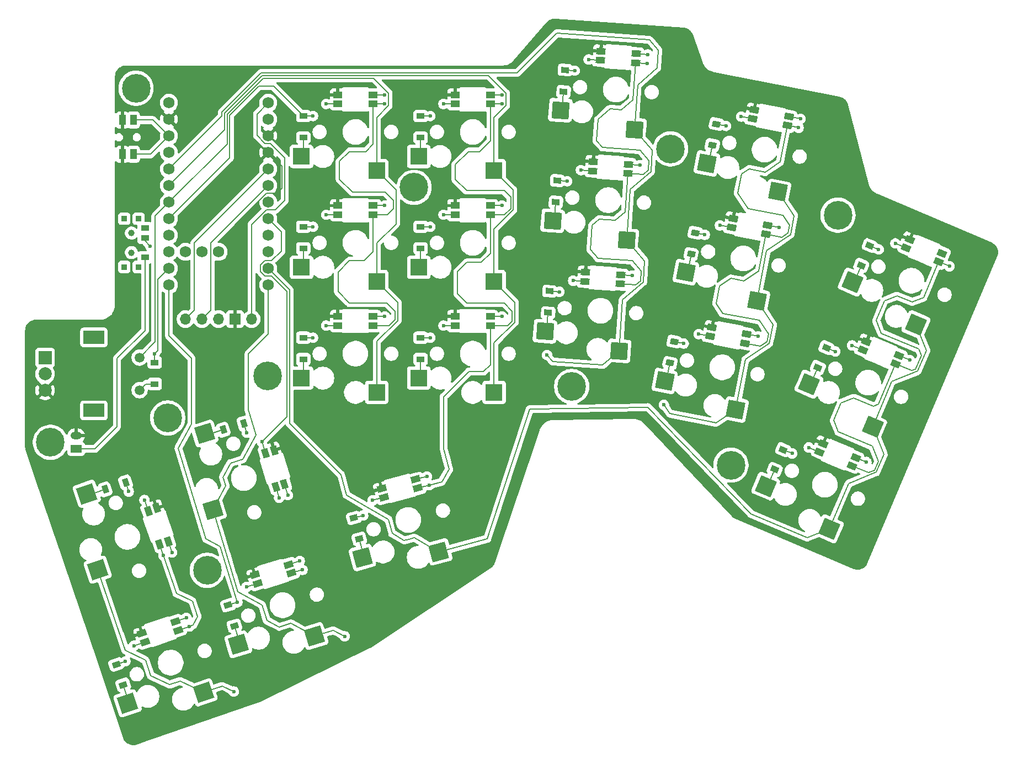
<source format=gbr>
%TF.GenerationSoftware,KiCad,Pcbnew,9.0.5*%
%TF.CreationDate,2025-11-08T17:14:02+10:00*%
%TF.ProjectId,badWingsRight,62616457-696e-4677-9352-696768742e6b,v1.0.0*%
%TF.SameCoordinates,Original*%
%TF.FileFunction,Copper,L2,Bot*%
%TF.FilePolarity,Positive*%
%FSLAX46Y46*%
G04 Gerber Fmt 4.6, Leading zero omitted, Abs format (unit mm)*
G04 Created by KiCad (PCBNEW 9.0.5) date 2025-11-08 17:14:02*
%MOMM*%
%LPD*%
G01*
G04 APERTURE LIST*
G04 Aperture macros list*
%AMRotRect*
0 Rectangle, with rotation*
0 The origin of the aperture is its center*
0 $1 length*
0 $2 width*
0 $3 Rotation angle, in degrees counterclockwise*
0 Add horizontal line*
21,1,$1,$2,0,0,$3*%
G04 Aperture macros list end*
%TA.AperFunction,SMDPad,CuDef*%
%ADD10R,0.900000X0.900000*%
%TD*%
%TA.AperFunction,WasherPad*%
%ADD11C,1.000000*%
%TD*%
%TA.AperFunction,SMDPad,CuDef*%
%ADD12R,1.250000X0.900000*%
%TD*%
%TA.AperFunction,SMDPad,CuDef*%
%ADD13RotRect,2.600000X2.600000X176.000000*%
%TD*%
%TA.AperFunction,ComponentPad*%
%ADD14C,0.600000*%
%TD*%
%TA.AperFunction,SMDPad,CuDef*%
%ADD15R,2.600000X2.600000*%
%TD*%
%TA.AperFunction,ComponentPad*%
%ADD16C,0.700000*%
%TD*%
%TA.AperFunction,ComponentPad*%
%ADD17C,4.400000*%
%TD*%
%TA.AperFunction,SMDPad,CuDef*%
%ADD18R,1.000000X1.550000*%
%TD*%
%TA.AperFunction,SMDPad,CuDef*%
%ADD19RotRect,2.600000X2.600000X157.000000*%
%TD*%
%TA.AperFunction,SMDPad,CuDef*%
%ADD20RotRect,2.600000X2.600000X169.000000*%
%TD*%
%TA.AperFunction,SMDPad,CuDef*%
%ADD21RotRect,2.600000X2.600000X197.000000*%
%TD*%
%TA.AperFunction,SMDPad,CuDef*%
%ADD22RotRect,2.600000X2.600000X195.000000*%
%TD*%
%TA.AperFunction,ComponentPad*%
%ADD23R,3.200000X2.000000*%
%TD*%
%TA.AperFunction,ComponentPad*%
%ADD24C,1.500000*%
%TD*%
%TA.AperFunction,ComponentPad*%
%ADD25R,2.000000X2.000000*%
%TD*%
%TA.AperFunction,ComponentPad*%
%ADD26C,2.000000*%
%TD*%
%TA.AperFunction,SMDPad,CuDef*%
%ADD27RotRect,2.600000X2.600000X109.000000*%
%TD*%
%TA.AperFunction,SMDPad,CuDef*%
%ADD28RotRect,2.600000X2.600000X107.000000*%
%TD*%
%TA.AperFunction,ComponentPad*%
%ADD29R,1.700000X1.200000*%
%TD*%
%TA.AperFunction,ComponentPad*%
%ADD30O,1.700000X1.200000*%
%TD*%
%TA.AperFunction,ComponentPad*%
%ADD31O,1.700000X1.700000*%
%TD*%
%TA.AperFunction,ComponentPad*%
%ADD32R,1.700000X1.700000*%
%TD*%
%TA.AperFunction,SMDPad,CuDef*%
%ADD33RotRect,2.600000X2.600000X199.000000*%
%TD*%
%TA.AperFunction,SMDPad,CuDef*%
%ADD34RotRect,1.400000X1.000000X349.000000*%
%TD*%
%TA.AperFunction,SMDPad,CuDef*%
%ADD35RotRect,1.400000X1.000000X19.000000*%
%TD*%
%TA.AperFunction,SMDPad,CuDef*%
%ADD36R,1.200000X0.900000*%
%TD*%
%TA.AperFunction,SMDPad,CuDef*%
%ADD37RotRect,0.900000X1.200000X289.000000*%
%TD*%
%TA.AperFunction,SMDPad,CuDef*%
%ADD38RotRect,1.400000X1.000000X337.000000*%
%TD*%
%TA.AperFunction,SMDPad,CuDef*%
%ADD39RotRect,1.400000X1.000000X15.000000*%
%TD*%
%TA.AperFunction,SMDPad,CuDef*%
%ADD40RotRect,0.900000X1.200000X285.000000*%
%TD*%
%TA.AperFunction,SMDPad,CuDef*%
%ADD41RotRect,1.400000X1.000000X356.000000*%
%TD*%
%TA.AperFunction,SMDPad,CuDef*%
%ADD42R,1.400000X1.000000*%
%TD*%
%TA.AperFunction,SMDPad,CuDef*%
%ADD43RotRect,0.900000X1.200000X247.000000*%
%TD*%
%TA.AperFunction,ComponentPad*%
%ADD44C,1.752600*%
%TD*%
%TA.AperFunction,SMDPad,CuDef*%
%ADD45RotRect,0.900000X1.200000X259.000000*%
%TD*%
%TA.AperFunction,SMDPad,CuDef*%
%ADD46RotRect,1.400000X1.000000X289.000000*%
%TD*%
%TA.AperFunction,SMDPad,CuDef*%
%ADD47RotRect,0.900000X1.200000X266.000000*%
%TD*%
%TA.AperFunction,SMDPad,CuDef*%
%ADD48RotRect,0.900000X1.200000X287.000000*%
%TD*%
%TA.AperFunction,SMDPad,CuDef*%
%ADD49RotRect,0.900000X1.200000X199.000000*%
%TD*%
%TA.AperFunction,SMDPad,CuDef*%
%ADD50RotRect,1.400000X1.000000X287.000000*%
%TD*%
%TA.AperFunction,SMDPad,CuDef*%
%ADD51RotRect,1.400000X1.000000X17.000000*%
%TD*%
%TA.AperFunction,SMDPad,CuDef*%
%ADD52RotRect,0.900000X1.200000X197.000000*%
%TD*%
%TA.AperFunction,Conductor*%
%ADD53C,0.200000*%
%TD*%
G04 APERTURE END LIST*
D10*
%TO.P,T1,*%
%TO.N,*%
X223627691Y-150447714D03*
X225827683Y-150447712D03*
D11*
X224727690Y-148247709D03*
X224727684Y-145247715D03*
D10*
X223627691Y-143047712D03*
X225827683Y-143047710D03*
D12*
%TO.P,T1,1*%
%TO.N,pos*%
X226802687Y-148997712D03*
%TO.P,T1,2*%
%TO.N,RAW*%
X226802687Y-145997712D03*
%TO.P,T1,3*%
%TO.N,N/C*%
X226802690Y-144497708D03*
%TD*%
D13*
%TO.P,S7,1*%
%TO.N,P031*%
X299558501Y-163326224D03*
%TO.P,S7,2*%
%TO.N,mirror_middle_bottom*%
X288190103Y-160325893D03*
%TD*%
D14*
%TO.P,REF\u002A\u002A,1*%
%TO.N,P111*%
X270607668Y-161297707D03*
%TD*%
%TO.P,REF\u002A\u002A,1*%
%TO.N,P010*%
X228307671Y-163747697D03*
%TD*%
D15*
%TO.P,S15,1*%
%TO.N,P002*%
X262382683Y-135697692D03*
%TO.P,S15,2*%
%TO.N,mirror_inner_top*%
X250832685Y-133497690D03*
%TD*%
D14*
%TO.P,REF\u002A\u002A,1*%
%TO.N,VCC*%
X350246128Y-150358147D03*
%TD*%
%TO.P,REF\u002A\u002A,1*%
%TO.N,P031*%
X240434966Y-215580251D03*
%TD*%
D16*
%TO.P,_82,1*%
%TO.N,N/C*%
X305817419Y-132237105D03*
X306380903Y-131106932D03*
X306218129Y-133434700D03*
X307578498Y-130706222D03*
D17*
X307463400Y-132352203D03*
D16*
X307348302Y-133998184D03*
X308708671Y-131269706D03*
X308545897Y-133597474D03*
X309109381Y-132467301D03*
%TD*%
D14*
%TO.P,REF\u002A\u002A,1*%
%TO.N,VCC*%
X233616431Y-205606773D03*
%TD*%
%TO.P,REF\u002A\u002A,1*%
%TO.N,LED1*%
X248739487Y-185459290D03*
%TD*%
D16*
%TO.P,_76,1*%
%TO.N,N/C*%
X234897051Y-196230907D03*
X235857334Y-195410748D03*
X234797969Y-197489869D03*
X237116296Y-195509830D03*
D17*
X236367212Y-196979991D03*
D16*
X235618128Y-198450152D03*
X237936455Y-196470113D03*
X236877090Y-198549234D03*
X237837373Y-197729075D03*
%TD*%
D18*
%TO.P,B1,1*%
%TO.N,GND*%
X223337665Y-133172699D03*
X223337665Y-127922699D03*
%TO.P,B1,2*%
%TO.N,RST*%
X225037665Y-133172699D03*
X225037665Y-127922699D03*
%TD*%
D16*
%TO.P,_79,1*%
%TO.N,N/C*%
X266457672Y-138247704D03*
X266940946Y-137080978D03*
X266940946Y-139414430D03*
X268107672Y-136597704D03*
D17*
X268107672Y-138247704D03*
D16*
X268107672Y-139897704D03*
X269274398Y-137080978D03*
X269274398Y-139414430D03*
X269757672Y-138247704D03*
%TD*%
D14*
%TO.P,REF\u002A\u002A,1*%
%TO.N,P010*%
X242415417Y-175890148D03*
%TD*%
D19*
%TO.P,S1,1*%
%TO.N,P104*%
X331828659Y-190611825D03*
%TO.P,S1,2*%
%TO.N,mirror_pinky_bottom*%
X322056441Y-184073771D03*
%TD*%
D14*
%TO.P,REF\u002A\u002A,1*%
%TO.N,RAW*%
X227607681Y-147247697D03*
%TD*%
D19*
%TO.P,S2,1*%
%TO.N,P104*%
X338471085Y-174963240D03*
%TO.P,S2,2*%
%TO.N,mirror_pinky_home*%
X328698867Y-168425186D03*
%TD*%
D14*
%TO.P,REF\u002A\u002A,1*%
%TO.N,LED2*%
X230974469Y-194248074D03*
%TD*%
%TO.P,REF\u002A\u002A,1*%
%TO.N,LED17*%
X281607667Y-124047704D03*
%TD*%
%TO.P,REF\u002A\u002A,1*%
%TO.N,LED15*%
X254607672Y-125447711D03*
%TD*%
%TO.P,REF\u002A\u002A,1*%
%TO.N,P009*%
X241004966Y-201888517D03*
%TD*%
%TO.P,REF\u002A\u002A,1*%
%TO.N,LED3*%
X233160644Y-204283063D03*
%TD*%
%TO.P,REF\u002A\u002A,1*%
%TO.N,LED8*%
X311794131Y-160761825D03*
%TD*%
%TO.P,REF\u002A\u002A,1*%
%TO.N,LED2*%
X225106769Y-208536881D03*
%TD*%
%TO.P,REF\u002A\u002A,1*%
%TO.N,P115*%
X339397715Y-147763023D03*
%TD*%
%TO.P,REF\u002A\u002A,1*%
%TO.N,LED8*%
X301593189Y-151790069D03*
%TD*%
D20*
%TO.P,S4,1*%
%TO.N,P106*%
X317470487Y-172307079D03*
%TO.P,S4,2*%
%TO.N,mirror_ring_bottom*%
X306552465Y-167943655D03*
%TD*%
D14*
%TO.P,REF\u002A\u002A,1*%
%TO.N,LED3*%
X242376694Y-199534609D03*
%TD*%
D16*
%TO.P,_80,1*%
%TO.N,N/C*%
X210657663Y-177347700D03*
X211140937Y-176180974D03*
X211140937Y-178514426D03*
X212307663Y-175697700D03*
D17*
X212307663Y-177347700D03*
D16*
X212307663Y-178997700D03*
X213474389Y-176180974D03*
X213474389Y-178514426D03*
X213957663Y-177347700D03*
%TD*%
D14*
%TO.P,REF\u002A\u002A,1*%
%TO.N,P106*%
X257449753Y-207108638D03*
%TD*%
%TO.P,REF\u002A\u002A,1*%
%TO.N,VCC*%
X303867248Y-119269460D03*
%TD*%
%TO.P,REF\u002A\u002A,1*%
%TO.N,LED19*%
X341961595Y-146841553D03*
%TD*%
%TO.P,REF\u002A\u002A,1*%
%TO.N,LED18*%
X318281639Y-127386520D03*
%TD*%
%TO.P,REF\u002A\u002A,1*%
%TO.N,P009*%
X260295040Y-188563515D03*
%TD*%
D16*
%TO.P,_83,1*%
%TO.N,N/C*%
X243957655Y-167147710D03*
X244440929Y-165980984D03*
X244440929Y-168314436D03*
X245607655Y-165497710D03*
D17*
X245607655Y-167147710D03*
D16*
X245607655Y-168797710D03*
X246774381Y-165980984D03*
X246774381Y-168314436D03*
X247257655Y-167147710D03*
%TD*%
D14*
%TO.P,REF\u002A\u002A,1*%
%TO.N,LED7*%
X281607671Y-158047704D03*
%TD*%
%TO.P,REF\u002A\u002A,1*%
%TO.N,P113*%
X291579136Y-137306244D03*
%TD*%
D21*
%TO.P,S17,1*%
%TO.N,P106*%
X252808788Y-207063554D03*
%TO.P,S17,2*%
%TO.N,mirror_center_bottom*%
X241120250Y-208336577D03*
%TD*%
D14*
%TO.P,REF\u002A\u002A,1*%
%TO.N,LED16*%
X272607675Y-125447710D03*
%TD*%
%TO.P,REF\u002A\u002A,1*%
%TO.N,LED10*%
X337508285Y-180366589D03*
%TD*%
D13*
%TO.P,S8,1*%
%TO.N,P031*%
X300744349Y-146367643D03*
%TO.P,S8,2*%
%TO.N,mirror_middle_home*%
X289375951Y-143367312D03*
%TD*%
D20*
%TO.P,S5,1*%
%TO.N,P106*%
X320714237Y-155619414D03*
%TO.P,S5,2*%
%TO.N,mirror_ring_home*%
X309796215Y-151255990D03*
%TD*%
D14*
%TO.P,REF\u002A\u002A,1*%
%TO.N,VCC*%
X263607667Y-125447705D03*
%TD*%
D15*
%TO.P,S13,1*%
%TO.N,P002*%
X262382670Y-169697717D03*
%TO.P,S13,2*%
%TO.N,mirror_inner_bottom*%
X250832672Y-167497715D03*
%TD*%
D14*
%TO.P,REF\u002A\u002A,1*%
%TO.N,P031*%
X288512573Y-163957232D03*
%TD*%
D22*
%TO.P,S16,1*%
%TO.N,P104*%
X271911057Y-194147342D03*
%TO.P,S16,2*%
%TO.N,mirror_left_bottom*%
X260185208Y-195011660D03*
%TD*%
D23*
%TO.P,ROT1,*%
%TO.N,*%
X218987676Y-172457696D03*
X218987680Y-161257691D03*
D24*
%TO.P,ROT1,1*%
%TO.N,P002*%
X225987679Y-164357688D03*
%TO.P,ROT1,2*%
%TO.N,endiode*%
X225987678Y-169357694D03*
D25*
%TO.P,ROT1,A*%
%TO.N,P011*%
X211487678Y-164357692D03*
D26*
%TO.P,ROT1,B*%
%TO.N,GND*%
X211487679Y-169357693D03*
%TO.P,ROT1,C*%
%TO.N,P100*%
X211487678Y-166857692D03*
%TD*%
D14*
%TO.P,REF\u002A\u002A,1*%
%TO.N,LED5*%
X270079065Y-182577242D03*
%TD*%
D15*
%TO.P,S14,1*%
%TO.N,P002*%
X262382687Y-152697691D03*
%TO.P,S14,2*%
%TO.N,mirror_inner_home*%
X250832689Y-150497689D03*
%TD*%
D14*
%TO.P,REF\u002A\u002A,1*%
%TO.N,LED4*%
X261748083Y-186258910D03*
%TD*%
D15*
%TO.P,S10,1*%
%TO.N,P029*%
X280382656Y-169697701D03*
%TO.P,S10,2*%
%TO.N,mirror_index_bottom*%
X268832658Y-167497699D03*
%TD*%
D14*
%TO.P,REF\u002A\u002A,1*%
%TO.N,LED15*%
X263607668Y-141047702D03*
%TD*%
%TO.P,REF\u002A\u002A,1*%
%TO.N,P115*%
X270607670Y-127297695D03*
%TD*%
%TO.P,REF\u002A\u002A,1*%
%TO.N,LED13*%
X302779049Y-134831468D03*
%TD*%
%TO.P,REF\u002A\u002A,1*%
%TO.N,VCC*%
X327116289Y-129103821D03*
%TD*%
%TO.P,REF\u002A\u002A,1*%
%TO.N,P009*%
X223818027Y-210937234D03*
%TD*%
%TO.P,REF\u002A\u002A,1*%
%TO.N,LED13*%
X272607660Y-142447709D03*
%TD*%
%TO.P,REF\u002A\u002A,1*%
%TO.N,LED11*%
X344150720Y-164718007D03*
%TD*%
%TO.P,REF\u002A\u002A,1*%
%TO.N,LED17*%
X294889164Y-118641659D03*
%TD*%
%TO.P,REF\u002A\u002A,1*%
%TO.N,LED9*%
X320895929Y-161104852D03*
%TD*%
%TO.P,REF\u002A\u002A,1*%
%TO.N,VCC*%
X270441423Y-183929529D03*
%TD*%
%TO.P,REF\u002A\u002A,1*%
%TO.N,P113*%
X270607670Y-144297701D03*
%TD*%
D16*
%TO.P,_78,1*%
%TO.N,N/C*%
X331573196Y-142029662D03*
X332376471Y-141055212D03*
X331694236Y-143286703D03*
X333633512Y-140934172D03*
D17*
X333151099Y-142512075D03*
D16*
X332668686Y-144089978D03*
X334607962Y-141737447D03*
X333925727Y-143968938D03*
X334729002Y-142994488D03*
%TD*%
D14*
%TO.P,REF\u002A\u002A,1*%
%TO.N,VCC*%
X250983435Y-196903262D03*
%TD*%
%TO.P,REF\u002A\u002A,1*%
%TO.N,VCC*%
X247400667Y-185868612D03*
%TD*%
D27*
%TO.P,S20,1*%
%TO.N,P031*%
X219560341Y-196882692D03*
%TO.P,S20,2*%
%TO.N,mirror_right_top*%
X217880171Y-185245704D03*
%TD*%
D13*
%TO.P,S9,1*%
%TO.N,P031*%
X301930228Y-129409058D03*
%TO.P,S9,2*%
%TO.N,mirror_middle_top*%
X290561830Y-126408727D03*
%TD*%
D14*
%TO.P,REF\u002A\u002A,1*%
%TO.N,LED7*%
X292517448Y-152558833D03*
%TD*%
D16*
%TO.P,_81,1*%
%TO.N,N/C*%
X290639221Y-168667066D03*
X291202705Y-167536893D03*
X291039931Y-169864661D03*
X292400300Y-167136183D03*
D17*
X292285202Y-168782164D03*
D16*
X292170104Y-170428145D03*
X293530473Y-167699667D03*
X293367699Y-170027435D03*
X293931183Y-168897262D03*
%TD*%
D14*
%TO.P,REF\u002A\u002A,1*%
%TO.N,P106*%
X306430016Y-171587219D03*
%TD*%
%TO.P,REF\u002A\u002A,1*%
%TO.N,P115*%
X292764991Y-120347642D03*
%TD*%
D28*
%TO.P,S18,1*%
%TO.N,P106*%
X237240399Y-187693931D03*
%TO.P,S18,2*%
%TO.N,mirror_center_top*%
X235967376Y-176005393D03*
%TD*%
D14*
%TO.P,REF\u002A\u002A,1*%
%TO.N,LED19*%
X327383412Y-127729543D03*
%TD*%
%TO.P,REF\u002A\u002A,1*%
%TO.N,P111*%
X309477893Y-162196236D03*
%TD*%
%TO.P,REF\u002A\u002A,1*%
%TO.N,VCC*%
X229650743Y-194703857D03*
%TD*%
%TO.P,REF\u002A\u002A,1*%
%TO.N,LED14*%
X254607665Y-142447701D03*
%TD*%
%TO.P,REF\u002A\u002A,1*%
%TO.N,P111*%
X252607656Y-161297707D03*
%TD*%
D15*
%TO.P,S11,1*%
%TO.N,P029*%
X280382658Y-152697705D03*
%TO.P,S11,2*%
%TO.N,mirror_index_home*%
X268832660Y-150497703D03*
%TD*%
D14*
%TO.P,REF\u002A\u002A,1*%
%TO.N,LED14*%
X281607653Y-141047689D03*
%TD*%
%TO.P,REF\u002A\u002A,1*%
%TO.N,P111*%
X326112855Y-179060185D03*
%TD*%
D15*
%TO.P,S12,1*%
%TO.N,P029*%
X280382658Y-135697718D03*
%TO.P,S12,2*%
%TO.N,mirror_index_top*%
X268832660Y-133497716D03*
%TD*%
D16*
%TO.P,_77,1*%
%TO.N,N/C*%
X315147003Y-180365979D03*
X315950278Y-179391529D03*
X315268043Y-181623020D03*
X317207319Y-179270489D03*
D17*
X316724906Y-180848392D03*
D16*
X316242493Y-182426295D03*
X318181769Y-180073764D03*
X317499534Y-182305255D03*
X318302809Y-181330805D03*
%TD*%
D14*
%TO.P,REF\u002A\u002A,1*%
%TO.N,LED12*%
X324139676Y-144417187D03*
%TD*%
%TO.P,REF\u002A\u002A,1*%
%TO.N,P111*%
X290393266Y-154264818D03*
%TD*%
%TO.P,REF\u002A\u002A,1*%
%TO.N,LED5*%
X254607682Y-159447693D03*
%TD*%
%TO.P,REF\u002A\u002A,1*%
%TO.N,LED12*%
X293703306Y-135600248D03*
%TD*%
%TO.P,REF\u002A\u002A,1*%
%TO.N,LED18*%
X303964906Y-117872887D03*
%TD*%
%TO.P,REF\u002A\u002A,1*%
%TO.N,LED10*%
X335319170Y-162490133D03*
%TD*%
%TO.P,REF\u002A\u002A,1*%
%TO.N,P113*%
X312721642Y-145508592D03*
%TD*%
%TO.P,REF\u002A\u002A,1*%
%TO.N,LED6*%
X263607681Y-158047698D03*
%TD*%
D20*
%TO.P,S6,1*%
%TO.N,P106*%
X323958005Y-138931748D03*
%TO.P,S6,2*%
%TO.N,mirror_ring_top*%
X313039983Y-134568324D03*
%TD*%
D29*
%TO.P,JST1,1*%
%TO.N,pos*%
X216267672Y-178347704D03*
D30*
%TO.P,JST1,2*%
%TO.N,GND*%
X216267674Y-176347700D03*
%TD*%
D14*
%TO.P,REF\u002A\u002A,1*%
%TO.N,LED1*%
X226720627Y-186194190D03*
%TD*%
D31*
%TO.P,niceView1,1*%
%TO.N,P006*%
X243187671Y-158447714D03*
D32*
%TO.P,niceView1,2*%
%TO.N,GND*%
X240647674Y-158447712D03*
D31*
%TO.P,niceView1,3*%
%TO.N,VCC*%
X238107675Y-158447715D03*
%TO.P,niceView1,4*%
%TO.N,P020*%
X235567674Y-158447714D03*
%TO.P,niceView1,5*%
%TO.N,P017*%
X233027675Y-158447711D03*
%TD*%
D14*
%TO.P,REF\u002A\u002A,1*%
%TO.N,P115*%
X252607658Y-127297720D03*
%TD*%
%TO.P,REF\u002A\u002A,1*%
%TO.N,P113*%
X332755285Y-163411596D03*
%TD*%
D19*
%TO.P,S3,1*%
%TO.N,P104*%
X345113514Y-159314644D03*
%TO.P,S3,2*%
%TO.N,mirror_pinky_top*%
X335341296Y-152776590D03*
%TD*%
D14*
%TO.P,REF\u002A\u002A,1*%
%TO.N,P115*%
X315965387Y-128820932D03*
%TD*%
%TO.P,REF\u002A\u002A,1*%
%TO.N,LED6*%
X272607643Y-159447702D03*
%TD*%
D16*
%TO.P,_85,1*%
%TO.N,N/C*%
X223797671Y-123047693D03*
X224280945Y-121880967D03*
X224280945Y-124214419D03*
X225447671Y-121397693D03*
D17*
X225447671Y-123047693D03*
D16*
X225447671Y-124697693D03*
X226614397Y-121880967D03*
X226614397Y-124214419D03*
X227097671Y-123047693D03*
%TD*%
D14*
%TO.P,REF\u002A\u002A,1*%
%TO.N,VCC*%
X281607685Y-125447701D03*
%TD*%
D16*
%TO.P,_84,1*%
%TO.N,N/C*%
X228657677Y-173607707D03*
X229140951Y-172440981D03*
X229140951Y-174774433D03*
X230307677Y-171957707D03*
D17*
X230307677Y-173607707D03*
D16*
X230307677Y-175257707D03*
X231474403Y-172440981D03*
X231474403Y-174774433D03*
X231957677Y-173607707D03*
%TD*%
D14*
%TO.P,REF\u002A\u002A,1*%
%TO.N,LED11*%
X315037885Y-144074180D03*
%TD*%
%TO.P,REF\u002A\u002A,1*%
%TO.N,P024*%
X244769317Y-177261868D03*
%TD*%
%TO.P,REF\u002A\u002A,1*%
%TO.N,P113*%
X252607679Y-144297708D03*
%TD*%
%TO.P,REF\u002A\u002A,1*%
%TO.N,LED4*%
X250574118Y-195564440D03*
%TD*%
D33*
%TO.P,S19,1*%
%TO.N,P031*%
X235795237Y-215697159D03*
%TO.P,S19,2*%
%TO.N,mirror_right_bottom*%
X224158249Y-217377329D03*
%TD*%
D14*
%TO.P,REF\u002A\u002A,1*%
%TO.N,LED16*%
X263607654Y-124047710D03*
%TD*%
%TO.P,REF\u002A\u002A,1*%
%TO.N,LED9*%
X328676725Y-178138704D03*
%TD*%
%TO.P,REF\u002A\u002A,1*%
%TO.N,P010*%
X224320271Y-184905471D03*
%TD*%
D34*
%TO.P,LED5,1*%
%TO.N,VCC*%
X322105608Y-145448019D03*
%TO.P,LED5,2*%
%TO.N,LED12*%
X322372741Y-144073741D03*
%TO.P,LED5,3*%
%TO.N,GND*%
X317071954Y-143043373D03*
%TO.P,LED5,4*%
%TO.N,LED11*%
X316804821Y-144417651D03*
%TD*%
D35*
%TO.P,LED19,1*%
%TO.N,VCC*%
X231914523Y-206192776D03*
%TO.P,LED19,2*%
%TO.N,LED3*%
X231458726Y-204869046D03*
%TO.P,LED19,3*%
%TO.N,GND*%
X226352925Y-206627110D03*
%TO.P,LED19,4*%
%TO.N,LED2*%
X226808722Y-207950840D03*
%TD*%
D36*
%TO.P,D10,1*%
%TO.N,P111*%
X269107664Y-161297698D03*
%TO.P,D10,2*%
%TO.N,mirror_index_bottom*%
X269107664Y-164597698D03*
%TD*%
D37*
%TO.P,D19,1*%
%TO.N,P009*%
X222399751Y-211425575D03*
%TO.P,D19,2*%
%TO.N,mirror_right_bottom*%
X223474125Y-214545787D03*
%TD*%
D38*
%TO.P,LED2,1*%
%TO.N,VCC*%
X341946764Y-165303404D03*
%TO.P,LED2,2*%
%TO.N,LED11*%
X342493792Y-164014697D03*
%TO.P,LED2,3*%
%TO.N,GND*%
X337523070Y-161904748D03*
%TO.P,LED2,4*%
%TO.N,LED10*%
X336976042Y-163193455D03*
%TD*%
D36*
%TO.P,D21,1*%
%TO.N,P010*%
X228307682Y-165097714D03*
%TO.P,D21,2*%
%TO.N,endiode*%
X228307682Y-168397714D03*
%TD*%
D39*
%TO.P,LED16,1*%
%TO.N,VCC*%
X268702736Y-184395402D03*
%TO.P,LED16,2*%
%TO.N,LED5*%
X268340385Y-183043103D03*
%TO.P,LED16,3*%
%TO.N,GND*%
X263124382Y-184440724D03*
%TO.P,LED16,4*%
%TO.N,LED4*%
X263486733Y-185793023D03*
%TD*%
D40*
%TO.P,D16,1*%
%TO.N,P009*%
X258846154Y-188951745D03*
%TO.P,D16,2*%
%TO.N,mirror_left_bottom*%
X259700254Y-192139301D03*
%TD*%
D41*
%TO.P,LED7,1*%
%TO.N,VCC*%
X299699920Y-153061085D03*
%TO.P,LED7,2*%
%TO.N,LED8*%
X299797576Y-151664493D03*
%TO.P,LED7,3*%
%TO.N,GND*%
X294410728Y-151287805D03*
%TO.P,LED7,4*%
%TO.N,LED7*%
X294313072Y-152684397D03*
%TD*%
D42*
%TO.P,LED10,1*%
%TO.N,VCC*%
X279807660Y-159447712D03*
%TO.P,LED10,2*%
%TO.N,LED7*%
X279807660Y-158047712D03*
%TO.P,LED10,3*%
%TO.N,GND*%
X274407660Y-158047712D03*
%TO.P,LED10,4*%
%TO.N,LED6*%
X274407660Y-159447712D03*
%TD*%
D43*
%TO.P,D3,1*%
%TO.N,P115*%
X338016959Y-147176914D03*
%TO.P,D3,2*%
%TO.N,mirror_pinky_top*%
X336727547Y-150214580D03*
%TD*%
D44*
%TO.P,MCU1,1*%
%TO.N,P006*%
X245727680Y-125277719D03*
%TO.P,MCU1,2*%
%TO.N,P008*%
X245727676Y-127817711D03*
%TO.P,MCU1,3*%
%TO.N,GND*%
X245727674Y-130357710D03*
%TO.P,MCU1,4*%
X245727677Y-132897715D03*
%TO.P,MCU1,5*%
%TO.N,P017*%
X245727681Y-135437712D03*
%TO.P,MCU1,6*%
%TO.N,P020*%
X245727674Y-137977712D03*
%TO.P,MCU1,7*%
%TO.N,P022*%
X245727670Y-140517716D03*
%TO.P,MCU1,8*%
%TO.N,P024*%
X245727676Y-143057719D03*
%TO.P,MCU1,9*%
%TO.N,P100*%
X245727670Y-145597714D03*
%TO.P,MCU1,10*%
%TO.N,P011*%
X245727675Y-148137715D03*
%TO.P,MCU1,11*%
%TO.N,P104*%
X245727678Y-150677711D03*
%TO.P,MCU1,12*%
%TO.N,P106*%
X245727673Y-153217710D03*
%TO.P,MCU1,13*%
%TO.N,P009*%
X230487670Y-153217707D03*
%TO.P,MCU1,14*%
%TO.N,P010*%
X230487674Y-150677715D03*
%TO.P,MCU1,15*%
%TO.N,P111*%
X230487676Y-148137716D03*
%TO.P,MCU1,16*%
%TO.N,P113*%
X230487673Y-145597711D03*
%TO.P,MCU1,17*%
%TO.N,P115*%
X230487669Y-143057714D03*
%TO.P,MCU1,18*%
%TO.N,P002*%
X230487676Y-140517714D03*
%TO.P,MCU1,19*%
%TO.N,P029*%
X230487680Y-137977710D03*
%TO.P,MCU1,20*%
%TO.N,P031*%
X230487674Y-135437707D03*
%TO.P,MCU1,21*%
%TO.N,VCC*%
X230487680Y-132897712D03*
%TO.P,MCU1,22*%
%TO.N,RST*%
X230487675Y-130357711D03*
%TO.P,MCU1,23*%
%TO.N,GND*%
X230487672Y-127817715D03*
%TO.P,MCU1,24*%
%TO.N,RAW*%
X230487677Y-125277716D03*
%TO.P,MCU1,31*%
%TO.N,P101*%
X233027675Y-148137713D03*
%TO.P,MCU1,32*%
%TO.N,P102*%
X235567675Y-148137712D03*
%TO.P,MCU1,33*%
%TO.N,P107*%
X238107675Y-148137713D03*
%TD*%
D43*
%TO.P,D1,1*%
%TO.N,P111*%
X324732096Y-178474088D03*
%TO.P,D1,2*%
%TO.N,mirror_pinky_bottom*%
X323442684Y-181511754D03*
%TD*%
D38*
%TO.P,LED3,1*%
%TO.N,VCC*%
X348589218Y-149654820D03*
%TO.P,LED3,2*%
%TO.N,LEDEND*%
X349136246Y-148366113D03*
%TO.P,LED3,3*%
%TO.N,GND*%
X344165524Y-146256164D03*
%TO.P,LED3,4*%
%TO.N,LED19*%
X343618496Y-147544871D03*
%TD*%
D36*
%TO.P,D12,1*%
%TO.N,P115*%
X269107660Y-127297712D03*
%TO.P,D12,2*%
%TO.N,mirror_index_top*%
X269107660Y-130597712D03*
%TD*%
D42*
%TO.P,LED14,1*%
%TO.N,VCC*%
X261807682Y-142447697D03*
%TO.P,LED14,2*%
%TO.N,LED15*%
X261807682Y-141047697D03*
%TO.P,LED14,3*%
%TO.N,GND*%
X256407682Y-141047697D03*
%TO.P,LED14,4*%
%TO.N,LED14*%
X256407682Y-142447697D03*
%TD*%
%TO.P,LED15,1*%
%TO.N,VCC*%
X261807656Y-125447707D03*
%TO.P,LED15,2*%
%TO.N,LED16*%
X261807656Y-124047707D03*
%TO.P,LED15,3*%
%TO.N,GND*%
X256407656Y-124047707D03*
%TO.P,LED15,4*%
%TO.N,LED15*%
X256407656Y-125447707D03*
%TD*%
D45*
%TO.P,D6,1*%
%TO.N,P115*%
X314492955Y-128534704D03*
%TO.P,D6,2*%
%TO.N,mirror_ring_top*%
X313863285Y-131774074D03*
%TD*%
%TO.P,D5,1*%
%TO.N,P113*%
X311249197Y-145222364D03*
%TO.P,D5,2*%
%TO.N,mirror_ring_home*%
X310619527Y-148461734D03*
%TD*%
D46*
%TO.P,LED20,1*%
%TO.N,VCC*%
X229064718Y-193001945D03*
%TO.P,LED20,2*%
%TO.N,LED2*%
X230388448Y-192546148D03*
%TO.P,LED20,3*%
%TO.N,GND*%
X228630384Y-187440347D03*
%TO.P,LED20,4*%
%TO.N,LED1*%
X227306654Y-187896144D03*
%TD*%
D36*
%TO.P,D14,1*%
%TO.N,P113*%
X251107678Y-144297696D03*
%TO.P,D14,2*%
%TO.N,mirror_inner_home*%
X251107678Y-147597696D03*
%TD*%
D47*
%TO.P,D9,1*%
%TO.N,P115*%
X291268658Y-120243002D03*
%TO.P,D9,2*%
%TO.N,mirror_middle_top*%
X291038462Y-123534964D03*
%TD*%
D42*
%TO.P,LED12,1*%
%TO.N,VCC*%
X279807661Y-125447704D03*
%TO.P,LED12,2*%
%TO.N,LED17*%
X279807661Y-124047704D03*
%TO.P,LED12,3*%
%TO.N,GND*%
X274407661Y-124047704D03*
%TO.P,LED12,4*%
%TO.N,LED16*%
X274407661Y-125447704D03*
%TD*%
D47*
%TO.P,D7,1*%
%TO.N,P111*%
X288896921Y-154160176D03*
%TO.P,D7,2*%
%TO.N,mirror_middle_bottom*%
X288666725Y-157452138D03*
%TD*%
D48*
%TO.P,D17,1*%
%TO.N,P009*%
X239570516Y-202327086D03*
%TO.P,D17,2*%
%TO.N,mirror_center_bottom*%
X240535342Y-205482892D03*
%TD*%
D42*
%TO.P,LED13,1*%
%TO.N,VCC*%
X261807669Y-159447703D03*
%TO.P,LED13,2*%
%TO.N,LED6*%
X261807669Y-158047703D03*
%TO.P,LED13,3*%
%TO.N,GND*%
X256407669Y-158047703D03*
%TO.P,LED13,4*%
%TO.N,LED5*%
X256407669Y-159447703D03*
%TD*%
D45*
%TO.P,D4,1*%
%TO.N,P111*%
X308005446Y-161910024D03*
%TO.P,D4,2*%
%TO.N,mirror_ring_bottom*%
X307375776Y-165149394D03*
%TD*%
D49*
%TO.P,D20,1*%
%TO.N,P010*%
X223831908Y-183487184D03*
%TO.P,D20,2*%
%TO.N,mirror_right_top*%
X220711696Y-184561558D03*
%TD*%
D36*
%TO.P,D11,1*%
%TO.N,P113*%
X269107671Y-144297691D03*
%TO.P,D11,2*%
%TO.N,mirror_index_home*%
X269107671Y-147597691D03*
%TD*%
D43*
%TO.P,D2,1*%
%TO.N,P113*%
X331374529Y-162825526D03*
%TO.P,D2,2*%
%TO.N,mirror_pinky_home*%
X330085117Y-165863192D03*
%TD*%
D41*
%TO.P,LED8,1*%
%TO.N,VCC*%
X300885777Y-136102499D03*
%TO.P,LED8,2*%
%TO.N,LED13*%
X300983433Y-134705907D03*
%TO.P,LED8,3*%
%TO.N,GND*%
X295596585Y-134329219D03*
%TO.P,LED8,4*%
%TO.N,LED12*%
X295498929Y-135725811D03*
%TD*%
D50*
%TO.P,LED18,1*%
%TO.N,VCC*%
X246874406Y-184147257D03*
%TO.P,LED18,2*%
%TO.N,LED1*%
X248213233Y-183737937D03*
%TO.P,LED18,3*%
%TO.N,GND*%
X246634426Y-178573891D03*
%TO.P,LED18,4*%
%TO.N,P024*%
X245295599Y-178983211D03*
%TD*%
D47*
%TO.P,D8,1*%
%TO.N,P113*%
X290082790Y-137201592D03*
%TO.P,D8,2*%
%TO.N,mirror_middle_home*%
X289852594Y-140493554D03*
%TD*%
D41*
%TO.P,LED9,1*%
%TO.N,VCC*%
X302071628Y-119143914D03*
%TO.P,LED9,2*%
%TO.N,LED18*%
X302169284Y-117747322D03*
%TO.P,LED9,3*%
%TO.N,GND*%
X296782436Y-117370634D03*
%TO.P,LED9,4*%
%TO.N,LED17*%
X296684780Y-118767226D03*
%TD*%
D34*
%TO.P,LED4,1*%
%TO.N,VCC*%
X318861843Y-162135667D03*
%TO.P,LED4,2*%
%TO.N,LED9*%
X319128976Y-160761389D03*
%TO.P,LED4,3*%
%TO.N,GND*%
X313828189Y-159731021D03*
%TO.P,LED4,4*%
%TO.N,LED8*%
X313561056Y-161105299D03*
%TD*%
D42*
%TO.P,LED11,1*%
%TO.N,VCC*%
X279807678Y-142447704D03*
%TO.P,LED11,2*%
%TO.N,LED14*%
X279807678Y-141047704D03*
%TO.P,LED11,3*%
%TO.N,GND*%
X274407678Y-141047704D03*
%TO.P,LED11,4*%
%TO.N,LED13*%
X274407678Y-142447704D03*
%TD*%
D38*
%TO.P,LED1,1*%
%TO.N,VCC*%
X335304346Y-180951977D03*
%TO.P,LED1,2*%
%TO.N,LED10*%
X335851374Y-179663270D03*
%TO.P,LED1,3*%
%TO.N,GND*%
X330880652Y-177553321D03*
%TO.P,LED1,4*%
%TO.N,LED9*%
X330333624Y-178842028D03*
%TD*%
D34*
%TO.P,LED6,1*%
%TO.N,VCC*%
X325349363Y-128760348D03*
%TO.P,LED6,2*%
%TO.N,LED19*%
X325616496Y-127386070D03*
%TO.P,LED6,3*%
%TO.N,GND*%
X320315709Y-126355702D03*
%TO.P,LED6,4*%
%TO.N,LED18*%
X320048576Y-127729980D03*
%TD*%
D36*
%TO.P,D15,1*%
%TO.N,P115*%
X251107674Y-127297692D03*
%TO.P,D15,2*%
%TO.N,mirror_inner_top*%
X251107674Y-130597692D03*
%TD*%
D51*
%TO.P,LED17,1*%
%TO.N,VCC*%
X249262080Y-197429530D03*
%TO.P,LED17,2*%
%TO.N,LED4*%
X248852760Y-196090703D03*
%TO.P,LED17,3*%
%TO.N,GND*%
X243688714Y-197669510D03*
%TO.P,LED17,4*%
%TO.N,LED3*%
X244098034Y-199008337D03*
%TD*%
D52*
%TO.P,D18,1*%
%TO.N,P010*%
X241976849Y-174455687D03*
%TO.P,D18,2*%
%TO.N,mirror_center_top*%
X238821043Y-175420513D03*
%TD*%
D36*
%TO.P,D13,1*%
%TO.N,P111*%
X251107675Y-161297700D03*
%TO.P,D13,2*%
%TO.N,mirror_inner_bottom*%
X251107675Y-164597700D03*
%TD*%
D53*
%TO.N,P104*%
X346706186Y-163256665D02*
X345113523Y-159314660D01*
X256883470Y-182297191D02*
X257724629Y-185436454D01*
X266573989Y-192382750D02*
X267298437Y-192188649D01*
X264736871Y-191322095D02*
X266573989Y-192382750D01*
X249000002Y-174413721D02*
X256883470Y-182297191D01*
X319791207Y-188324484D02*
X328422201Y-191988123D01*
X339047022Y-181940408D02*
X340196213Y-179233063D01*
X338471078Y-174963254D02*
X341419606Y-168016937D01*
X264154532Y-189148765D02*
X264736871Y-191322095D01*
X257724629Y-185436454D02*
X260786489Y-187204225D01*
X268131759Y-191965354D02*
X271911047Y-194147329D01*
X340196213Y-179233063D02*
X338471078Y-174963254D01*
X341419606Y-168016937D02*
X345361609Y-166424266D01*
X249000000Y-153950033D02*
X249000002Y-174413721D01*
X285821086Y-172277064D02*
X303988171Y-171959962D01*
X331828658Y-190611816D02*
X334777180Y-183665545D01*
X303988171Y-171959962D02*
X319791207Y-188324484D01*
X279363867Y-192150344D02*
X285821086Y-172277064D01*
X271911047Y-194147329D02*
X279363867Y-192150344D01*
X345361609Y-166424266D02*
X346706186Y-163256665D01*
X267298437Y-192188649D02*
X268131759Y-191965354D01*
X245727679Y-150677711D02*
X249000000Y-153950033D01*
X334777180Y-183665545D02*
X339047022Y-181940408D01*
X260786489Y-187204225D02*
X264154532Y-189148765D01*
X328422201Y-191988123D02*
X331828658Y-190611822D01*
%TO.N,mirror_pinky_bottom*%
X322417018Y-183928085D02*
X322056432Y-184073768D01*
X323442703Y-181511764D02*
X322417018Y-183928085D01*
%TO.N,mirror_pinky_home*%
X329059454Y-168279485D02*
X328698870Y-168425198D01*
X330085122Y-165863161D02*
X329059454Y-168279485D01*
%TO.N,mirror_pinky_top*%
X335701880Y-152630919D02*
X335341287Y-152776620D01*
X336727552Y-150214584D02*
X335701880Y-152630919D01*
%TO.N,P106*%
X241861472Y-179936564D02*
X239948861Y-180521318D01*
X242683766Y-172365304D02*
X243853259Y-176190527D01*
X318960634Y-164640986D02*
X322611940Y-162178140D01*
X245727673Y-160772327D02*
X242683766Y-163816234D01*
X242683766Y-163816234D02*
X242683766Y-172365304D01*
X238786963Y-182706485D02*
X238860060Y-182945555D01*
X245727673Y-153217710D02*
X245727673Y-160772327D01*
X314453450Y-174342096D02*
X307357899Y-172962859D01*
X239190484Y-184026349D02*
X237240403Y-187693924D01*
X252808773Y-207063552D02*
X255701598Y-206179140D01*
X307357899Y-172962859D02*
X306430016Y-171587219D01*
X238860060Y-182945555D02*
X239190484Y-184026349D01*
X243853259Y-176190527D02*
X241861472Y-179936564D01*
X255701598Y-206179140D02*
X257449753Y-207108638D01*
X239948861Y-180521318D02*
X238786963Y-182706485D01*
X322611940Y-162178140D02*
X323177107Y-159270712D01*
X244777947Y-202271121D02*
X241099036Y-200315014D01*
X245508878Y-204661891D02*
X244777947Y-202271121D01*
X252808774Y-207063559D02*
X249148881Y-205117556D01*
X320714267Y-155619424D02*
X322204383Y-147953337D01*
X326420859Y-142583073D02*
X323958011Y-138931756D01*
X247381884Y-205657788D02*
X245508878Y-204661891D01*
X249148881Y-205117556D02*
X247381884Y-205657788D01*
X317470505Y-172307078D02*
X318960634Y-164640986D01*
X323177107Y-159270712D02*
X320714267Y-155619424D01*
X325855702Y-145490483D02*
X326420859Y-142583073D01*
X317470518Y-172307066D02*
X314453450Y-174342096D01*
X322204383Y-147953337D02*
X325855702Y-145490483D01*
X241099036Y-200315014D02*
X237240398Y-187693928D01*
%TO.N,mirror_ring_bottom*%
X306874908Y-167726159D02*
X306552479Y-167943649D01*
X307375777Y-165149406D02*
X306874908Y-167726159D01*
%TO.N,mirror_ring_home*%
X310118658Y-151038504D02*
X309796231Y-151255980D01*
X310619530Y-148461735D02*
X310118658Y-151038504D01*
%TO.N,mirror_ring_top*%
X313863285Y-131774073D02*
X313362403Y-134350860D01*
X313362403Y-134350860D02*
X313039993Y-134568323D01*
%TO.N,P031*%
X235795240Y-215697166D02*
X232225829Y-213956226D01*
X230567790Y-214527145D02*
X227707828Y-213132261D01*
X226893929Y-210768456D02*
X223826463Y-209272365D01*
X301290320Y-138559949D02*
X300744365Y-146367627D01*
X303253303Y-152781309D02*
X300104458Y-155518554D01*
X304667468Y-132557905D02*
X304439164Y-135822711D01*
X238628252Y-127145739D02*
X238628254Y-126672004D01*
X289380542Y-164955716D02*
X288512573Y-163957232D01*
X305388614Y-119962782D02*
X302409699Y-122552314D01*
X238628256Y-127297099D02*
X238628252Y-127145739D01*
X289973445Y-114624471D02*
X304188733Y-115618501D01*
X238628254Y-126672004D02*
X244598061Y-120702215D01*
X232225829Y-213956226D02*
X230567790Y-214527145D01*
X300104458Y-155518554D02*
X299558506Y-163326225D01*
X300744365Y-146367627D02*
X303481601Y-149516490D01*
X301930220Y-129409043D02*
X304667468Y-132557905D01*
X227707828Y-213132261D02*
X226893929Y-210768456D01*
X283895719Y-120702197D02*
X289973445Y-114624471D01*
X304439164Y-135822711D02*
X301290320Y-138559949D01*
X254327379Y-120702197D02*
X283895719Y-120702197D01*
X305580444Y-117219482D02*
X305388614Y-119962782D01*
X303481601Y-149516490D02*
X303253303Y-152781309D01*
X244598061Y-120702215D02*
X254327379Y-120702197D01*
X297065777Y-165493121D02*
X289380542Y-164955716D01*
X304188733Y-115618501D02*
X305580444Y-117219482D01*
X230487660Y-135437697D02*
X238628256Y-127297099D01*
X235795241Y-215697167D02*
X238655447Y-214712291D01*
X238655447Y-214712291D02*
X240434966Y-215580251D01*
X299558506Y-163326225D02*
X297065777Y-165493121D01*
X302409699Y-122552314D02*
X301930229Y-129409058D01*
X223826463Y-209272365D02*
X219560344Y-196882686D01*
%TO.N,mirror_middle_bottom*%
X288483616Y-160070739D02*
X288190104Y-160325914D01*
X288666736Y-157452143D02*
X288483616Y-160070739D01*
%TO.N,mirror_middle_home*%
X289852573Y-140493546D02*
X289669483Y-143112162D01*
X289669483Y-143112162D02*
X289375975Y-143367314D01*
%TO.N,mirror_middle_top*%
X290855343Y-126153565D02*
X290561827Y-126408710D01*
X291038434Y-123534976D02*
X290855343Y-126153565D01*
%TO.N,P029*%
X280382648Y-162118891D02*
X283581262Y-158920308D01*
X280382664Y-152697695D02*
X280382667Y-144618899D01*
X283581262Y-158920308D02*
X283581264Y-155896300D01*
X283581264Y-155896300D02*
X280382664Y-152697695D01*
X280382662Y-127522636D02*
X282208677Y-125696672D01*
X283331252Y-141670303D02*
X283331253Y-138646296D01*
X244764158Y-121103204D02*
X239029256Y-126838111D01*
X280382667Y-144618899D02*
X283331252Y-141670303D01*
X283331253Y-138646296D02*
X280382667Y-135697678D01*
X280382652Y-169697692D02*
X280382648Y-162118891D01*
X282208673Y-123798760D02*
X279513114Y-121103206D01*
X279513114Y-121103206D02*
X244764158Y-121103204D01*
X280382667Y-135697678D02*
X280382662Y-127522636D01*
X239029256Y-126838111D02*
X239029254Y-129436115D01*
X239029254Y-129436115D02*
X230487655Y-137977695D01*
X282208677Y-125696672D02*
X282208673Y-123798760D01*
%TO.N,mirror_index_bottom*%
X269107664Y-167222694D02*
X268832679Y-167497693D01*
X269107660Y-164597715D02*
X269107664Y-167222694D01*
%TO.N,mirror_index_home*%
X269107677Y-147597706D02*
X269107664Y-150222706D01*
X269107664Y-150222706D02*
X268832675Y-150497699D01*
%TO.N,mirror_index_top*%
X269107668Y-133222702D02*
X268832674Y-133497700D01*
X269107672Y-130597711D02*
X269107668Y-133222702D01*
%TO.N,P002*%
X262382673Y-135697694D02*
X262382658Y-127522655D01*
X244930255Y-121504192D02*
X239430261Y-127004201D01*
X228392803Y-142612548D02*
X230487657Y-140517704D01*
X262382658Y-127522655D02*
X264208666Y-125696635D01*
X262382663Y-161868899D02*
X265581263Y-158670313D01*
X264208662Y-123798762D02*
X261914102Y-121504186D01*
X262382664Y-169697722D02*
X262382663Y-161868899D01*
X239430261Y-127004201D02*
X239430269Y-131575105D01*
X262382672Y-152697720D02*
X262382662Y-146801796D01*
X265581253Y-155896293D02*
X262382672Y-152697720D01*
X261914102Y-121504186D02*
X244930255Y-121504192D01*
X262382662Y-146801796D02*
X265331256Y-143853202D01*
X239430269Y-131575105D02*
X230487664Y-140517699D01*
X265331256Y-143853202D02*
X265331272Y-138646300D01*
X265581263Y-158670313D02*
X265581253Y-155896293D01*
X264208666Y-125696635D02*
X264208662Y-123798762D01*
X228392802Y-161952555D02*
X228392803Y-142612548D01*
X265331272Y-138646300D02*
X262382673Y-135697694D01*
X225987663Y-164357690D02*
X228392802Y-161952555D01*
%TO.N,mirror_inner_bottom*%
X251107658Y-167222710D02*
X250832652Y-167497709D01*
X251107673Y-164597709D02*
X251107658Y-167222710D01*
%TO.N,mirror_inner_home*%
X251107663Y-147597697D02*
X251107670Y-150222698D01*
X251107670Y-150222698D02*
X250832672Y-150497711D01*
%TO.N,mirror_inner_top*%
X251107674Y-133222700D02*
X250832674Y-133497704D01*
X251107663Y-130597706D02*
X251107674Y-133222700D01*
%TO.N,mirror_left_bottom*%
X260379646Y-194674844D02*
X260185194Y-195011662D01*
X259700259Y-192139305D02*
X260379646Y-194674844D01*
%TO.N,mirror_center_bottom*%
X241302815Y-207993192D02*
X241120255Y-208336581D01*
X240535341Y-205482895D02*
X241302815Y-207993192D01*
%TO.N,mirror_center_top*%
X236310741Y-176187976D02*
X235967370Y-176005428D01*
X238821055Y-175420516D02*
X236310741Y-176187976D01*
%TO.N,mirror_right_bottom*%
X223474117Y-214545783D02*
X224328756Y-217027750D01*
X224328756Y-217027750D02*
X224158252Y-217377325D01*
%TO.N,mirror_right_top*%
X218229728Y-185416172D02*
X217880184Y-185245696D01*
X220711708Y-184561568D02*
X218229728Y-185416172D01*
%TO.N,P111*%
X308005439Y-161910031D02*
X309477893Y-162196236D01*
X251107665Y-161297709D02*
X252607656Y-161297707D01*
X324732104Y-178474087D02*
X326112836Y-179060176D01*
X269107692Y-161297695D02*
X270607668Y-161297707D01*
X288896913Y-154160186D02*
X290393266Y-154264818D01*
X326112836Y-179060176D02*
X326112855Y-179060185D01*
%TO.N,P113*%
X251107680Y-144297708D02*
X252607679Y-144297708D01*
X311249199Y-145222360D02*
X312721642Y-145508592D01*
X331374535Y-162825512D02*
X332755285Y-163411596D01*
X269107676Y-144297696D02*
X270607670Y-144297701D01*
X290082793Y-137201606D02*
X291579136Y-137306244D01*
%TO.N,P115*%
X339397711Y-147763015D02*
X339397715Y-147763023D01*
X291268644Y-120243004D02*
X292764991Y-120347642D01*
X239831264Y-127170303D02*
X244251567Y-122750000D01*
X314492957Y-128534686D02*
X315965387Y-128820932D01*
X244251567Y-122750000D02*
X246559967Y-122750000D01*
X230487659Y-143057698D02*
X239831261Y-133714122D01*
X338016955Y-147176920D02*
X339397711Y-147763015D01*
X239831247Y-130145753D02*
X239831264Y-127170303D01*
X251107666Y-127297704D02*
X252607658Y-127297720D01*
X246559967Y-122750000D02*
X251107669Y-127297702D01*
X269107670Y-127297718D02*
X270607670Y-127297695D01*
X239831261Y-133714122D02*
X239831247Y-130145753D01*
%TO.N,P009*%
X222399758Y-211425558D02*
X223818008Y-210937219D01*
X230487670Y-153217707D02*
X230487670Y-160987670D01*
X260295038Y-188563505D02*
X260295040Y-188563515D01*
X223818008Y-210937219D02*
X223818027Y-210937234D01*
X258846140Y-188951749D02*
X260295038Y-188563505D01*
X233266915Y-175767179D02*
X231939039Y-178264529D01*
X233930841Y-164430841D02*
X233930841Y-174518515D01*
X230487670Y-160987670D02*
X233930841Y-164430841D01*
X239570531Y-202327078D02*
X241004982Y-201888517D01*
X238379610Y-193301338D02*
X241004966Y-201888517D01*
X241004982Y-201888517D02*
X241004966Y-201888517D01*
X231939039Y-178264529D02*
X236178428Y-192130966D01*
X236178428Y-192130966D02*
X238379610Y-193301338D01*
X233930841Y-174518515D02*
X233266915Y-175767179D01*
%TO.N,P010*%
X242415414Y-175890144D02*
X242415417Y-175890148D01*
X241976852Y-174455680D02*
X242415414Y-175890144D01*
X230487674Y-150677715D02*
X228793802Y-152371587D01*
X223831916Y-183487180D02*
X224320271Y-184905471D01*
X228307678Y-163747699D02*
X228307671Y-163747697D01*
X228793802Y-163261566D02*
X228307671Y-163747697D01*
X228793802Y-152371587D02*
X228793802Y-163261566D01*
X228307668Y-165097706D02*
X228307678Y-163747699D01*
%TO.N,RAW*%
X226802668Y-146442704D02*
X227607681Y-147247697D01*
X226802667Y-145997707D02*
X226802668Y-146442704D01*
%TO.N,GND*%
X247849000Y-135019038D02*
X245727677Y-132897715D01*
X240647674Y-143932758D02*
X245425420Y-139155012D01*
X240647674Y-158447712D02*
X240647674Y-143932758D01*
X247094988Y-139155012D02*
X247849000Y-138401000D01*
X247849000Y-138401000D02*
X247849000Y-135019038D01*
X245425420Y-139155012D02*
X247094988Y-139155012D01*
%TO.N,RST*%
X225037662Y-127922705D02*
X228052664Y-127922707D01*
X225037661Y-133172712D02*
X227672678Y-133172709D01*
X227672678Y-133172709D02*
X230487679Y-130357706D01*
X228052664Y-127922707D02*
X230487679Y-130357706D01*
%TO.N,VCC*%
X229650738Y-194703857D02*
X229650743Y-194703857D01*
X261807660Y-142447703D02*
X263986760Y-142447692D01*
X299940113Y-126319627D02*
X301675316Y-124811219D01*
X282930257Y-141504195D02*
X282930265Y-139754212D01*
X350246133Y-150358142D02*
X350246128Y-150358147D01*
X339324303Y-171481585D02*
X341946767Y-165303403D01*
X263986760Y-142447692D02*
X264930267Y-141504196D01*
X282930265Y-139754212D02*
X281930254Y-138754217D01*
X274430263Y-134754204D02*
X276430246Y-132754197D01*
X333201893Y-175748170D02*
X332486134Y-173976665D01*
X260430268Y-149504200D02*
X261807665Y-148126802D01*
X265180261Y-158504217D02*
X265180248Y-157254214D01*
X302864872Y-152587622D02*
X302969504Y-151091288D01*
X335304344Y-180951970D02*
X337800530Y-182011557D01*
X283180248Y-158754195D02*
X283180259Y-157254209D01*
X279807668Y-159447700D02*
X282486775Y-159447699D01*
X338401786Y-177955419D02*
X333201893Y-175748170D01*
X296509742Y-143121263D02*
X299003644Y-143295641D01*
X234077902Y-201684686D02*
X231646008Y-200498574D01*
X346259770Y-155142612D02*
X348589210Y-149654829D01*
X300472029Y-142019202D02*
X300885759Y-136102512D01*
X261807676Y-131626803D02*
X261807679Y-125447706D01*
X321265217Y-162602835D02*
X322249995Y-161938597D01*
X344529396Y-155841740D02*
X346259770Y-155142612D01*
X341946767Y-165303403D02*
X344442942Y-166362939D01*
X250983432Y-196903258D02*
X250983435Y-196903262D01*
X281930261Y-156004211D02*
X276180266Y-156004188D01*
X274430258Y-137004190D02*
X274430263Y-134754204D01*
X314996421Y-153397610D02*
X316755068Y-152211381D01*
X229064715Y-193001933D02*
X229650738Y-194703857D01*
X256680259Y-137004207D02*
X256680261Y-134254220D01*
X258680258Y-139004180D02*
X256680259Y-137004207D01*
X247400682Y-185868599D02*
X247400667Y-185868612D01*
X325493765Y-145250917D02*
X325732271Y-144023888D01*
X279807660Y-165442340D02*
X278750000Y-166500000D01*
X324508972Y-145915172D02*
X325493765Y-145250917D01*
X274750000Y-154573922D02*
X274750000Y-151184475D01*
X303310986Y-136272081D02*
X304050728Y-135629036D01*
X276180269Y-149754206D02*
X278430268Y-149754209D01*
X263680252Y-139004193D02*
X258680258Y-139004180D01*
X342228146Y-154864913D02*
X344529396Y-155841740D01*
X296326576Y-127821210D02*
X298194374Y-126197537D01*
X261807665Y-148126802D02*
X261807660Y-142447703D01*
X322488524Y-160711558D02*
X321104596Y-158659780D01*
X318861853Y-162135693D02*
X321265217Y-162602835D01*
X272644465Y-178332875D02*
X273485627Y-181472117D01*
X264236763Y-159447709D02*
X265180261Y-158504217D01*
X345936545Y-164043548D02*
X345539226Y-163060115D01*
X340261288Y-155659579D02*
X342228146Y-154864913D01*
X279807687Y-148376802D02*
X279807662Y-142447716D01*
X345539226Y-163060115D02*
X339786073Y-160618067D01*
X300885759Y-136102512D02*
X303310986Y-136272081D01*
X276180266Y-156004188D02*
X274750000Y-154573922D01*
X231914503Y-206192787D02*
X233616431Y-205606773D01*
X321018322Y-151041657D02*
X322105621Y-145448006D01*
X265180248Y-157254214D02*
X263930258Y-156004201D01*
X317763159Y-139164016D02*
X318335583Y-136219145D01*
X338742766Y-181630838D02*
X339328886Y-180250081D01*
X249262087Y-197429537D02*
X250983432Y-196903258D01*
X296340580Y-149124081D02*
X295181158Y-147790318D01*
X337800530Y-182011557D02*
X338742766Y-181630838D01*
X274750000Y-151184475D02*
X276180269Y-149754206D01*
X272364315Y-183414298D02*
X270441423Y-183929529D01*
X314471697Y-156097079D02*
X314996421Y-153397610D01*
X258180260Y-132754208D02*
X260680254Y-132754200D01*
X325732271Y-144023888D02*
X324743750Y-142558333D01*
X302125138Y-153230670D02*
X302864872Y-152587622D01*
X302763656Y-132531715D02*
X297027653Y-132130592D01*
X321962087Y-135905341D02*
X324262073Y-134353974D01*
X321104596Y-158659780D02*
X315460248Y-157562629D01*
X295181158Y-147790318D02*
X295442794Y-144048748D01*
X302969504Y-151091288D02*
X301577799Y-149490305D01*
X234235831Y-205393484D02*
X234891840Y-204048483D01*
X322105621Y-145448006D02*
X324508972Y-145915172D01*
X324743750Y-142558333D02*
X319344786Y-141508886D01*
X258180262Y-149504228D02*
X260430268Y-149504200D01*
X339786073Y-160618067D02*
X338991402Y-158651201D01*
X304155367Y-134132706D02*
X302763656Y-132531715D01*
X256680261Y-134254220D02*
X258180260Y-132754208D01*
X264930267Y-141504196D02*
X264930264Y-140254211D01*
X258180266Y-156004192D02*
X256430261Y-154254194D01*
X279807661Y-125447715D02*
X281607685Y-125447701D01*
X246874402Y-184147274D02*
X247400682Y-185868599D01*
X278180257Y-132754204D02*
X279807680Y-131126800D01*
X281930254Y-138754217D02*
X276180264Y-138754226D01*
X234891840Y-204048483D02*
X234077902Y-201684686D01*
X348589202Y-149654822D02*
X350246133Y-150358142D01*
X273485627Y-181472117D02*
X272364315Y-183414298D01*
X319344786Y-141508886D02*
X317763159Y-139164016D01*
X260680254Y-132754200D02*
X261807676Y-131626803D01*
X256430261Y-154254194D02*
X256430243Y-151254213D01*
X315460248Y-157562629D02*
X314471697Y-156097079D01*
X278430268Y-149754209D02*
X279807687Y-148376802D01*
X278750000Y-166500000D02*
X276500000Y-166500000D01*
X279807662Y-142447716D02*
X281986754Y-142447701D01*
X296099857Y-131063302D02*
X296326576Y-127821210D01*
X345057406Y-166114694D02*
X345936545Y-164043548D01*
X301675316Y-124811219D02*
X302071639Y-119143910D01*
X263930258Y-156004201D02*
X258180266Y-156004192D01*
X325349353Y-128760338D02*
X327116289Y-129103821D01*
X299699898Y-153061074D02*
X302125138Y-153230670D01*
X338991402Y-158651201D02*
X340261288Y-155659579D01*
X319508037Y-135428314D02*
X321962087Y-135905341D01*
X301577799Y-149490305D02*
X296340580Y-149124081D01*
X338577353Y-171783369D02*
X339324303Y-171481585D01*
X299003644Y-143295641D02*
X300472029Y-142019202D01*
X261807679Y-125447706D02*
X263607667Y-125447705D01*
X276500000Y-166500000D02*
X272644465Y-170355535D01*
X279807680Y-131126800D02*
X279807661Y-125447715D01*
X302071639Y-119143910D02*
X303867248Y-119269460D01*
X279807660Y-159447707D02*
X279807660Y-165442340D01*
X231646008Y-200498574D02*
X229650743Y-194703857D01*
X332486134Y-173976665D02*
X333618854Y-171308137D01*
X295442794Y-144048748D02*
X296509742Y-143121263D01*
X282486775Y-159447699D02*
X283180248Y-158754195D01*
X297027653Y-132130592D02*
X296099857Y-131063302D01*
X281986754Y-142447701D02*
X282930257Y-141504195D01*
X344442942Y-166362939D02*
X345057406Y-166114694D01*
X233616431Y-205606773D02*
X234235831Y-205393484D01*
X272644465Y-170355535D02*
X272644465Y-178332875D01*
X276430246Y-132754197D02*
X278180257Y-132754204D01*
X304050728Y-135629036D02*
X304155367Y-134132706D01*
X268702746Y-184395407D02*
X270441423Y-183929529D01*
X276180264Y-138754226D02*
X274430258Y-137004190D01*
X264930264Y-140254211D02*
X263680252Y-139004193D01*
X318718353Y-152593000D02*
X321018322Y-151041657D01*
X261807662Y-159447696D02*
X264236763Y-159447709D01*
X298194374Y-126197537D02*
X299940113Y-126319627D01*
X283180259Y-157254209D02*
X281930261Y-156004211D01*
X322249995Y-161938597D02*
X322488524Y-160711558D01*
X256430243Y-151254213D02*
X258180262Y-149504228D01*
X324262073Y-134353974D02*
X325349372Y-128760343D01*
X316755068Y-152211381D02*
X318718353Y-152593000D01*
X335585720Y-170513483D02*
X338577353Y-171783369D01*
X333618854Y-171308137D02*
X335585720Y-170513483D01*
X318335583Y-136219145D02*
X319508037Y-135428314D01*
X339328886Y-180250081D02*
X338401786Y-177955419D01*
%TO.N,P006*%
X248250000Y-133755084D02*
X246029926Y-131535010D01*
X246029926Y-131535010D02*
X245240020Y-131535010D01*
X245240020Y-131535010D02*
X244000000Y-130294990D01*
X243187671Y-158447714D02*
X243187671Y-143932770D01*
X244000000Y-127005399D02*
X245727680Y-125277719D01*
X248250000Y-140250000D02*
X248250000Y-133755084D01*
X246804984Y-141695016D02*
X248250000Y-140250000D01*
X244000000Y-130294990D02*
X244000000Y-127005399D01*
X245425425Y-141695016D02*
X246804984Y-141695016D01*
X243187671Y-143932770D02*
X245425425Y-141695016D01*
%TO.N,P017*%
X245727668Y-135437698D02*
X234390352Y-146774994D01*
X234390369Y-157085019D02*
X233027667Y-158447703D01*
X234390352Y-146774994D02*
X234390369Y-157085019D01*
%TO.N,P020*%
X245727651Y-137977712D02*
X236930368Y-146775009D01*
X236930368Y-146775009D02*
X236930362Y-157085014D01*
X236930362Y-157085014D02*
X235567668Y-158447721D01*
%TO.N,P024*%
X246215332Y-151855011D02*
X245240024Y-151855011D01*
X245240024Y-151855011D02*
X244550378Y-151165365D01*
X244769317Y-177261868D02*
X248599000Y-173432186D01*
X247750000Y-145080043D02*
X245727676Y-143057719D01*
X245240024Y-149500411D02*
X246249589Y-149500411D01*
X244769333Y-177261873D02*
X244769317Y-177261868D01*
X247750000Y-148000000D02*
X247750000Y-145080043D01*
X248599000Y-154238679D02*
X246215332Y-151855011D01*
X245295592Y-178983210D02*
X244769333Y-177261873D01*
X248599000Y-173432186D02*
X248599000Y-154238679D01*
X246249589Y-149500411D02*
X247750000Y-148000000D01*
X244550378Y-151165365D02*
X244550378Y-150190057D01*
X244550378Y-150190057D02*
X245240024Y-149500411D01*
%TO.N,LED10*%
X337508283Y-180366587D02*
X337508285Y-180366589D01*
X336976057Y-163193449D02*
X335319168Y-162490132D01*
X335851390Y-179663265D02*
X337508283Y-180366587D01*
X335319168Y-162490132D02*
X335319170Y-162490133D01*
%TO.N,LED9*%
X330333645Y-178842037D02*
X328676725Y-178138704D01*
X319129003Y-160761405D02*
X320895928Y-161104850D01*
X320895928Y-161104850D02*
X320895929Y-161104852D01*
%TO.N,LED11*%
X316804820Y-144417632D02*
X315037893Y-144074179D01*
X315037893Y-144074179D02*
X315037885Y-144074180D01*
X342493817Y-164014679D02*
X344150720Y-164718007D01*
%TO.N,LED19*%
X341961598Y-146841553D02*
X341961595Y-146841553D01*
X325616497Y-127386063D02*
X327383412Y-127729543D01*
X343618504Y-147544866D02*
X341961598Y-146841553D01*
%TO.N,LED8*%
X313561073Y-161105298D02*
X311794131Y-160761825D01*
X299797576Y-151664493D02*
X301593189Y-151790069D01*
%TO.N,LED12*%
X324139670Y-144417189D02*
X324139676Y-144417187D01*
X295498908Y-135725814D02*
X293703306Y-135600248D01*
X322372733Y-144073735D02*
X324139670Y-144417189D01*
%TO.N,LED18*%
X302169283Y-117747318D02*
X303964906Y-117872887D01*
X320048569Y-127729987D02*
X318281639Y-127386520D01*
%TO.N,LED7*%
X294313060Y-152684399D02*
X292517448Y-152558833D01*
X279807657Y-158047692D02*
X281607671Y-158047704D01*
%TO.N,LED13*%
X300983409Y-134705915D02*
X302779043Y-134831479D01*
X274407664Y-142447709D02*
X272607660Y-142447709D01*
X302779043Y-134831479D02*
X302779049Y-134831468D01*
%TO.N,LED17*%
X294889174Y-118641668D02*
X294889164Y-118641659D01*
X279807656Y-124047697D02*
X281607667Y-124047704D01*
X296684786Y-118767220D02*
X294889174Y-118641668D01*
%TO.N,LED6*%
X261807668Y-158047707D02*
X263607681Y-158047698D01*
X274407669Y-159447723D02*
X272607643Y-159447702D01*
%TO.N,LED14*%
X256407672Y-142447705D02*
X254607665Y-142447701D01*
X279807680Y-141047709D02*
X281607653Y-141047689D01*
%TO.N,LED16*%
X274407653Y-125447696D02*
X272607675Y-125447710D01*
X261807674Y-124047715D02*
X263607654Y-124047710D01*
%TO.N,LED5*%
X270079066Y-182577246D02*
X270079065Y-182577242D01*
X256407685Y-159447687D02*
X254607682Y-159447693D01*
X268340397Y-183043102D02*
X270079066Y-182577246D01*
%TO.N,LED15*%
X261807671Y-141047702D02*
X263607668Y-141047702D01*
X256407675Y-125447717D02*
X254607672Y-125447711D01*
%TO.N,LED4*%
X263486746Y-185793043D02*
X261748077Y-186258919D01*
X261748077Y-186258919D02*
X261748083Y-186258910D01*
X248852768Y-196090701D02*
X250574118Y-195564440D01*
%TO.N,LED3*%
X244098043Y-199008349D02*
X242376694Y-199534609D01*
X233160639Y-204283058D02*
X233160644Y-204283063D01*
X231458704Y-204869061D02*
X233160639Y-204283058D01*
%TO.N,LED1*%
X227306648Y-187896126D02*
X226720629Y-186194184D01*
X248739488Y-185459279D02*
X248739487Y-185459290D01*
X248213228Y-183737948D02*
X248739488Y-185459279D01*
X226720629Y-186194184D02*
X226720627Y-186194190D01*
%TO.N,LED2*%
X230388458Y-192546128D02*
X230974469Y-194248074D01*
X226808712Y-207950842D02*
X225106769Y-208536881D01*
%TO.N,pos*%
X226802687Y-148997712D02*
X226802687Y-160197313D01*
X222500000Y-175000000D02*
X219152296Y-178347704D01*
X222500000Y-164500000D02*
X222500000Y-175000000D01*
X226802687Y-160197313D02*
X222500000Y-164500000D01*
X219152296Y-178347704D02*
X216267672Y-178347704D01*
%TO.N,endiode*%
X228307661Y-168397705D02*
X226947673Y-168397707D01*
X226947673Y-168397707D02*
X225987670Y-169357699D01*
%TD*%
%TA.AperFunction,Conductor*%
%TO.N,GND*%
G36*
X279280056Y-121723390D02*
G01*
X279300698Y-121740024D01*
X280274642Y-122713967D01*
X280396199Y-122835523D01*
X280429684Y-122896846D01*
X280424700Y-122966537D01*
X280382829Y-123022471D01*
X280317364Y-123046888D01*
X280308518Y-123047204D01*
X279233484Y-123047204D01*
X279166445Y-123027519D01*
X279145803Y-123010885D01*
X279092172Y-122957254D01*
X279092164Y-122957248D01*
X279023655Y-122917695D01*
X279023650Y-122917692D01*
X278947219Y-122897212D01*
X278947220Y-122897212D01*
X275347225Y-122897211D01*
X275268101Y-122897211D01*
X275229887Y-122907450D01*
X275191672Y-122917690D01*
X275191667Y-122917693D01*
X275123158Y-122957246D01*
X275123150Y-122957252D01*
X275069018Y-123011385D01*
X275007695Y-123044870D01*
X274981337Y-123047704D01*
X274657661Y-123047704D01*
X274657661Y-123923704D01*
X274637976Y-123990743D01*
X274585172Y-124036498D01*
X274533661Y-124047704D01*
X274407661Y-124047704D01*
X274407661Y-124173704D01*
X274387976Y-124240743D01*
X274335172Y-124286498D01*
X274283661Y-124297704D01*
X273207661Y-124297704D01*
X273207661Y-124595548D01*
X273212937Y-124644610D01*
X273200532Y-124713370D01*
X273152922Y-124764507D01*
X273085223Y-124781787D01*
X273020758Y-124760969D01*
X272986858Y-124738318D01*
X272986847Y-124738312D01*
X272841176Y-124677974D01*
X272841164Y-124677971D01*
X272686520Y-124647210D01*
X272686517Y-124647210D01*
X272528833Y-124647210D01*
X272528830Y-124647210D01*
X272374185Y-124677971D01*
X272374173Y-124677974D01*
X272228502Y-124738312D01*
X272228489Y-124738319D01*
X272097386Y-124825920D01*
X272097382Y-124825923D01*
X271985888Y-124937417D01*
X271985885Y-124937421D01*
X271898284Y-125068524D01*
X271898277Y-125068537D01*
X271837939Y-125214208D01*
X271837936Y-125214220D01*
X271807175Y-125368863D01*
X271807175Y-125526556D01*
X271837936Y-125681199D01*
X271837939Y-125681211D01*
X271898277Y-125826882D01*
X271898284Y-125826895D01*
X271985885Y-125957998D01*
X271985888Y-125958002D01*
X272097382Y-126069496D01*
X272097386Y-126069499D01*
X272228489Y-126157100D01*
X272228502Y-126157107D01*
X272374173Y-126217445D01*
X272374178Y-126217447D01*
X272475544Y-126237610D01*
X272528828Y-126248209D01*
X272528831Y-126248210D01*
X272528833Y-126248210D01*
X272686519Y-126248210D01*
X272686520Y-126248209D01*
X272841172Y-126217447D01*
X272986511Y-126157246D01*
X272986847Y-126157107D01*
X272986847Y-126157106D01*
X272986854Y-126157104D01*
X273068465Y-126102572D01*
X273135139Y-126081696D01*
X273202520Y-126100180D01*
X273249210Y-126152158D01*
X273253536Y-126162343D01*
X273263863Y-126190032D01*
X273263867Y-126190039D01*
X273350113Y-126305248D01*
X273350116Y-126305251D01*
X273465325Y-126391497D01*
X273465332Y-126391501D01*
X273600178Y-126441795D01*
X273600177Y-126441795D01*
X273607105Y-126442539D01*
X273659788Y-126448204D01*
X274981837Y-126448203D01*
X275048876Y-126467888D01*
X275069518Y-126484522D01*
X275123151Y-126538155D01*
X275123153Y-126538156D01*
X275123157Y-126538159D01*
X275191209Y-126577448D01*
X275191673Y-126577716D01*
X275268100Y-126598195D01*
X278868096Y-126598196D01*
X278868097Y-126598197D01*
X278947221Y-126598197D01*
X279023648Y-126577718D01*
X279041594Y-126567356D01*
X279064922Y-126563887D01*
X279077095Y-126565577D01*
X279089040Y-126562677D01*
X279111054Y-126570291D01*
X279134127Y-126573495D01*
X279143455Y-126581498D01*
X279155072Y-126585517D01*
X279169474Y-126603824D01*
X279187153Y-126618993D01*
X279190673Y-126630769D01*
X279198273Y-126640430D01*
X279206838Y-126684851D01*
X279207163Y-126685936D01*
X279207094Y-126686175D01*
X279207164Y-126686538D01*
X279207172Y-129058213D01*
X279187488Y-129125252D01*
X279134684Y-129171007D01*
X279065525Y-129180951D01*
X279001970Y-129151926D01*
X278968611Y-129105665D01*
X278957641Y-129079182D01*
X278923460Y-128996660D01*
X278873798Y-128876764D01*
X278873790Y-128876748D01*
X278745005Y-128653687D01*
X278745001Y-128653680D01*
X278672753Y-128559524D01*
X278588194Y-128449325D01*
X278588188Y-128449318D01*
X278406057Y-128267187D01*
X278406050Y-128267181D01*
X278201704Y-128110381D01*
X278201702Y-128110379D01*
X278201696Y-128110375D01*
X278201691Y-128110372D01*
X278201688Y-128110370D01*
X277978627Y-127981585D01*
X277978610Y-127981577D01*
X277740640Y-127883007D01*
X277565179Y-127835993D01*
X277491833Y-127816340D01*
X277459910Y-127812137D01*
X277236458Y-127782718D01*
X277236451Y-127782718D01*
X276978865Y-127782718D01*
X276978857Y-127782718D01*
X276723483Y-127816340D01*
X276474675Y-127883007D01*
X276236705Y-127981577D01*
X276236688Y-127981585D01*
X276013627Y-128110370D01*
X276013611Y-128110381D01*
X275809265Y-128267181D01*
X275809258Y-128267187D01*
X275627127Y-128449318D01*
X275627121Y-128449325D01*
X275470321Y-128653671D01*
X275470310Y-128653687D01*
X275341525Y-128876748D01*
X275341517Y-128876765D01*
X275242947Y-129114735D01*
X275176280Y-129363543D01*
X275142658Y-129618917D01*
X275142658Y-129876518D01*
X275172056Y-130099808D01*
X275176280Y-130131893D01*
X275186619Y-130170480D01*
X275242947Y-130380700D01*
X275341517Y-130618670D01*
X275341525Y-130618687D01*
X275470310Y-130841748D01*
X275470321Y-130841764D01*
X275627121Y-131046110D01*
X275627127Y-131046117D01*
X275809258Y-131228248D01*
X275809265Y-131228254D01*
X275941915Y-131330040D01*
X276013620Y-131385061D01*
X276013627Y-131385065D01*
X276236688Y-131513850D01*
X276236693Y-131513852D01*
X276236696Y-131513854D01*
X276236700Y-131513855D01*
X276236705Y-131513858D01*
X276319593Y-131548191D01*
X276474674Y-131612428D01*
X276723483Y-131679096D01*
X276965950Y-131711017D01*
X276978667Y-131712692D01*
X276978865Y-131712718D01*
X276978872Y-131712718D01*
X277236444Y-131712718D01*
X277236451Y-131712718D01*
X277491833Y-131679096D01*
X277740642Y-131612428D01*
X277978620Y-131513854D01*
X278201696Y-131385061D01*
X278406052Y-131228253D01*
X278588193Y-131046112D01*
X278745001Y-130841756D01*
X278873794Y-130618680D01*
X278873809Y-130618645D01*
X278913688Y-130522368D01*
X278968617Y-130389757D01*
X279012455Y-130335356D01*
X279078749Y-130313291D01*
X279146449Y-130330570D01*
X279194060Y-130381707D01*
X279207176Y-130437212D01*
X279207177Y-130826700D01*
X279187493Y-130893739D01*
X279170858Y-130914382D01*
X277967843Y-132117383D01*
X277906519Y-132150867D01*
X277880162Y-132153701D01*
X276515434Y-132153697D01*
X276515413Y-132153696D01*
X276351187Y-132153696D01*
X276272252Y-132174848D01*
X276269427Y-132175605D01*
X276198464Y-132194619D01*
X276198459Y-132194621D01*
X276198458Y-132194622D01*
X276183721Y-132203129D01*
X276183715Y-132203132D01*
X276167227Y-132212652D01*
X276158171Y-132217881D01*
X276109851Y-132245778D01*
X276061531Y-132273676D01*
X276061529Y-132273677D01*
X276061529Y-132273678D01*
X276061527Y-132273680D01*
X276029109Y-132306098D01*
X276029108Y-132306099D01*
X276029107Y-132306098D01*
X275949722Y-132385483D01*
X275949723Y-132385484D01*
X274061548Y-134273683D01*
X273949744Y-134385487D01*
X273949743Y-134385487D01*
X273949742Y-134385488D01*
X273949238Y-134386187D01*
X273947884Y-134388705D01*
X273870687Y-134522418D01*
X273870685Y-134522423D01*
X273829762Y-134675151D01*
X273829763Y-134755312D01*
X273829763Y-134755313D01*
X273829758Y-136925125D01*
X273829758Y-136925127D01*
X273829757Y-137083242D01*
X273829757Y-137083246D01*
X273865990Y-137218473D01*
X273868382Y-137227397D01*
X273870680Y-137235973D01*
X273870692Y-137235994D01*
X273910223Y-137304465D01*
X273910226Y-137304470D01*
X273913733Y-137310543D01*
X273948240Y-137370313D01*
X273949737Y-137372905D01*
X273985691Y-137408859D01*
X273992227Y-137415395D01*
X273992230Y-137415399D01*
X275694361Y-139117557D01*
X275694378Y-139117576D01*
X275699744Y-139122942D01*
X275699745Y-139122943D01*
X275811549Y-139234747D01*
X275811551Y-139234748D01*
X275811552Y-139234749D01*
X275825433Y-139242763D01*
X275898190Y-139284768D01*
X275911934Y-139292703D01*
X275939483Y-139308609D01*
X275942041Y-139310086D01*
X275945710Y-139312508D01*
X275947807Y-139313622D01*
X275948480Y-139313802D01*
X275948481Y-139313803D01*
X276005714Y-139329138D01*
X276101201Y-139354726D01*
X276259316Y-139354727D01*
X276259318Y-139354726D01*
X276273744Y-139354726D01*
X276273752Y-139354724D01*
X281630159Y-139354717D01*
X281697198Y-139374401D01*
X281717840Y-139391035D01*
X282293443Y-139966629D01*
X282326928Y-140027952D01*
X282329762Y-140054311D01*
X282329761Y-140338356D01*
X282310076Y-140405396D01*
X282257272Y-140451151D01*
X282188114Y-140461094D01*
X282124558Y-140432069D01*
X282118080Y-140426037D01*
X282117945Y-140425902D01*
X282117941Y-140425899D01*
X281986838Y-140338298D01*
X281986825Y-140338291D01*
X281841154Y-140277953D01*
X281841142Y-140277950D01*
X281686498Y-140247189D01*
X281686495Y-140247189D01*
X281528811Y-140247189D01*
X281528808Y-140247189D01*
X281374163Y-140277950D01*
X281374151Y-140277953D01*
X281228480Y-140338291D01*
X281228462Y-140338301D01*
X281146869Y-140392820D01*
X281080192Y-140413698D01*
X281012812Y-140395213D01*
X280966122Y-140343234D01*
X280961796Y-140333049D01*
X280961585Y-140332484D01*
X280951474Y-140305373D01*
X280951471Y-140305368D01*
X280865225Y-140190159D01*
X280865222Y-140190156D01*
X280750013Y-140103910D01*
X280750006Y-140103906D01*
X280615160Y-140053612D01*
X280615161Y-140053612D01*
X280555561Y-140047205D01*
X280555559Y-140047204D01*
X280555551Y-140047204D01*
X280555543Y-140047204D01*
X279233501Y-140047204D01*
X279166462Y-140027519D01*
X279145820Y-140010885D01*
X279092189Y-139957254D01*
X279092181Y-139957248D01*
X279023672Y-139917695D01*
X279023667Y-139917692D01*
X278947236Y-139897212D01*
X278947237Y-139897212D01*
X275347242Y-139897211D01*
X275268118Y-139897211D01*
X275232687Y-139906705D01*
X275191689Y-139917690D01*
X275191684Y-139917693D01*
X275123175Y-139957246D01*
X275123167Y-139957252D01*
X275069035Y-140011385D01*
X275007712Y-140044870D01*
X274981354Y-140047704D01*
X274657678Y-140047704D01*
X274657678Y-140923704D01*
X274637993Y-140990743D01*
X274585189Y-141036498D01*
X274533678Y-141047704D01*
X274407678Y-141047704D01*
X274407678Y-141173704D01*
X274387993Y-141240743D01*
X274335189Y-141286498D01*
X274283678Y-141297704D01*
X273207678Y-141297704D01*
X273207678Y-141595531D01*
X273207679Y-141595550D01*
X273212956Y-141644633D01*
X273200551Y-141713392D01*
X273152941Y-141764530D01*
X273085241Y-141781809D01*
X273020777Y-141760991D01*
X272986843Y-141738317D01*
X272986832Y-141738311D01*
X272841161Y-141677973D01*
X272841149Y-141677970D01*
X272686505Y-141647209D01*
X272686502Y-141647209D01*
X272528818Y-141647209D01*
X272528815Y-141647209D01*
X272374170Y-141677970D01*
X272374158Y-141677973D01*
X272228487Y-141738311D01*
X272228474Y-141738318D01*
X272097371Y-141825919D01*
X272097367Y-141825922D01*
X271985873Y-141937416D01*
X271985870Y-141937420D01*
X271898269Y-142068523D01*
X271898262Y-142068536D01*
X271837924Y-142214207D01*
X271837921Y-142214219D01*
X271807160Y-142368862D01*
X271807160Y-142526555D01*
X271837921Y-142681198D01*
X271837923Y-142681206D01*
X271898262Y-142826881D01*
X271898269Y-142826894D01*
X271985870Y-142957997D01*
X271985873Y-142958001D01*
X272097367Y-143069495D01*
X272097371Y-143069498D01*
X272228474Y-143157099D01*
X272228487Y-143157106D01*
X272374139Y-143217436D01*
X272374163Y-143217446D01*
X272528773Y-143248200D01*
X272528813Y-143248208D01*
X272528816Y-143248209D01*
X272528818Y-143248209D01*
X272686504Y-143248209D01*
X272686505Y-143248208D01*
X272841157Y-143217446D01*
X272986839Y-143157103D01*
X272986844Y-143157099D01*
X272986847Y-143157098D01*
X273019741Y-143135118D01*
X273068473Y-143102556D01*
X273135149Y-143081678D01*
X273202530Y-143100162D01*
X273249220Y-143152140D01*
X273253546Y-143162324D01*
X273263881Y-143190033D01*
X273263884Y-143190039D01*
X273350130Y-143305248D01*
X273350133Y-143305251D01*
X273465342Y-143391497D01*
X273465349Y-143391501D01*
X273600195Y-143441795D01*
X273600194Y-143441795D01*
X273607122Y-143442539D01*
X273659805Y-143448204D01*
X274981854Y-143448203D01*
X275048893Y-143467888D01*
X275069535Y-143484522D01*
X275123168Y-143538155D01*
X275123170Y-143538156D01*
X275123174Y-143538159D01*
X275170678Y-143565585D01*
X275191690Y-143577716D01*
X275268117Y-143598195D01*
X278868113Y-143598196D01*
X278868114Y-143598197D01*
X278947238Y-143598197D01*
X279023665Y-143577718D01*
X279041596Y-143567365D01*
X279064927Y-143563896D01*
X279077103Y-143565586D01*
X279089049Y-143562687D01*
X279111058Y-143570301D01*
X279134133Y-143573505D01*
X279143463Y-143581511D01*
X279155079Y-143585530D01*
X279169478Y-143603834D01*
X279187157Y-143619005D01*
X279190677Y-143630784D01*
X279198277Y-143640445D01*
X279206843Y-143684873D01*
X279207165Y-143685949D01*
X279207096Y-143686186D01*
X279207166Y-143686546D01*
X279207176Y-146058209D01*
X279187492Y-146125249D01*
X279134688Y-146171004D01*
X279065529Y-146180948D01*
X279001974Y-146151923D01*
X278968616Y-146105664D01*
X278891760Y-145920116D01*
X278873798Y-145876751D01*
X278873790Y-145876735D01*
X278745005Y-145653674D01*
X278745001Y-145653667D01*
X278657431Y-145539544D01*
X278588194Y-145449312D01*
X278588188Y-145449305D01*
X278406057Y-145267174D01*
X278406050Y-145267168D01*
X278201704Y-145110368D01*
X278201702Y-145110366D01*
X278201696Y-145110362D01*
X278201691Y-145110359D01*
X278201688Y-145110357D01*
X277978627Y-144981572D01*
X277978610Y-144981564D01*
X277740640Y-144882994D01*
X277541958Y-144829758D01*
X277491833Y-144816327D01*
X277459910Y-144812124D01*
X277236458Y-144782705D01*
X277236451Y-144782705D01*
X276978865Y-144782705D01*
X276978857Y-144782705D01*
X276723483Y-144816327D01*
X276474675Y-144882994D01*
X276236705Y-144981564D01*
X276236688Y-144981572D01*
X276013627Y-145110357D01*
X276013611Y-145110368D01*
X275809265Y-145267168D01*
X275809258Y-145267174D01*
X275627127Y-145449305D01*
X275627121Y-145449312D01*
X275470321Y-145653658D01*
X275470310Y-145653674D01*
X275341525Y-145876735D01*
X275341517Y-145876752D01*
X275242947Y-146114722D01*
X275176280Y-146363530D01*
X275142658Y-146618904D01*
X275142658Y-146876505D01*
X275165570Y-147050530D01*
X275176280Y-147131880D01*
X275193224Y-147195116D01*
X275242947Y-147380687D01*
X275341517Y-147618657D01*
X275341525Y-147618674D01*
X275470310Y-147841735D01*
X275470321Y-147841751D01*
X275627121Y-148046097D01*
X275627127Y-148046104D01*
X275809258Y-148228235D01*
X275809265Y-148228241D01*
X275909298Y-148304999D01*
X276013620Y-148385048D01*
X276013627Y-148385052D01*
X276236688Y-148513837D01*
X276236693Y-148513839D01*
X276236696Y-148513841D01*
X276236700Y-148513842D01*
X276236705Y-148513845D01*
X276319622Y-148548190D01*
X276474674Y-148612415D01*
X276723483Y-148679083D01*
X276965950Y-148711004D01*
X276978758Y-148712691D01*
X276978865Y-148712705D01*
X276978872Y-148712705D01*
X277236444Y-148712705D01*
X277236451Y-148712705D01*
X277491833Y-148679083D01*
X277740642Y-148612415D01*
X277978620Y-148513841D01*
X278201696Y-148385048D01*
X278406052Y-148228240D01*
X278588193Y-148046099D01*
X278745001Y-147841743D01*
X278869059Y-147626869D01*
X278873790Y-147618674D01*
X278873798Y-147618658D01*
X278909345Y-147532839D01*
X278968622Y-147389730D01*
X279012462Y-147335329D01*
X279078756Y-147313264D01*
X279146455Y-147330543D01*
X279194066Y-147381680D01*
X279207182Y-147437185D01*
X279207184Y-148076702D01*
X279187500Y-148143741D01*
X279170865Y-148164384D01*
X278217852Y-149117389D01*
X278156529Y-149150873D01*
X278130171Y-149153707D01*
X276266938Y-149153706D01*
X276266922Y-149153705D01*
X276259326Y-149153705D01*
X276101212Y-149153705D01*
X275986666Y-149184398D01*
X275948483Y-149194629D01*
X275861526Y-149244835D01*
X275861525Y-149244835D01*
X275811554Y-149273685D01*
X275777843Y-149307396D01*
X275699749Y-149385489D01*
X275699746Y-149385493D01*
X275696638Y-149388601D01*
X275696637Y-149388600D01*
X275696631Y-149388607D01*
X274381286Y-150703953D01*
X274269481Y-150815757D01*
X274269479Y-150815760D01*
X274255516Y-150839945D01*
X274227178Y-150889029D01*
X274208842Y-150920788D01*
X274194525Y-150945586D01*
X274190423Y-150952690D01*
X274149499Y-151105418D01*
X274149499Y-151105420D01*
X274149499Y-151273521D01*
X274149500Y-151273534D01*
X274149500Y-154487252D01*
X274149499Y-154487270D01*
X274149499Y-154652976D01*
X274149498Y-154652976D01*
X274154482Y-154671575D01*
X274187202Y-154793688D01*
X274190424Y-154805709D01*
X274210962Y-154841281D01*
X274210963Y-154841284D01*
X274269475Y-154942631D01*
X274269481Y-154942639D01*
X274388349Y-155061507D01*
X274388354Y-155061511D01*
X275752235Y-156425393D01*
X275811548Y-156484707D01*
X275811550Y-156484708D01*
X275811552Y-156484710D01*
X275941438Y-156559699D01*
X275948477Y-156563763D01*
X275948479Y-156563764D01*
X275948481Y-156563764D01*
X275948482Y-156563765D01*
X276101209Y-156604689D01*
X276101211Y-156604689D01*
X276283987Y-156604689D01*
X276283990Y-156604688D01*
X281630163Y-156604708D01*
X281697201Y-156624393D01*
X281717842Y-156641027D01*
X282543437Y-157466622D01*
X282576922Y-157527945D01*
X282579756Y-157554304D01*
X282579755Y-157679327D01*
X282560070Y-157746366D01*
X282507266Y-157792121D01*
X282438107Y-157802064D01*
X282374552Y-157773038D01*
X282341195Y-157726781D01*
X282317065Y-157668525D01*
X282317061Y-157668519D01*
X282317061Y-157668518D01*
X282229460Y-157537415D01*
X282229457Y-157537411D01*
X282117963Y-157425917D01*
X282117959Y-157425914D01*
X281986856Y-157338313D01*
X281986843Y-157338306D01*
X281841172Y-157277968D01*
X281841160Y-157277965D01*
X281686516Y-157247204D01*
X281686513Y-157247204D01*
X281528829Y-157247204D01*
X281528826Y-157247204D01*
X281374181Y-157277965D01*
X281374169Y-157277968D01*
X281228498Y-157338306D01*
X281228480Y-157338316D01*
X281146860Y-157392853D01*
X281080183Y-157413731D01*
X281012803Y-157395246D01*
X280966113Y-157343267D01*
X280961787Y-157333081D01*
X280951457Y-157305383D01*
X280951453Y-157305376D01*
X280865207Y-157190167D01*
X280865204Y-157190164D01*
X280749995Y-157103918D01*
X280749988Y-157103914D01*
X280615142Y-157053620D01*
X280615143Y-157053620D01*
X280555543Y-157047213D01*
X280555541Y-157047212D01*
X280555533Y-157047212D01*
X280555525Y-157047212D01*
X279233483Y-157047212D01*
X279166444Y-157027527D01*
X279145802Y-157010893D01*
X279092171Y-156957262D01*
X279092163Y-156957256D01*
X279023654Y-156917703D01*
X279023649Y-156917700D01*
X278947218Y-156897220D01*
X278947219Y-156897220D01*
X275347224Y-156897219D01*
X275268100Y-156897219D01*
X275229886Y-156907458D01*
X275191671Y-156917698D01*
X275191666Y-156917701D01*
X275123157Y-156957254D01*
X275123149Y-156957260D01*
X275069017Y-157011393D01*
X275007694Y-157044878D01*
X274981336Y-157047712D01*
X274657660Y-157047712D01*
X274657660Y-157923712D01*
X274637975Y-157990751D01*
X274585171Y-158036506D01*
X274533660Y-158047712D01*
X274407660Y-158047712D01*
X274407660Y-158173712D01*
X274387975Y-158240751D01*
X274335171Y-158286506D01*
X274283660Y-158297712D01*
X273207660Y-158297712D01*
X273207660Y-158595540D01*
X273212937Y-158644624D01*
X273200531Y-158713384D01*
X273152920Y-158764521D01*
X273085221Y-158781800D01*
X273020757Y-158760982D01*
X272986826Y-158738310D01*
X272986815Y-158738304D01*
X272841144Y-158677966D01*
X272841132Y-158677963D01*
X272686488Y-158647202D01*
X272686485Y-158647202D01*
X272528801Y-158647202D01*
X272528798Y-158647202D01*
X272374153Y-158677963D01*
X272374141Y-158677966D01*
X272228470Y-158738304D01*
X272228457Y-158738311D01*
X272097354Y-158825912D01*
X272097350Y-158825915D01*
X271985856Y-158937409D01*
X271985853Y-158937413D01*
X271898254Y-159068514D01*
X271898245Y-159068529D01*
X271837907Y-159214200D01*
X271837904Y-159214212D01*
X271807143Y-159368855D01*
X271807143Y-159526548D01*
X271837904Y-159681191D01*
X271837907Y-159681203D01*
X271898245Y-159826874D01*
X271898252Y-159826887D01*
X271985853Y-159957990D01*
X271985856Y-159957994D01*
X272097350Y-160069488D01*
X272097354Y-160069491D01*
X272228457Y-160157092D01*
X272228470Y-160157099D01*
X272374119Y-160217428D01*
X272374146Y-160217439D01*
X272475356Y-160237571D01*
X272528796Y-160248201D01*
X272528799Y-160248202D01*
X272528801Y-160248202D01*
X272686487Y-160248202D01*
X272686488Y-160248201D01*
X272841140Y-160217439D01*
X272974208Y-160162321D01*
X272986815Y-160157099D01*
X272986815Y-160157098D01*
X272986822Y-160157096D01*
X273068452Y-160102552D01*
X273135127Y-160081674D01*
X273202507Y-160100158D01*
X273249198Y-160152136D01*
X273253524Y-160162321D01*
X273263862Y-160190040D01*
X273263866Y-160190047D01*
X273350112Y-160305256D01*
X273350115Y-160305259D01*
X273465324Y-160391505D01*
X273465331Y-160391509D01*
X273600177Y-160441803D01*
X273600176Y-160441803D01*
X273607104Y-160442547D01*
X273659787Y-160448212D01*
X274981836Y-160448211D01*
X275048875Y-160467896D01*
X275069517Y-160484530D01*
X275123150Y-160538163D01*
X275123152Y-160538164D01*
X275123156Y-160538167D01*
X275178815Y-160570301D01*
X275191672Y-160577724D01*
X275268099Y-160598203D01*
X278868095Y-160598204D01*
X278868096Y-160598205D01*
X278947220Y-160598205D01*
X279023647Y-160577726D01*
X279041590Y-160567366D01*
X279064918Y-160563897D01*
X279077096Y-160565587D01*
X279089042Y-160562688D01*
X279111051Y-160570301D01*
X279134124Y-160573505D01*
X279143454Y-160581511D01*
X279155072Y-160585530D01*
X279169473Y-160603837D01*
X279187149Y-160619004D01*
X279190669Y-160630781D01*
X279198271Y-160640445D01*
X279206835Y-160684864D01*
X279207159Y-160685947D01*
X279207090Y-160686185D01*
X279207160Y-160686548D01*
X279207160Y-163058171D01*
X279187475Y-163125210D01*
X279134671Y-163170965D01*
X279065513Y-163180909D01*
X279001957Y-163151884D01*
X278968600Y-163105625D01*
X278873792Y-162876739D01*
X278873790Y-162876736D01*
X278873788Y-162876731D01*
X278745003Y-162653670D01*
X278744999Y-162653663D01*
X278653096Y-162533893D01*
X278588192Y-162449308D01*
X278588186Y-162449301D01*
X278406055Y-162267170D01*
X278406048Y-162267164D01*
X278201702Y-162110364D01*
X278201700Y-162110362D01*
X278201694Y-162110358D01*
X278201689Y-162110355D01*
X278201686Y-162110353D01*
X277978625Y-161981568D01*
X277978608Y-161981560D01*
X277740638Y-161882990D01*
X277582899Y-161840724D01*
X277491831Y-161816323D01*
X277459908Y-161812120D01*
X277236456Y-161782701D01*
X277236449Y-161782701D01*
X276978863Y-161782701D01*
X276978855Y-161782701D01*
X276723481Y-161816323D01*
X276474673Y-161882990D01*
X276236703Y-161981560D01*
X276236686Y-161981568D01*
X276013625Y-162110353D01*
X276013609Y-162110364D01*
X275809263Y-162267164D01*
X275809256Y-162267170D01*
X275627125Y-162449301D01*
X275627119Y-162449308D01*
X275470319Y-162653654D01*
X275470308Y-162653670D01*
X275341523Y-162876731D01*
X275341515Y-162876748D01*
X275242945Y-163114718D01*
X275176278Y-163363526D01*
X275142656Y-163618900D01*
X275142656Y-163876501D01*
X275166787Y-164059783D01*
X275176278Y-164131876D01*
X275192048Y-164190729D01*
X275242945Y-164380683D01*
X275341515Y-164618653D01*
X275341523Y-164618670D01*
X275470308Y-164841731D01*
X275470319Y-164841747D01*
X275627119Y-165046093D01*
X275627125Y-165046100D01*
X275809256Y-165228231D01*
X275809263Y-165228237D01*
X275954650Y-165339796D01*
X276013618Y-165385044D01*
X276013625Y-165385048D01*
X276236686Y-165513833D01*
X276236691Y-165513835D01*
X276236694Y-165513837D01*
X276236698Y-165513838D01*
X276236703Y-165513841D01*
X276319651Y-165548199D01*
X276474672Y-165612411D01*
X276636323Y-165655725D01*
X276652779Y-165665755D01*
X276671269Y-165671185D01*
X276681994Y-165683563D01*
X276695984Y-165692090D01*
X276704405Y-165709426D01*
X276717024Y-165723989D01*
X276719355Y-165740201D01*
X276726513Y-165754937D01*
X276724225Y-165774071D01*
X276726968Y-165793147D01*
X276720162Y-165808048D01*
X276718218Y-165824313D01*
X276705948Y-165839172D01*
X276697943Y-165856703D01*
X276684161Y-165865559D01*
X276673733Y-165878190D01*
X276655377Y-165884057D01*
X276639165Y-165894477D01*
X276609394Y-165898757D01*
X276607181Y-165899465D01*
X276604230Y-165899500D01*
X276586669Y-165899500D01*
X276586653Y-165899499D01*
X276579057Y-165899499D01*
X276420943Y-165899499D01*
X276347979Y-165919050D01*
X276268216Y-165940422D01*
X276229014Y-165963056D01*
X276229013Y-165963055D01*
X276131287Y-166019477D01*
X276131282Y-166019481D01*
X276019478Y-166131286D01*
X273978783Y-168171980D01*
X273917460Y-168205465D01*
X273847768Y-168200481D01*
X273791835Y-168158609D01*
X273767418Y-168093145D01*
X273771326Y-168052211D01*
X273828204Y-167839939D01*
X273858156Y-167612435D01*
X273858156Y-167382967D01*
X273828204Y-167155463D01*
X273768814Y-166933814D01*
X273714982Y-166803852D01*
X273681005Y-166721824D01*
X273681002Y-166721818D01*
X273681000Y-166721813D01*
X273566267Y-166523089D01*
X273566264Y-166523086D01*
X273566263Y-166523083D01*
X273439115Y-166357382D01*
X273426575Y-166341040D01*
X273426574Y-166341039D01*
X273426567Y-166341031D01*
X273264326Y-166178790D01*
X273264317Y-166178782D01*
X273082273Y-166039093D01*
X273079096Y-166037259D01*
X272937248Y-165955363D01*
X272883546Y-165924358D01*
X272883532Y-165924351D01*
X272671543Y-165836543D01*
X272665400Y-165834897D01*
X272449894Y-165777153D01*
X272392069Y-165769540D01*
X272222397Y-165747201D01*
X272222390Y-165747201D01*
X271992922Y-165747201D01*
X271992914Y-165747201D01*
X271776371Y-165775710D01*
X271765418Y-165777153D01*
X271674598Y-165801488D01*
X271543768Y-165836543D01*
X271331779Y-165924351D01*
X271331765Y-165924358D01*
X271133038Y-166039093D01*
X270950994Y-166178782D01*
X270844838Y-166284938D01*
X270783515Y-166318423D01*
X270713823Y-166313439D01*
X270657890Y-166271567D01*
X270633473Y-166206103D01*
X270633157Y-166197257D01*
X270633157Y-166149828D01*
X270633156Y-166149822D01*
X270633155Y-166149815D01*
X270626749Y-166090216D01*
X270625416Y-166086643D01*
X270576455Y-165955370D01*
X270576451Y-165955363D01*
X270490205Y-165840154D01*
X270490202Y-165840151D01*
X270374993Y-165753905D01*
X270374986Y-165753901D01*
X270240140Y-165703607D01*
X270240141Y-165703607D01*
X270180541Y-165697200D01*
X270180539Y-165697199D01*
X270180531Y-165697199D01*
X270180523Y-165697199D01*
X270047765Y-165697199D01*
X269980726Y-165677514D01*
X269934971Y-165624710D01*
X269925027Y-165555552D01*
X269954052Y-165491996D01*
X269973453Y-165473933D01*
X270065210Y-165405244D01*
X270151460Y-165290029D01*
X270201755Y-165155181D01*
X270208164Y-165095571D01*
X270208163Y-164099826D01*
X270201755Y-164040215D01*
X270199206Y-164033382D01*
X270151461Y-163905369D01*
X270151457Y-163905362D01*
X270065211Y-163790153D01*
X270018805Y-163755413D01*
X270004500Y-163744704D01*
X269949995Y-163703902D01*
X269949993Y-163703901D01*
X269949992Y-163703900D01*
X269835005Y-163661013D01*
X270506256Y-163661013D01*
X270506256Y-163834388D01*
X270533376Y-164005614D01*
X270586946Y-164170489D01*
X270586947Y-164170492D01*
X270656343Y-164306687D01*
X270665654Y-164324961D01*
X270767555Y-164465215D01*
X270890142Y-164587802D01*
X271030396Y-164689703D01*
X271102502Y-164726443D01*
X271184864Y-164768409D01*
X271184867Y-164768410D01*
X271267304Y-164795195D01*
X271349744Y-164821981D01*
X271429047Y-164834541D01*
X271520969Y-164849101D01*
X271520974Y-164849101D01*
X271694343Y-164849101D01*
X271777351Y-164835953D01*
X271865568Y-164821981D01*
X272030447Y-164768409D01*
X272184916Y-164689703D01*
X272325170Y-164587802D01*
X272447757Y-164465215D01*
X272549658Y-164324961D01*
X272628364Y-164170492D01*
X272681936Y-164005613D01*
X272699409Y-163895291D01*
X272709056Y-163834388D01*
X272709056Y-163661013D01*
X272686038Y-163515689D01*
X272681936Y-163489789D01*
X272640911Y-163363526D01*
X272628365Y-163324912D01*
X272628364Y-163324909D01*
X272570711Y-163211760D01*
X272549658Y-163170441D01*
X272447757Y-163030187D01*
X272325170Y-162907600D01*
X272184916Y-162805699D01*
X272177054Y-162801693D01*
X272030447Y-162726992D01*
X272030444Y-162726991D01*
X271865569Y-162673421D01*
X271694343Y-162646301D01*
X271694338Y-162646301D01*
X271520974Y-162646301D01*
X271520969Y-162646301D01*
X271349742Y-162673421D01*
X271184867Y-162726991D01*
X271184864Y-162726992D01*
X271030395Y-162805699D01*
X270978092Y-162843700D01*
X270890142Y-162907600D01*
X270890140Y-162907602D01*
X270890139Y-162907602D01*
X270767557Y-163030184D01*
X270767557Y-163030185D01*
X270767555Y-163030187D01*
X270729470Y-163082606D01*
X270665654Y-163170440D01*
X270586947Y-163324909D01*
X270586946Y-163324912D01*
X270533376Y-163489787D01*
X270506256Y-163661013D01*
X269835005Y-163661013D01*
X269815146Y-163653606D01*
X269815147Y-163653606D01*
X269755547Y-163647199D01*
X269755545Y-163647198D01*
X269755537Y-163647198D01*
X269755528Y-163647198D01*
X268459793Y-163647198D01*
X268459787Y-163647199D01*
X268400180Y-163653606D01*
X268265335Y-163703900D01*
X268265328Y-163703904D01*
X268150119Y-163790150D01*
X268150116Y-163790153D01*
X268063870Y-163905362D01*
X268063866Y-163905369D01*
X268013572Y-164040215D01*
X268007501Y-164096687D01*
X268007165Y-164099823D01*
X268007164Y-164099833D01*
X268007164Y-165095568D01*
X268007165Y-165095574D01*
X268013572Y-165155181D01*
X268063866Y-165290026D01*
X268063870Y-165290033D01*
X268150116Y-165405242D01*
X268150117Y-165405242D01*
X268150118Y-165405244D01*
X268179716Y-165427401D01*
X268241874Y-165473933D01*
X268283744Y-165529867D01*
X268288728Y-165599559D01*
X268255242Y-165660881D01*
X268193919Y-165694366D01*
X268167562Y-165697199D01*
X267484787Y-165697199D01*
X267484781Y-165697200D01*
X267425174Y-165703607D01*
X267290329Y-165753901D01*
X267290322Y-165753905D01*
X267175113Y-165840151D01*
X267175110Y-165840154D01*
X267088864Y-165955363D01*
X267088860Y-165955370D01*
X267038566Y-166090216D01*
X267034151Y-166131286D01*
X267032159Y-166149822D01*
X267032158Y-166149834D01*
X267032158Y-168845569D01*
X267032159Y-168845575D01*
X267038566Y-168905182D01*
X267088860Y-169040027D01*
X267088864Y-169040034D01*
X267175110Y-169155243D01*
X267175113Y-169155246D01*
X267290322Y-169241492D01*
X267290329Y-169241496D01*
X267425175Y-169291790D01*
X267425174Y-169291790D01*
X267432102Y-169292534D01*
X267484785Y-169298199D01*
X270180530Y-169298198D01*
X270240141Y-169291790D01*
X270374989Y-169241495D01*
X270490204Y-169155245D01*
X270576454Y-169040030D01*
X270626749Y-168905182D01*
X270633158Y-168845572D01*
X270633157Y-168798143D01*
X270652840Y-168731108D01*
X270705643Y-168685352D01*
X270774802Y-168675407D01*
X270838358Y-168704430D01*
X270844838Y-168710464D01*
X270950986Y-168816612D01*
X270950994Y-168816619D01*
X270950995Y-168816620D01*
X270988726Y-168845572D01*
X271133038Y-168956308D01*
X271133041Y-168956309D01*
X271133044Y-168956312D01*
X271331768Y-169071045D01*
X271331773Y-169071047D01*
X271331779Y-169071050D01*
X271423136Y-169108891D01*
X271543769Y-169158859D01*
X271765418Y-169218249D01*
X271992922Y-169248201D01*
X271992929Y-169248201D01*
X272222383Y-169248201D01*
X272222390Y-169248201D01*
X272449894Y-169218249D01*
X272662163Y-169161372D01*
X272732011Y-169163035D01*
X272789873Y-169202198D01*
X272817377Y-169266426D01*
X272805790Y-169335328D01*
X272781935Y-169368828D01*
X272275751Y-169875013D01*
X272163946Y-169986817D01*
X272163945Y-169986819D01*
X272133262Y-170039964D01*
X272084888Y-170123750D01*
X272043964Y-170276478D01*
X272043964Y-170276480D01*
X272043964Y-170444581D01*
X272043965Y-170444594D01*
X272043965Y-178253819D01*
X272043965Y-178411933D01*
X272507651Y-180142424D01*
X272827916Y-181337667D01*
X272826253Y-181407517D01*
X272815528Y-181431761D01*
X271994315Y-182854154D01*
X271943748Y-182902369D01*
X271919021Y-182911929D01*
X270896351Y-183185948D01*
X270826501Y-183184285D01*
X270768639Y-183145122D01*
X270741135Y-183080894D01*
X270752722Y-183011991D01*
X270761151Y-182997289D01*
X270788459Y-182956421D01*
X270848802Y-182810739D01*
X270879565Y-182656084D01*
X270879565Y-182498400D01*
X270879565Y-182498397D01*
X270879564Y-182498395D01*
X270869717Y-182448891D01*
X270848802Y-182343745D01*
X270838509Y-182318895D01*
X270788462Y-182198069D01*
X270788455Y-182198056D01*
X270700854Y-182066953D01*
X270700851Y-182066949D01*
X270589357Y-181955455D01*
X270589353Y-181955452D01*
X270458250Y-181867851D01*
X270458237Y-181867844D01*
X270312566Y-181807506D01*
X270312554Y-181807503D01*
X270157910Y-181776742D01*
X270157907Y-181776742D01*
X270000223Y-181776742D01*
X270000220Y-181776742D01*
X269845575Y-181807503D01*
X269845563Y-181807506D01*
X269699892Y-181867844D01*
X269699879Y-181867851D01*
X269568776Y-181955452D01*
X269457021Y-182067207D01*
X269395698Y-182100691D01*
X269326006Y-182095707D01*
X269270073Y-182053835D01*
X269268333Y-182051453D01*
X269256493Y-182034826D01*
X269253078Y-182030030D01*
X269253076Y-182030028D01*
X269253074Y-182030026D01*
X269139947Y-181941063D01*
X269006335Y-181887573D01*
X268863065Y-181873893D01*
X268863064Y-181873893D01*
X268803826Y-181883130D01*
X267991880Y-182100691D01*
X267526826Y-182225302D01*
X267456976Y-182223639D01*
X267432734Y-182212915D01*
X267402639Y-182195540D01*
X267367040Y-182174986D01*
X267326811Y-182164207D01*
X267290613Y-182154508D01*
X267290612Y-182154508D01*
X267211489Y-182154508D01*
X265678983Y-182565143D01*
X263734166Y-183086256D01*
X263734166Y-183086257D01*
X263657738Y-183106736D01*
X263657737Y-183106736D01*
X263657735Y-183106737D01*
X263589215Y-183146298D01*
X263589212Y-183146300D01*
X263533269Y-183202243D01*
X263533264Y-183202249D01*
X263494988Y-183268544D01*
X263444420Y-183316759D01*
X263419696Y-183326317D01*
X263107044Y-183410093D01*
X263333769Y-184256244D01*
X263332106Y-184326093D01*
X263292943Y-184383956D01*
X263246089Y-184408112D01*
X263124382Y-184440724D01*
X263156993Y-184562430D01*
X263155330Y-184632280D01*
X263116167Y-184690142D01*
X263069312Y-184714298D01*
X262029975Y-184992788D01*
X262107058Y-185280462D01*
X262107060Y-185280470D01*
X262123609Y-185323278D01*
X262129421Y-185392906D01*
X262096667Y-185454623D01*
X262035745Y-185488834D01*
X261983758Y-185489606D01*
X261826927Y-185458410D01*
X261826925Y-185458410D01*
X261669241Y-185458410D01*
X261669238Y-185458410D01*
X261514593Y-185489171D01*
X261514581Y-185489174D01*
X261368910Y-185549512D01*
X261368897Y-185549519D01*
X261237794Y-185637120D01*
X261237790Y-185637123D01*
X261126296Y-185748617D01*
X261126293Y-185748621D01*
X261038692Y-185879724D01*
X261038685Y-185879737D01*
X260978347Y-186025408D01*
X260978344Y-186025420D01*
X260947583Y-186180063D01*
X260947583Y-186337756D01*
X260953985Y-186369941D01*
X260947758Y-186439533D01*
X260904895Y-186494710D01*
X260839005Y-186517954D01*
X260771008Y-186501886D01*
X260770368Y-186501519D01*
X258284771Y-185066455D01*
X258236555Y-185015888D01*
X258226996Y-184991161D01*
X258224938Y-184983479D01*
X258005083Y-184162964D01*
X261814253Y-184162964D01*
X261814254Y-184162967D01*
X261823482Y-184222140D01*
X261823484Y-184222151D01*
X261900566Y-184509824D01*
X262818195Y-184263946D01*
X262624080Y-183539502D01*
X262143222Y-183668349D01*
X262143204Y-183668354D01*
X262087357Y-183689944D01*
X262087353Y-183689947D01*
X261970238Y-183773343D01*
X261970234Y-183773347D01*
X261881358Y-183886364D01*
X261827922Y-184019837D01*
X261827920Y-184019846D01*
X261814253Y-184162964D01*
X258005083Y-184162964D01*
X257546745Y-182452415D01*
X257486075Y-182225991D01*
X257486074Y-182225984D01*
X257483892Y-182217840D01*
X257443047Y-182065407D01*
X257399781Y-181990467D01*
X257363994Y-181928481D01*
X257363988Y-181928473D01*
X257276348Y-181840833D01*
X257252187Y-181816671D01*
X257252184Y-181816669D01*
X253446908Y-178011393D01*
X249636820Y-174201304D01*
X249603335Y-174139981D01*
X249600501Y-174113623D01*
X249600501Y-169422214D01*
X249620186Y-169355175D01*
X249672990Y-169309420D01*
X249724501Y-169298214D01*
X252180543Y-169298214D01*
X252180544Y-169298214D01*
X252240155Y-169291806D01*
X252375003Y-169241511D01*
X252490218Y-169155261D01*
X252576468Y-169040046D01*
X252626763Y-168905198D01*
X252633172Y-168845588D01*
X252633171Y-168798159D01*
X252652854Y-168731124D01*
X252705657Y-168685368D01*
X252774816Y-168675423D01*
X252838372Y-168704446D01*
X252844852Y-168710480D01*
X252951000Y-168816628D01*
X252951008Y-168816635D01*
X253133052Y-168956324D01*
X253133055Y-168956325D01*
X253133058Y-168956328D01*
X253331782Y-169071061D01*
X253331787Y-169071063D01*
X253331793Y-169071066D01*
X253423150Y-169108907D01*
X253543783Y-169158875D01*
X253765432Y-169218265D01*
X253979378Y-169246432D01*
X253992806Y-169248200D01*
X253992936Y-169248217D01*
X253992943Y-169248217D01*
X254222397Y-169248217D01*
X254222404Y-169248217D01*
X254449908Y-169218265D01*
X254671557Y-169158875D01*
X254883558Y-169071061D01*
X255082282Y-168956328D01*
X255264331Y-168816636D01*
X255264335Y-168816631D01*
X255264340Y-168816628D01*
X255426581Y-168654387D01*
X255426584Y-168654382D01*
X255426589Y-168654378D01*
X255566281Y-168472329D01*
X255681014Y-168273605D01*
X255768828Y-168061604D01*
X255828218Y-167839955D01*
X255858170Y-167612451D01*
X255858170Y-167382983D01*
X255828218Y-167155479D01*
X255768828Y-166933830D01*
X255703079Y-166775098D01*
X255681019Y-166721840D01*
X255681016Y-166721834D01*
X255681014Y-166721829D01*
X255566281Y-166523105D01*
X255566278Y-166523102D01*
X255566277Y-166523099D01*
X255426588Y-166341055D01*
X255426581Y-166341047D01*
X255264340Y-166178806D01*
X255264331Y-166178798D01*
X255082287Y-166039109D01*
X255015050Y-166000290D01*
X254963091Y-165970291D01*
X254883560Y-165924374D01*
X254883546Y-165924367D01*
X254671557Y-165836559D01*
X254635923Y-165827011D01*
X254449908Y-165777169D01*
X254411885Y-165772163D01*
X254222411Y-165747217D01*
X254222404Y-165747217D01*
X253992936Y-165747217D01*
X253992928Y-165747217D01*
X253788963Y-165774071D01*
X253765432Y-165777169D01*
X253717389Y-165790042D01*
X253543782Y-165836559D01*
X253331793Y-165924367D01*
X253331779Y-165924374D01*
X253133052Y-166039109D01*
X252951008Y-166178798D01*
X252844852Y-166284954D01*
X252783529Y-166318439D01*
X252713837Y-166313455D01*
X252657904Y-166271583D01*
X252633487Y-166206119D01*
X252633171Y-166197273D01*
X252633171Y-166149844D01*
X252633170Y-166149838D01*
X252633168Y-166149822D01*
X252627483Y-166096929D01*
X252626763Y-166090231D01*
X252576469Y-165955386D01*
X252576465Y-165955379D01*
X252490219Y-165840170D01*
X252490216Y-165840167D01*
X252375007Y-165753921D01*
X252375000Y-165753917D01*
X252240154Y-165703623D01*
X252240155Y-165703623D01*
X252180555Y-165697216D01*
X252180553Y-165697215D01*
X252180545Y-165697215D01*
X252180537Y-165697215D01*
X252047758Y-165697215D01*
X251980719Y-165677530D01*
X251934964Y-165624726D01*
X251925020Y-165555568D01*
X251954045Y-165492012D01*
X251973447Y-165473949D01*
X252059745Y-165409345D01*
X252065221Y-165405246D01*
X252151471Y-165290031D01*
X252201766Y-165155183D01*
X252208175Y-165095573D01*
X252208174Y-164099828D01*
X252201766Y-164040217D01*
X252201765Y-164040215D01*
X252151472Y-163905371D01*
X252151468Y-163905364D01*
X252078555Y-163807966D01*
X252065221Y-163790154D01*
X252018834Y-163755428D01*
X252018833Y-163755427D01*
X251950010Y-163703906D01*
X251950003Y-163703902D01*
X251835054Y-163661029D01*
X252506270Y-163661029D01*
X252506270Y-163834404D01*
X252533390Y-164005630D01*
X252586960Y-164170505D01*
X252586961Y-164170508D01*
X252647931Y-164290166D01*
X252665668Y-164324977D01*
X252767569Y-164465231D01*
X252890156Y-164587818D01*
X253030410Y-164689719D01*
X253085357Y-164717716D01*
X253184878Y-164768425D01*
X253184881Y-164768426D01*
X253267318Y-164795211D01*
X253349758Y-164821997D01*
X253429061Y-164834557D01*
X253520983Y-164849117D01*
X253520988Y-164849117D01*
X253694357Y-164849117D01*
X253777365Y-164835969D01*
X253865582Y-164821997D01*
X254030461Y-164768425D01*
X254184930Y-164689719D01*
X254325184Y-164587818D01*
X254447771Y-164465231D01*
X254549672Y-164324977D01*
X254628378Y-164170508D01*
X254681950Y-164005629D01*
X254702103Y-163878387D01*
X254709070Y-163834404D01*
X254709070Y-163661032D01*
X254704830Y-163634265D01*
X254704830Y-163634263D01*
X254702399Y-163618916D01*
X257142670Y-163618916D01*
X257142670Y-163876517D01*
X257168459Y-164072397D01*
X257176292Y-164131892D01*
X257197782Y-164212095D01*
X257242959Y-164380699D01*
X257341529Y-164618669D01*
X257341537Y-164618686D01*
X257470322Y-164841747D01*
X257470333Y-164841763D01*
X257627133Y-165046109D01*
X257627139Y-165046116D01*
X257809270Y-165228247D01*
X257809277Y-165228253D01*
X257889793Y-165290035D01*
X258013632Y-165385060D01*
X258013639Y-165385064D01*
X258236700Y-165513849D01*
X258236705Y-165513851D01*
X258236708Y-165513853D01*
X258236712Y-165513854D01*
X258236717Y-165513857D01*
X258319624Y-165548198D01*
X258474686Y-165612427D01*
X258723495Y-165679095D01*
X258953880Y-165709426D01*
X258978785Y-165712705D01*
X258978877Y-165712717D01*
X258978884Y-165712717D01*
X259236456Y-165712717D01*
X259236463Y-165712717D01*
X259491845Y-165679095D01*
X259740654Y-165612427D01*
X259978632Y-165513853D01*
X260201708Y-165385060D01*
X260406064Y-165228252D01*
X260588205Y-165046111D01*
X260745013Y-164841755D01*
X260873806Y-164618679D01*
X260972380Y-164380701D01*
X261039048Y-164131892D01*
X261072670Y-163876510D01*
X261072670Y-163618924D01*
X261039048Y-163363542D01*
X260972380Y-163114733D01*
X260904540Y-162950954D01*
X260873810Y-162876764D01*
X260873802Y-162876747D01*
X260745017Y-162653686D01*
X260745013Y-162653679D01*
X260695035Y-162588547D01*
X260588206Y-162449324D01*
X260588200Y-162449317D01*
X260406069Y-162267186D01*
X260406062Y-162267180D01*
X260201716Y-162110380D01*
X260201714Y-162110378D01*
X260201708Y-162110374D01*
X260201703Y-162110371D01*
X260201700Y-162110369D01*
X259978639Y-161981584D01*
X259978622Y-161981576D01*
X259740652Y-161883006D01*
X259582913Y-161840740D01*
X259491845Y-161816339D01*
X259459922Y-161812136D01*
X259236470Y-161782717D01*
X259236463Y-161782717D01*
X258978877Y-161782717D01*
X258978869Y-161782717D01*
X258723495Y-161816339D01*
X258474687Y-161883006D01*
X258236717Y-161981576D01*
X258236700Y-161981584D01*
X258013639Y-162110369D01*
X258013623Y-162110380D01*
X257809277Y-162267180D01*
X257809270Y-162267186D01*
X257627139Y-162449317D01*
X257627133Y-162449324D01*
X257470333Y-162653670D01*
X257470322Y-162653686D01*
X257341537Y-162876747D01*
X257341529Y-162876764D01*
X257242959Y-163114734D01*
X257176292Y-163363542D01*
X257142670Y-163618916D01*
X254702399Y-163618916D01*
X254695926Y-163578046D01*
X254681950Y-163489805D01*
X254648883Y-163388035D01*
X254628379Y-163324928D01*
X254628378Y-163324925D01*
X254586088Y-163241927D01*
X254549672Y-163170457D01*
X254447771Y-163030203D01*
X254325184Y-162907616D01*
X254184930Y-162805715D01*
X254153707Y-162789806D01*
X254030461Y-162727008D01*
X254030458Y-162727007D01*
X253865583Y-162673437D01*
X253694357Y-162646317D01*
X253694352Y-162646317D01*
X253520988Y-162646317D01*
X253520983Y-162646317D01*
X253349756Y-162673437D01*
X253184881Y-162727007D01*
X253184878Y-162727008D01*
X253030409Y-162805715D01*
X252978128Y-162843700D01*
X252890156Y-162907616D01*
X252890154Y-162907618D01*
X252890153Y-162907618D01*
X252767571Y-163030200D01*
X252767571Y-163030201D01*
X252767569Y-163030203D01*
X252741997Y-163065400D01*
X252665668Y-163170456D01*
X252586961Y-163324925D01*
X252586960Y-163324928D01*
X252533390Y-163489803D01*
X252506270Y-163661029D01*
X251835054Y-163661029D01*
X251815157Y-163653608D01*
X251815158Y-163653608D01*
X251755558Y-163647201D01*
X251755556Y-163647200D01*
X251755548Y-163647200D01*
X251755539Y-163647200D01*
X250459804Y-163647200D01*
X250459798Y-163647201D01*
X250400191Y-163653608D01*
X250265346Y-163703902D01*
X250265339Y-163703906D01*
X250150130Y-163790152D01*
X250150127Y-163790155D01*
X250063881Y-163905364D01*
X250063877Y-163905371D01*
X250013583Y-164040217D01*
X250007512Y-164096691D01*
X250007176Y-164099825D01*
X250007175Y-164099835D01*
X250007175Y-165095570D01*
X250007176Y-165095576D01*
X250013583Y-165155183D01*
X250063877Y-165290028D01*
X250063881Y-165290035D01*
X250150127Y-165405244D01*
X250150130Y-165405247D01*
X250241903Y-165473949D01*
X250283774Y-165529883D01*
X250288758Y-165599574D01*
X250255272Y-165660897D01*
X250193949Y-165694381D01*
X250167592Y-165697215D01*
X249724501Y-165697215D01*
X249657462Y-165677530D01*
X249611707Y-165624726D01*
X249600501Y-165573215D01*
X249600501Y-160799835D01*
X250007175Y-160799835D01*
X250007175Y-161795570D01*
X250007176Y-161795576D01*
X250013583Y-161855183D01*
X250063877Y-161990028D01*
X250063881Y-161990035D01*
X250150127Y-162105244D01*
X250150130Y-162105247D01*
X250265339Y-162191493D01*
X250265346Y-162191497D01*
X250400192Y-162241791D01*
X250400191Y-162241791D01*
X250407119Y-162242535D01*
X250459802Y-162248200D01*
X251755547Y-162248199D01*
X251815158Y-162241791D01*
X251950006Y-162191496D01*
X252065221Y-162105246D01*
X252102217Y-162055824D01*
X252158149Y-162013954D01*
X252227841Y-162008970D01*
X252248932Y-162015573D01*
X252374159Y-162067444D01*
X252512817Y-162095025D01*
X252528809Y-162098206D01*
X252528812Y-162098207D01*
X252528814Y-162098207D01*
X252686500Y-162098207D01*
X252686501Y-162098206D01*
X252841153Y-162067444D01*
X252970394Y-162013911D01*
X252986828Y-162007104D01*
X252986828Y-162007103D01*
X252986835Y-162007101D01*
X253117945Y-161919496D01*
X253229445Y-161807996D01*
X253317050Y-161676886D01*
X253319991Y-161669787D01*
X253333524Y-161637115D01*
X253377393Y-161531204D01*
X253408156Y-161376549D01*
X253408156Y-161218865D01*
X253408156Y-161218862D01*
X253408155Y-161218860D01*
X253407404Y-161215085D01*
X253377393Y-161064210D01*
X253368440Y-161042595D01*
X253317053Y-160918534D01*
X253317046Y-160918521D01*
X253229445Y-160787418D01*
X253229442Y-160787414D01*
X253117948Y-160675920D01*
X253117944Y-160675917D01*
X252986841Y-160588316D01*
X252986828Y-160588309D01*
X252841157Y-160527971D01*
X252841145Y-160527968D01*
X252686501Y-160497207D01*
X252686498Y-160497207D01*
X252528814Y-160497207D01*
X252528811Y-160497207D01*
X252374166Y-160527968D01*
X252374154Y-160527971D01*
X252248943Y-160579835D01*
X252179474Y-160587304D01*
X252116995Y-160556028D01*
X252102230Y-160539592D01*
X252065221Y-160490154D01*
X252065219Y-160490152D01*
X252065218Y-160490151D01*
X251950010Y-160403906D01*
X251950003Y-160403902D01*
X251815157Y-160353608D01*
X251815158Y-160353608D01*
X251755558Y-160347201D01*
X251755556Y-160347200D01*
X251755548Y-160347200D01*
X251755539Y-160347200D01*
X250459804Y-160347200D01*
X250459798Y-160347201D01*
X250400191Y-160353608D01*
X250265346Y-160403902D01*
X250265339Y-160403906D01*
X250150130Y-160490152D01*
X250150127Y-160490155D01*
X250063881Y-160605364D01*
X250063877Y-160605371D01*
X250013583Y-160740217D01*
X250008509Y-160787418D01*
X250007176Y-160799825D01*
X250007175Y-160799835D01*
X249600501Y-160799835D01*
X249600501Y-157499858D01*
X255207669Y-157499858D01*
X255207669Y-157797703D01*
X256157669Y-157797703D01*
X256157669Y-157047703D01*
X255659824Y-157047703D01*
X255600296Y-157054104D01*
X255600289Y-157054106D01*
X255465582Y-157104348D01*
X255465575Y-157104352D01*
X255350481Y-157190512D01*
X255350478Y-157190515D01*
X255264318Y-157305609D01*
X255264314Y-157305616D01*
X255214072Y-157440323D01*
X255214070Y-157440330D01*
X255207669Y-157499858D01*
X249600501Y-157499858D01*
X249600501Y-157496554D01*
X249600500Y-153870975D01*
X249594919Y-153850149D01*
X249594918Y-153850146D01*
X249574428Y-153773674D01*
X249559577Y-153718249D01*
X249547781Y-153697817D01*
X249480524Y-153581323D01*
X249480521Y-153581319D01*
X249480520Y-153581317D01*
X249368716Y-153469513D01*
X249368715Y-153469512D01*
X249364385Y-153465182D01*
X249364374Y-153465172D01*
X247082307Y-151183104D01*
X247048822Y-151121781D01*
X247052056Y-151057107D01*
X247070576Y-151000112D01*
X247104478Y-150786067D01*
X247104478Y-150569355D01*
X247070576Y-150355310D01*
X247070575Y-150355306D01*
X247070575Y-150355305D01*
X247003609Y-150149205D01*
X246990218Y-150122923D01*
X246905223Y-149956111D01*
X246897412Y-149945360D01*
X246857179Y-149889983D01*
X246833699Y-149824177D01*
X246849525Y-149756123D01*
X246869812Y-149729421D01*
X248230520Y-148368716D01*
X248309577Y-148231784D01*
X248350501Y-148079057D01*
X248350501Y-147920942D01*
X248350501Y-147913347D01*
X248350500Y-147913329D01*
X248350500Y-145169102D01*
X248350501Y-145169089D01*
X248350501Y-145000988D01*
X248350501Y-145000986D01*
X248309577Y-144848258D01*
X248271730Y-144782705D01*
X248271730Y-144782704D01*
X248230524Y-144711333D01*
X248230521Y-144711329D01*
X248230520Y-144711327D01*
X248118716Y-144599523D01*
X248118715Y-144599522D01*
X248114385Y-144595192D01*
X248114374Y-144595182D01*
X247319023Y-143799831D01*
X250007178Y-143799831D01*
X250007178Y-144795566D01*
X250007179Y-144795572D01*
X250013586Y-144855179D01*
X250063880Y-144990024D01*
X250063884Y-144990031D01*
X250150130Y-145105240D01*
X250150133Y-145105243D01*
X250265342Y-145191489D01*
X250265349Y-145191493D01*
X250400195Y-145241787D01*
X250400194Y-145241787D01*
X250407122Y-145242531D01*
X250459805Y-145248196D01*
X251755550Y-145248195D01*
X251815161Y-145241787D01*
X251950009Y-145191492D01*
X252065224Y-145105242D01*
X252102223Y-145055817D01*
X252158155Y-145013948D01*
X252227846Y-145008964D01*
X252248940Y-145015569D01*
X252374177Y-145067443D01*
X252374182Y-145067445D01*
X252528797Y-145098200D01*
X252528832Y-145098207D01*
X252528835Y-145098208D01*
X252528837Y-145098208D01*
X252686523Y-145098208D01*
X252686524Y-145098207D01*
X252841176Y-145067445D01*
X252986858Y-145007102D01*
X253117968Y-144919497D01*
X253229468Y-144807997D01*
X253317073Y-144676887D01*
X253377416Y-144531205D01*
X253408179Y-144376550D01*
X253408179Y-144218866D01*
X253408179Y-144218863D01*
X253408178Y-144218861D01*
X253408177Y-144218854D01*
X253377416Y-144064211D01*
X253377411Y-144064199D01*
X253317076Y-143918535D01*
X253317069Y-143918522D01*
X253229468Y-143787419D01*
X253229465Y-143787415D01*
X253117971Y-143675921D01*
X253117967Y-143675918D01*
X252986864Y-143588317D01*
X252986851Y-143588310D01*
X252841180Y-143527972D01*
X252841168Y-143527969D01*
X252686524Y-143497208D01*
X252686521Y-143497208D01*
X252528837Y-143497208D01*
X252528834Y-143497208D01*
X252374189Y-143527969D01*
X252374177Y-143527972D01*
X252248954Y-143579841D01*
X252179485Y-143587310D01*
X252117006Y-143556034D01*
X252102238Y-143539594D01*
X252065224Y-143490150D01*
X252035486Y-143467888D01*
X251950013Y-143403902D01*
X251950006Y-143403898D01*
X251815160Y-143353604D01*
X251815161Y-143353604D01*
X251755561Y-143347197D01*
X251755559Y-143347196D01*
X251755551Y-143347196D01*
X251755542Y-143347196D01*
X250459807Y-143347196D01*
X250459801Y-143347197D01*
X250400194Y-143353604D01*
X250265349Y-143403898D01*
X250265342Y-143403902D01*
X250150133Y-143490148D01*
X250150130Y-143490151D01*
X250063884Y-143605360D01*
X250063880Y-143605367D01*
X250013586Y-143740213D01*
X250007179Y-143799812D01*
X250007178Y-143799831D01*
X247319023Y-143799831D01*
X247082305Y-143563113D01*
X247048820Y-143501790D01*
X247052055Y-143437114D01*
X247070574Y-143380120D01*
X247104476Y-143166075D01*
X247104476Y-142949363D01*
X247070574Y-142735318D01*
X247070573Y-142735314D01*
X247070573Y-142735313D01*
X247003607Y-142529213D01*
X246997236Y-142516710D01*
X246953990Y-142431835D01*
X246941095Y-142363168D01*
X246967371Y-142298428D01*
X247008505Y-142264893D01*
X247019966Y-142259095D01*
X247036769Y-142254593D01*
X247089700Y-142224033D01*
X247173700Y-142175536D01*
X247285504Y-142063732D01*
X247285504Y-142063730D01*
X247295708Y-142053527D01*
X247295712Y-142053522D01*
X248608506Y-140740728D01*
X248608511Y-140740724D01*
X248618714Y-140730520D01*
X248618716Y-140730520D01*
X248730520Y-140618716D01*
X248792653Y-140511098D01*
X248799146Y-140499852D01*
X255207682Y-140499852D01*
X255207682Y-140797697D01*
X256157682Y-140797697D01*
X256157682Y-140047697D01*
X255659837Y-140047697D01*
X255600309Y-140054098D01*
X255600302Y-140054100D01*
X255465595Y-140104342D01*
X255465588Y-140104346D01*
X255350494Y-140190506D01*
X255350491Y-140190509D01*
X255264331Y-140305603D01*
X255264327Y-140305610D01*
X255214085Y-140440317D01*
X255214083Y-140440324D01*
X255207682Y-140499852D01*
X248799146Y-140499852D01*
X248809577Y-140481785D01*
X248850500Y-140329058D01*
X248850500Y-140170943D01*
X248850500Y-135088162D01*
X248870185Y-135021123D01*
X248922989Y-134975368D01*
X248992147Y-134965424D01*
X249055703Y-134994449D01*
X249082679Y-135033305D01*
X249084638Y-135032236D01*
X249088891Y-135040025D01*
X249175137Y-135155234D01*
X249175140Y-135155237D01*
X249290349Y-135241483D01*
X249290356Y-135241487D01*
X249425202Y-135291781D01*
X249425201Y-135291781D01*
X249432129Y-135292525D01*
X249484812Y-135298190D01*
X252180557Y-135298189D01*
X252240168Y-135291781D01*
X252375016Y-135241486D01*
X252490231Y-135155236D01*
X252576481Y-135040021D01*
X252626776Y-134905173D01*
X252633185Y-134845563D01*
X252633184Y-134798134D01*
X252652867Y-134731099D01*
X252705670Y-134685343D01*
X252774829Y-134675398D01*
X252838385Y-134704421D01*
X252844865Y-134710455D01*
X252951013Y-134816603D01*
X252951021Y-134816610D01*
X252951022Y-134816611D01*
X252988753Y-134845563D01*
X253133065Y-134956299D01*
X253133068Y-134956300D01*
X253133071Y-134956303D01*
X253331795Y-135071036D01*
X253331800Y-135071038D01*
X253331806Y-135071041D01*
X253423163Y-135108882D01*
X253543796Y-135158850D01*
X253765445Y-135218240D01*
X253992949Y-135248192D01*
X253992956Y-135248192D01*
X254222410Y-135248192D01*
X254222417Y-135248192D01*
X254449921Y-135218240D01*
X254671570Y-135158850D01*
X254883571Y-135071036D01*
X255082295Y-134956303D01*
X255264344Y-134816611D01*
X255264348Y-134816606D01*
X255264353Y-134816603D01*
X255426594Y-134654362D01*
X255426597Y-134654357D01*
X255426602Y-134654353D01*
X255566294Y-134472304D01*
X255681027Y-134273580D01*
X255768841Y-134061579D01*
X255828231Y-133839930D01*
X255858183Y-133612426D01*
X255858183Y-133382958D01*
X255828231Y-133155454D01*
X255768841Y-132933805D01*
X255709008Y-132789356D01*
X255681032Y-132721815D01*
X255681029Y-132721809D01*
X255681027Y-132721804D01*
X255566294Y-132523080D01*
X255566291Y-132523077D01*
X255566290Y-132523074D01*
X255448366Y-132369394D01*
X255426602Y-132341031D01*
X255426601Y-132341030D01*
X255426594Y-132341022D01*
X255264353Y-132178781D01*
X255264344Y-132178773D01*
X255082300Y-132039084D01*
X255058257Y-132025203D01*
X254935533Y-131954348D01*
X254883573Y-131924349D01*
X254883559Y-131924342D01*
X254671570Y-131836534D01*
X254586855Y-131813835D01*
X254449921Y-131777144D01*
X254411898Y-131772138D01*
X254222424Y-131747192D01*
X254222417Y-131747192D01*
X253992949Y-131747192D01*
X253992941Y-131747192D01*
X253776398Y-131775701D01*
X253765445Y-131777144D01*
X253671759Y-131802246D01*
X253543795Y-131836534D01*
X253331806Y-131924342D01*
X253331792Y-131924349D01*
X253133065Y-132039084D01*
X252951021Y-132178773D01*
X252844865Y-132284929D01*
X252783542Y-132318414D01*
X252713850Y-132313430D01*
X252657917Y-132271558D01*
X252633500Y-132206094D01*
X252633184Y-132197248D01*
X252633184Y-132149819D01*
X252633183Y-132149813D01*
X252633182Y-132149806D01*
X252626776Y-132090207D01*
X252623712Y-132081993D01*
X252576482Y-131955361D01*
X252576478Y-131955354D01*
X252490232Y-131840145D01*
X252490229Y-131840142D01*
X252375020Y-131753896D01*
X252375013Y-131753892D01*
X252240167Y-131703598D01*
X252240168Y-131703598D01*
X252180568Y-131697191D01*
X252180566Y-131697190D01*
X252180558Y-131697190D01*
X252180550Y-131697190D01*
X252047780Y-131697190D01*
X251980741Y-131677505D01*
X251934986Y-131624701D01*
X251925042Y-131555543D01*
X251954067Y-131491987D01*
X251973468Y-131473924D01*
X251996201Y-131456905D01*
X252065220Y-131405238D01*
X252151470Y-131290023D01*
X252201765Y-131155175D01*
X252208174Y-131095565D01*
X252208173Y-130099820D01*
X252201765Y-130040209D01*
X252188868Y-130005631D01*
X252151471Y-129905363D01*
X252151467Y-129905356D01*
X252083741Y-129814887D01*
X252065220Y-129790146D01*
X251950005Y-129703896D01*
X251950002Y-129703894D01*
X251835007Y-129661004D01*
X252506283Y-129661004D01*
X252506283Y-129834379D01*
X252533403Y-130005605D01*
X252586973Y-130170480D01*
X252586974Y-130170483D01*
X252659739Y-130313291D01*
X252665681Y-130324952D01*
X252767582Y-130465206D01*
X252890169Y-130587793D01*
X253030423Y-130689694D01*
X253106185Y-130728296D01*
X253184891Y-130768400D01*
X253184894Y-130768401D01*
X253233507Y-130784196D01*
X253349771Y-130821972D01*
X253429074Y-130834532D01*
X253520996Y-130849092D01*
X253521001Y-130849092D01*
X253694370Y-130849092D01*
X253777378Y-130835944D01*
X253865595Y-130821972D01*
X254030474Y-130768400D01*
X254184943Y-130689694D01*
X254325197Y-130587793D01*
X254447784Y-130465206D01*
X254549685Y-130324952D01*
X254628391Y-130170483D01*
X254681963Y-130005604D01*
X254696529Y-129913637D01*
X254709083Y-129834379D01*
X254709083Y-129661004D01*
X254687201Y-129522852D01*
X254681963Y-129489780D01*
X254649030Y-129388422D01*
X254628392Y-129324903D01*
X254628391Y-129324900D01*
X254576780Y-129223609D01*
X254549685Y-129170432D01*
X254447784Y-129030178D01*
X254325197Y-128907591D01*
X254184943Y-128805690D01*
X254183946Y-128805182D01*
X254030474Y-128726983D01*
X254030471Y-128726982D01*
X253865596Y-128673412D01*
X253694370Y-128646292D01*
X253694365Y-128646292D01*
X253521001Y-128646292D01*
X253520996Y-128646292D01*
X253349769Y-128673412D01*
X253184894Y-128726982D01*
X253184891Y-128726983D01*
X253030422Y-128805690D01*
X252971393Y-128848578D01*
X252890169Y-128907591D01*
X252890167Y-128907593D01*
X252890166Y-128907593D01*
X252767584Y-129030175D01*
X252767584Y-129030176D01*
X252767582Y-129030178D01*
X252731978Y-129079182D01*
X252665681Y-129170431D01*
X252586974Y-129324900D01*
X252586973Y-129324903D01*
X252533403Y-129489778D01*
X252506283Y-129661004D01*
X251835007Y-129661004D01*
X251815156Y-129653600D01*
X251815157Y-129653600D01*
X251755557Y-129647193D01*
X251755555Y-129647192D01*
X251755547Y-129647192D01*
X251755538Y-129647192D01*
X250459803Y-129647192D01*
X250459797Y-129647193D01*
X250400190Y-129653600D01*
X250265345Y-129703894D01*
X250265338Y-129703898D01*
X250150129Y-129790144D01*
X250150126Y-129790147D01*
X250063880Y-129905356D01*
X250063876Y-129905363D01*
X250013582Y-130040209D01*
X250007175Y-130099808D01*
X250007175Y-130099815D01*
X250007174Y-130099827D01*
X250007174Y-131095562D01*
X250007175Y-131095568D01*
X250013582Y-131155175D01*
X250063876Y-131290020D01*
X250063880Y-131290027D01*
X250150126Y-131405236D01*
X250150127Y-131405236D01*
X250150128Y-131405238D01*
X250162343Y-131414382D01*
X250241880Y-131473924D01*
X250283750Y-131529858D01*
X250288734Y-131599550D01*
X250255248Y-131660872D01*
X250193925Y-131694357D01*
X250167568Y-131697190D01*
X249484814Y-131697190D01*
X249484808Y-131697191D01*
X249425201Y-131703598D01*
X249290356Y-131753892D01*
X249290349Y-131753896D01*
X249175140Y-131840142D01*
X249175137Y-131840145D01*
X249088891Y-131955354D01*
X249088887Y-131955361D01*
X249038593Y-132090207D01*
X249033859Y-132134243D01*
X249032186Y-132149813D01*
X249032185Y-132149825D01*
X249032185Y-133446094D01*
X249012500Y-133513133D01*
X248959696Y-133558888D01*
X248890538Y-133568832D01*
X248826982Y-133539807D01*
X248800798Y-133508093D01*
X248730524Y-133386374D01*
X248730518Y-133386366D01*
X246517516Y-131173365D01*
X246517514Y-131173362D01*
X246398643Y-131054491D01*
X246398642Y-131054490D01*
X246311830Y-131004370D01*
X246311830Y-131004369D01*
X246311826Y-131004368D01*
X246261711Y-130975433D01*
X246108983Y-130934509D01*
X246002281Y-130934509D01*
X245935242Y-130914824D01*
X245914600Y-130898190D01*
X245894723Y-130878313D01*
X245938461Y-130866594D01*
X246062987Y-130794699D01*
X246164663Y-130693023D01*
X246236558Y-130568497D01*
X246248277Y-130524760D01*
X246861773Y-131138256D01*
X246861774Y-131138255D01*
X246904786Y-131079054D01*
X246904794Y-131079041D01*
X247003139Y-130886030D01*
X247070085Y-130679994D01*
X247103974Y-130466032D01*
X247103974Y-130249387D01*
X247070085Y-130035425D01*
X247003139Y-129829389D01*
X246904788Y-129636367D01*
X246861774Y-129577163D01*
X246861773Y-129577162D01*
X246248277Y-130190659D01*
X246236558Y-130146923D01*
X246164663Y-130022397D01*
X246062987Y-129920721D01*
X245938461Y-129848826D01*
X245894723Y-129837106D01*
X246508219Y-129223609D01*
X246459673Y-129188339D01*
X246417007Y-129133009D01*
X246411028Y-129063396D01*
X246443633Y-129001600D01*
X246459673Y-128987702D01*
X246484057Y-128969986D01*
X246624601Y-128867875D01*
X246777840Y-128714636D01*
X246905221Y-128539311D01*
X247003606Y-128346219D01*
X247004988Y-128341967D01*
X247070573Y-128140116D01*
X247070573Y-128140115D01*
X247070574Y-128140112D01*
X247104476Y-127926067D01*
X247104476Y-127709355D01*
X247070574Y-127495310D01*
X247070573Y-127495306D01*
X247070573Y-127495305D01*
X247003607Y-127289205D01*
X246967758Y-127218848D01*
X246905221Y-127096111D01*
X246777840Y-126920786D01*
X246624601Y-126767547D01*
X246460104Y-126648033D01*
X246417440Y-126592704D01*
X246411461Y-126523091D01*
X246444067Y-126461296D01*
X246460102Y-126447400D01*
X246624605Y-126327883D01*
X246777844Y-126174644D01*
X246905225Y-125999319D01*
X247003610Y-125806227D01*
X247009581Y-125787849D01*
X247070577Y-125600124D01*
X247070577Y-125600123D01*
X247070578Y-125600120D01*
X247104480Y-125386075D01*
X247104480Y-125169363D01*
X247070578Y-124955318D01*
X247070577Y-124955314D01*
X247070577Y-124955313D01*
X247003611Y-124749213D01*
X246998057Y-124738312D01*
X246905225Y-124556119D01*
X246777844Y-124380794D01*
X246624605Y-124227555D01*
X246449280Y-124100174D01*
X246415099Y-124082758D01*
X246256185Y-124001787D01*
X246050084Y-123934821D01*
X245889547Y-123909394D01*
X245836036Y-123900919D01*
X245619324Y-123900919D01*
X245547975Y-123912219D01*
X245405277Y-123934821D01*
X245405274Y-123934821D01*
X245199174Y-124001787D01*
X245006079Y-124100174D01*
X244830752Y-124227557D01*
X244677518Y-124380791D01*
X244550135Y-124556118D01*
X244451748Y-124749213D01*
X244384782Y-124955313D01*
X244384782Y-124955316D01*
X244350880Y-125169363D01*
X244350880Y-125386074D01*
X244384781Y-125600120D01*
X244392267Y-125623158D01*
X244402772Y-125655490D01*
X244403300Y-125657113D01*
X244405295Y-125726954D01*
X244373050Y-125783112D01*
X243631286Y-126524877D01*
X243519481Y-126636681D01*
X243519475Y-126636689D01*
X243470667Y-126721229D01*
X243470667Y-126721230D01*
X243440423Y-126773614D01*
X243399499Y-126926342D01*
X243399499Y-126926344D01*
X243399499Y-127094445D01*
X243399500Y-127094458D01*
X243399500Y-130208320D01*
X243399499Y-130208338D01*
X243399499Y-130374044D01*
X243399498Y-130374044D01*
X243433121Y-130499526D01*
X243440423Y-130526775D01*
X243445050Y-130534789D01*
X243519477Y-130663702D01*
X243519481Y-130663707D01*
X243638349Y-130782575D01*
X243638355Y-130782580D01*
X244755159Y-131899384D01*
X244755169Y-131899395D01*
X244759499Y-131903725D01*
X244759500Y-131903726D01*
X244871304Y-132015530D01*
X244940753Y-132055626D01*
X245008235Y-132094587D01*
X245160963Y-132135510D01*
X245267664Y-132135510D01*
X245334703Y-132155195D01*
X245355345Y-132171829D01*
X245560627Y-132377111D01*
X245516890Y-132388831D01*
X245392364Y-132460726D01*
X245290688Y-132562402D01*
X245218793Y-132686928D01*
X245207073Y-132730665D01*
X244593576Y-132117168D01*
X244593575Y-132117168D01*
X244550561Y-132176374D01*
X244452211Y-132369394D01*
X244385265Y-132575430D01*
X244351377Y-132789392D01*
X244351377Y-133006037D01*
X244385265Y-133219999D01*
X244452211Y-133426035D01*
X244550562Y-133619057D01*
X244593575Y-133678260D01*
X244593576Y-133678260D01*
X245207073Y-133064762D01*
X245218793Y-133108502D01*
X245290688Y-133233028D01*
X245392364Y-133334704D01*
X245516890Y-133406599D01*
X245560627Y-133418318D01*
X244947129Y-134031814D01*
X244947130Y-134031816D01*
X244995678Y-134067088D01*
X245038344Y-134122418D01*
X245044323Y-134192031D01*
X245011718Y-134253826D01*
X244995679Y-134267724D01*
X244964697Y-134290234D01*
X244830756Y-134387548D01*
X244830754Y-134387550D01*
X244830753Y-134387550D01*
X244677519Y-134540784D01*
X244550136Y-134716111D01*
X244451749Y-134909206D01*
X244384783Y-135115306D01*
X244384783Y-135115309D01*
X244363736Y-135248192D01*
X244350881Y-135329356D01*
X244350881Y-135546068D01*
X244352259Y-135554769D01*
X244384782Y-135760112D01*
X244403294Y-135817087D01*
X244405288Y-135886928D01*
X244373043Y-135943084D01*
X234021637Y-146294473D01*
X233909833Y-146406276D01*
X233909827Y-146406284D01*
X233871405Y-146472835D01*
X233871405Y-146472837D01*
X233830775Y-146543208D01*
X233789852Y-146695936D01*
X233789851Y-146695939D01*
X233789851Y-146778493D01*
X233770166Y-146845533D01*
X233717361Y-146891287D01*
X233648203Y-146901230D01*
X233609557Y-146888977D01*
X233556183Y-146861782D01*
X233350079Y-146794815D01*
X233176962Y-146767396D01*
X233136031Y-146760913D01*
X232919319Y-146760913D01*
X232878388Y-146767396D01*
X232705272Y-146794815D01*
X232705269Y-146794815D01*
X232499169Y-146861781D01*
X232306074Y-146960168D01*
X232130747Y-147087551D01*
X231977513Y-147240785D01*
X231977513Y-147240786D01*
X231977511Y-147240788D01*
X231942394Y-147289123D01*
X231857992Y-147405291D01*
X231802662Y-147447956D01*
X231733048Y-147453935D01*
X231671253Y-147421329D01*
X231657356Y-147405291D01*
X231657200Y-147405076D01*
X231537840Y-147240791D01*
X231384601Y-147087552D01*
X231221962Y-146969388D01*
X231220093Y-146968030D01*
X231177428Y-146912700D01*
X231171449Y-146843086D01*
X231204055Y-146781292D01*
X231220094Y-146767394D01*
X231226540Y-146762711D01*
X231384598Y-146647875D01*
X231537837Y-146494636D01*
X231665218Y-146319311D01*
X231763603Y-146126219D01*
X231767343Y-146114708D01*
X231830570Y-145920116D01*
X231830570Y-145920115D01*
X231830571Y-145920112D01*
X231864473Y-145706067D01*
X231864473Y-145489355D01*
X231830571Y-145275310D01*
X231830570Y-145275306D01*
X231830570Y-145275305D01*
X231763604Y-145069205D01*
X231758329Y-145058852D01*
X231665218Y-144876111D01*
X231537837Y-144700786D01*
X231384598Y-144547547D01*
X231362085Y-144531190D01*
X231220096Y-144428029D01*
X231177430Y-144372699D01*
X231171451Y-144303086D01*
X231204057Y-144241291D01*
X231220096Y-144227393D01*
X231279456Y-144184265D01*
X231384594Y-144107878D01*
X231537833Y-143954639D01*
X231665214Y-143779314D01*
X231763599Y-143586222D01*
X231776275Y-143547208D01*
X231830566Y-143380119D01*
X231830566Y-143380118D01*
X231830567Y-143380115D01*
X231864469Y-143166070D01*
X231864469Y-142949358D01*
X231830567Y-142735313D01*
X231812041Y-142678299D01*
X231810047Y-142608459D01*
X231842290Y-142552303D01*
X240199975Y-134194642D01*
X240199979Y-134194641D01*
X240279929Y-134114690D01*
X240311780Y-134082839D01*
X240315945Y-134075626D01*
X240317164Y-134073516D01*
X240361893Y-133996040D01*
X240365761Y-133989340D01*
X240388856Y-133949338D01*
X240390724Y-133946331D01*
X240390838Y-133945905D01*
X240390839Y-133945904D01*
X240415027Y-133855630D01*
X240431761Y-133793180D01*
X240431761Y-133635066D01*
X240431761Y-133625077D01*
X240431759Y-133625069D01*
X240431747Y-130146311D01*
X240431761Y-127470397D01*
X240451446Y-127403361D01*
X240468075Y-127382725D01*
X244463983Y-123386819D01*
X244525306Y-123353334D01*
X244551664Y-123350500D01*
X246259870Y-123350500D01*
X246326909Y-123370185D01*
X246347551Y-123386819D01*
X249970855Y-127010123D01*
X250004340Y-127071446D01*
X250007174Y-127097804D01*
X250007174Y-127795562D01*
X250007175Y-127795568D01*
X250013582Y-127855175D01*
X250063876Y-127990020D01*
X250063880Y-127990027D01*
X250150126Y-128105236D01*
X250150129Y-128105239D01*
X250265338Y-128191485D01*
X250265345Y-128191489D01*
X250400191Y-128241783D01*
X250400190Y-128241783D01*
X250407118Y-128242527D01*
X250459801Y-128248192D01*
X251755546Y-128248191D01*
X251815157Y-128241783D01*
X251950005Y-128191488D01*
X252065220Y-128105238D01*
X252102205Y-128055831D01*
X252158137Y-128013961D01*
X252227829Y-128008977D01*
X252248918Y-128015580D01*
X252374161Y-128067457D01*
X252495787Y-128091650D01*
X252528811Y-128098219D01*
X252528814Y-128098220D01*
X252528816Y-128098220D01*
X252686502Y-128098220D01*
X252686503Y-128098219D01*
X252841155Y-128067457D01*
X252970307Y-128013961D01*
X252986830Y-128007117D01*
X252986830Y-128007116D01*
X252986837Y-128007114D01*
X253117947Y-127919509D01*
X253229447Y-127808009D01*
X253229449Y-127808007D01*
X253317048Y-127676905D01*
X253317048Y-127676904D01*
X253317052Y-127676899D01*
X253322610Y-127663482D01*
X253345893Y-127607269D01*
X253377395Y-127531217D01*
X253408158Y-127376562D01*
X253408158Y-127218878D01*
X253408158Y-127218875D01*
X253408157Y-127218873D01*
X253408152Y-127218848D01*
X253377395Y-127064223D01*
X253377383Y-127064193D01*
X253317055Y-126918547D01*
X253317048Y-126918534D01*
X253229447Y-126787431D01*
X253229444Y-126787427D01*
X253117950Y-126675933D01*
X253117946Y-126675930D01*
X252986843Y-126588329D01*
X252986830Y-126588322D01*
X252841159Y-126527984D01*
X252841147Y-126527981D01*
X252686503Y-126497220D01*
X252686500Y-126497220D01*
X252528816Y-126497220D01*
X252528813Y-126497220D01*
X252374168Y-126527981D01*
X252374156Y-126527984D01*
X252248955Y-126579844D01*
X252179486Y-126587313D01*
X252117007Y-126556037D01*
X252102240Y-126539599D01*
X252065220Y-126490146D01*
X252027096Y-126461606D01*
X251950009Y-126403898D01*
X251950002Y-126403894D01*
X251815156Y-126353600D01*
X251815157Y-126353600D01*
X251755557Y-126347193D01*
X251755555Y-126347192D01*
X251755547Y-126347192D01*
X251755539Y-126347192D01*
X251057756Y-126347192D01*
X250990717Y-126327507D01*
X250970075Y-126310873D01*
X248159064Y-123499862D01*
X255207656Y-123499862D01*
X255207656Y-123797707D01*
X256157656Y-123797707D01*
X256157656Y-123047707D01*
X255659811Y-123047707D01*
X255600283Y-123054108D01*
X255600276Y-123054110D01*
X255465569Y-123104352D01*
X255465562Y-123104356D01*
X255350468Y-123190516D01*
X255350465Y-123190519D01*
X255264305Y-123305613D01*
X255264301Y-123305620D01*
X255214059Y-123440327D01*
X255214057Y-123440334D01*
X255207656Y-123499862D01*
X248159064Y-123499862D01*
X247047557Y-122388355D01*
X247040488Y-122381286D01*
X247040487Y-122381284D01*
X246975571Y-122316368D01*
X246953915Y-122276705D01*
X246942089Y-122255048D01*
X246947073Y-122185356D01*
X246971019Y-122153368D01*
X246988945Y-122129422D01*
X247036625Y-122111638D01*
X247054409Y-122105006D01*
X247063243Y-122104690D01*
X261614001Y-122104686D01*
X261681040Y-122124371D01*
X261701682Y-122141005D01*
X262396199Y-122835526D01*
X262429684Y-122896849D01*
X262424700Y-122966541D01*
X262382828Y-123022474D01*
X262317364Y-123046891D01*
X262308518Y-123047207D01*
X261233479Y-123047207D01*
X261166440Y-123027522D01*
X261145798Y-123010888D01*
X261092167Y-122957257D01*
X261092159Y-122957251D01*
X261023650Y-122917698D01*
X261023645Y-122917695D01*
X260947214Y-122897215D01*
X260947215Y-122897215D01*
X257347220Y-122897214D01*
X257268096Y-122897214D01*
X257229882Y-122907453D01*
X257191667Y-122917693D01*
X257191662Y-122917696D01*
X257123153Y-122957249D01*
X257123145Y-122957255D01*
X257069013Y-123011388D01*
X257007690Y-123044873D01*
X256981332Y-123047707D01*
X256657656Y-123047707D01*
X256657656Y-123923707D01*
X256637971Y-123990746D01*
X256585167Y-124036501D01*
X256533656Y-124047707D01*
X256407656Y-124047707D01*
X256407656Y-124173707D01*
X256387971Y-124240746D01*
X256335167Y-124286501D01*
X256283656Y-124297707D01*
X255207656Y-124297707D01*
X255207656Y-124595537D01*
X255212932Y-124644612D01*
X255200526Y-124713371D01*
X255152915Y-124764508D01*
X255085216Y-124781787D01*
X255020751Y-124760968D01*
X254986856Y-124738320D01*
X254986844Y-124738313D01*
X254841173Y-124677975D01*
X254841161Y-124677972D01*
X254686517Y-124647211D01*
X254686514Y-124647211D01*
X254528830Y-124647211D01*
X254528827Y-124647211D01*
X254374182Y-124677972D01*
X254374170Y-124677975D01*
X254228499Y-124738313D01*
X254228486Y-124738320D01*
X254097383Y-124825921D01*
X254097379Y-124825924D01*
X253985885Y-124937418D01*
X253985882Y-124937422D01*
X253898281Y-125068525D01*
X253898274Y-125068538D01*
X253837936Y-125214209D01*
X253837933Y-125214221D01*
X253807172Y-125368864D01*
X253807172Y-125526557D01*
X253837933Y-125681200D01*
X253837936Y-125681212D01*
X253898274Y-125826883D01*
X253898281Y-125826896D01*
X253985882Y-125957999D01*
X253985885Y-125958003D01*
X254097379Y-126069497D01*
X254097383Y-126069500D01*
X254228486Y-126157101D01*
X254228499Y-126157108D01*
X254374168Y-126217445D01*
X254374175Y-126217448D01*
X254475536Y-126237610D01*
X254528825Y-126248210D01*
X254528828Y-126248211D01*
X254528830Y-126248211D01*
X254686516Y-126248211D01*
X254686517Y-126248210D01*
X254841169Y-126217448D01*
X254986851Y-126157105D01*
X254986856Y-126157101D01*
X254986859Y-126157100D01*
X255031565Y-126127228D01*
X255068458Y-126102576D01*
X255135134Y-126081698D01*
X255202514Y-126100182D01*
X255249205Y-126152160D01*
X255253531Y-126162346D01*
X255263857Y-126190033D01*
X255263862Y-126190042D01*
X255350108Y-126305251D01*
X255350111Y-126305254D01*
X255465320Y-126391500D01*
X255465327Y-126391504D01*
X255600173Y-126441798D01*
X255600172Y-126441798D01*
X255607100Y-126442542D01*
X255659783Y-126448207D01*
X256981832Y-126448206D01*
X257048871Y-126467891D01*
X257069513Y-126484525D01*
X257123146Y-126538158D01*
X257123148Y-126538159D01*
X257123152Y-126538162D01*
X257170627Y-126565571D01*
X257191668Y-126577719D01*
X257268095Y-126598198D01*
X260868091Y-126598199D01*
X260868092Y-126598200D01*
X260947216Y-126598200D01*
X261023643Y-126577721D01*
X261041604Y-126567351D01*
X261064931Y-126563881D01*
X261077111Y-126565571D01*
X261089061Y-126562671D01*
X261111067Y-126570284D01*
X261134137Y-126573486D01*
X261143470Y-126581493D01*
X261155091Y-126585514D01*
X261169489Y-126603818D01*
X261187164Y-126618983D01*
X261190685Y-126630764D01*
X261198289Y-126640430D01*
X261206850Y-126684836D01*
X261207176Y-126685926D01*
X261207106Y-126686166D01*
X261207177Y-126686531D01*
X261207176Y-129058138D01*
X261187491Y-129125178D01*
X261134687Y-129170932D01*
X261065529Y-129180876D01*
X261001973Y-129151851D01*
X260968617Y-129105593D01*
X260904543Y-128950905D01*
X260873823Y-128876738D01*
X260873815Y-128876722D01*
X260745030Y-128653661D01*
X260745026Y-128653654D01*
X260694214Y-128587435D01*
X260588219Y-128449299D01*
X260588213Y-128449292D01*
X260406082Y-128267161D01*
X260406075Y-128267155D01*
X260201729Y-128110355D01*
X260201727Y-128110353D01*
X260201721Y-128110349D01*
X260201716Y-128110346D01*
X260201713Y-128110344D01*
X259978652Y-127981559D01*
X259978635Y-127981551D01*
X259740665Y-127882981D01*
X259565301Y-127835993D01*
X259491858Y-127816314D01*
X259459935Y-127812111D01*
X259236483Y-127782692D01*
X259236476Y-127782692D01*
X258978890Y-127782692D01*
X258978882Y-127782692D01*
X258723508Y-127816314D01*
X258474700Y-127882981D01*
X258236730Y-127981551D01*
X258236713Y-127981559D01*
X258013652Y-128110344D01*
X258013636Y-128110355D01*
X257809290Y-128267155D01*
X257809283Y-128267161D01*
X257627152Y-128449292D01*
X257627146Y-128449299D01*
X257470346Y-128653645D01*
X257470335Y-128653661D01*
X257341550Y-128876722D01*
X257341542Y-128876739D01*
X257242972Y-129114709D01*
X257176305Y-129363517D01*
X257142683Y-129618891D01*
X257142683Y-129876492D01*
X257167086Y-130061840D01*
X257176305Y-130131867D01*
X257196795Y-130208338D01*
X257242972Y-130380674D01*
X257341542Y-130618644D01*
X257341550Y-130618661D01*
X257470335Y-130841722D01*
X257470346Y-130841738D01*
X257627146Y-131046084D01*
X257627152Y-131046091D01*
X257809283Y-131228222D01*
X257809290Y-131228228D01*
X257894522Y-131293629D01*
X258013645Y-131385035D01*
X258013652Y-131385039D01*
X258236713Y-131513824D01*
X258236718Y-131513826D01*
X258236721Y-131513828D01*
X258236725Y-131513829D01*
X258236730Y-131513832D01*
X258330054Y-131552488D01*
X258474699Y-131612402D01*
X258723508Y-131679070D01*
X258978890Y-131712692D01*
X258978897Y-131712692D01*
X259236469Y-131712692D01*
X259236476Y-131712692D01*
X259491858Y-131679070D01*
X259740667Y-131612402D01*
X259978645Y-131513828D01*
X260201721Y-131385035D01*
X260406077Y-131228227D01*
X260588218Y-131046086D01*
X260745026Y-130841730D01*
X260873819Y-130618654D01*
X260877690Y-130609310D01*
X260908558Y-130534786D01*
X260968616Y-130389793D01*
X261012456Y-130335391D01*
X261078750Y-130313326D01*
X261146449Y-130330605D01*
X261194060Y-130381742D01*
X261207176Y-130437247D01*
X261207176Y-131326700D01*
X261187491Y-131393739D01*
X261170856Y-131414382D01*
X260467840Y-132117382D01*
X260406517Y-132150867D01*
X260380160Y-132153700D01*
X258259316Y-132153707D01*
X258101201Y-132153707D01*
X257948474Y-132194631D01*
X257905886Y-132219220D01*
X257905885Y-132219219D01*
X257811543Y-132273688D01*
X257811538Y-132273691D01*
X257726503Y-132358729D01*
X257726503Y-132358730D01*
X256311545Y-133773699D01*
X256294105Y-133791140D01*
X256294103Y-133791140D01*
X256294104Y-133791141D01*
X256199739Y-133885506D01*
X256199736Y-133885510D01*
X256126739Y-134011946D01*
X256126740Y-134011947D01*
X256126738Y-134011951D01*
X256120683Y-134022438D01*
X256081759Y-134167707D01*
X256079760Y-134175166D01*
X256079761Y-134255004D01*
X256079761Y-134255005D01*
X256079759Y-136919019D01*
X256079758Y-136919041D01*
X256079758Y-137083266D01*
X256094363Y-137137769D01*
X256094925Y-137139866D01*
X256120682Y-137235991D01*
X256120683Y-137235994D01*
X256120684Y-137235995D01*
X256123010Y-137240023D01*
X256176252Y-137332242D01*
X256199738Y-137372922D01*
X256321746Y-137494930D01*
X256321754Y-137494936D01*
X257545457Y-138718623D01*
X258199737Y-139372895D01*
X258311541Y-139484699D01*
X258311543Y-139484700D01*
X258311545Y-139484702D01*
X258376881Y-139522423D01*
X258448473Y-139563756D01*
X258448477Y-139563758D01*
X258547276Y-139590231D01*
X258601199Y-139604680D01*
X258601200Y-139604680D01*
X258601204Y-139604681D01*
X258714263Y-139604680D01*
X263380154Y-139604691D01*
X263447192Y-139624376D01*
X263467832Y-139641009D01*
X263784060Y-139957239D01*
X263881197Y-140054376D01*
X263914682Y-140115699D01*
X263909698Y-140185391D01*
X263867826Y-140241324D01*
X263802362Y-140265741D01*
X263769325Y-140263674D01*
X263686514Y-140247202D01*
X263686510Y-140247202D01*
X263528826Y-140247202D01*
X263528823Y-140247202D01*
X263374178Y-140277963D01*
X263374166Y-140277966D01*
X263228495Y-140338304D01*
X263228477Y-140338314D01*
X263146881Y-140392835D01*
X263080204Y-140413713D01*
X263012824Y-140395228D01*
X262966134Y-140343249D01*
X262961813Y-140333077D01*
X262951478Y-140305366D01*
X262951475Y-140305361D01*
X262865229Y-140190152D01*
X262865226Y-140190149D01*
X262750017Y-140103903D01*
X262750010Y-140103899D01*
X262615164Y-140053605D01*
X262615165Y-140053605D01*
X262555565Y-140047198D01*
X262555563Y-140047197D01*
X262555555Y-140047197D01*
X262555547Y-140047197D01*
X261233505Y-140047197D01*
X261166466Y-140027512D01*
X261145824Y-140010878D01*
X261092193Y-139957247D01*
X261092185Y-139957241D01*
X261023676Y-139917688D01*
X261023671Y-139917685D01*
X260947240Y-139897205D01*
X260947241Y-139897205D01*
X257347246Y-139897204D01*
X257268122Y-139897204D01*
X257232665Y-139906705D01*
X257191693Y-139917683D01*
X257191688Y-139917686D01*
X257123179Y-139957239D01*
X257123171Y-139957245D01*
X257069039Y-140011378D01*
X257007716Y-140044863D01*
X256981358Y-140047697D01*
X256657682Y-140047697D01*
X256657682Y-140923697D01*
X256637997Y-140990736D01*
X256585193Y-141036491D01*
X256533682Y-141047697D01*
X256407682Y-141047697D01*
X256407682Y-141173697D01*
X256387997Y-141240736D01*
X256335193Y-141286491D01*
X256283682Y-141297697D01*
X255207682Y-141297697D01*
X255207682Y-141595524D01*
X255207683Y-141595543D01*
X255212960Y-141644625D01*
X255200555Y-141713384D01*
X255152945Y-141764522D01*
X255085246Y-141781801D01*
X255020780Y-141760982D01*
X254986849Y-141738310D01*
X254986837Y-141738303D01*
X254841166Y-141677965D01*
X254841154Y-141677962D01*
X254686510Y-141647201D01*
X254686507Y-141647201D01*
X254528823Y-141647201D01*
X254528820Y-141647201D01*
X254374175Y-141677962D01*
X254374163Y-141677965D01*
X254228492Y-141738303D01*
X254228479Y-141738310D01*
X254097376Y-141825911D01*
X254097372Y-141825914D01*
X253985878Y-141937408D01*
X253985875Y-141937412D01*
X253898274Y-142068515D01*
X253898267Y-142068528D01*
X253837929Y-142214199D01*
X253837926Y-142214211D01*
X253807165Y-142368854D01*
X253807165Y-142526547D01*
X253837926Y-142681190D01*
X253837929Y-142681202D01*
X253898267Y-142826873D01*
X253898274Y-142826886D01*
X253985875Y-142957989D01*
X253985878Y-142957993D01*
X254097372Y-143069487D01*
X254097376Y-143069490D01*
X254228479Y-143157091D01*
X254228492Y-143157098D01*
X254308020Y-143190039D01*
X254374168Y-143217438D01*
X254528818Y-143248200D01*
X254528821Y-143248201D01*
X254528823Y-143248201D01*
X254686509Y-143248201D01*
X254686510Y-143248200D01*
X254841162Y-143217438D01*
X254974237Y-143162317D01*
X254986837Y-143157098D01*
X254986837Y-143157097D01*
X254986844Y-143157095D01*
X255068480Y-143102547D01*
X255135152Y-143081670D01*
X255202533Y-143100153D01*
X255249224Y-143152131D01*
X255253550Y-143162317D01*
X255263884Y-143190025D01*
X255263888Y-143190032D01*
X255350134Y-143305241D01*
X255350137Y-143305244D01*
X255465346Y-143391490D01*
X255465353Y-143391494D01*
X255600199Y-143441788D01*
X255600198Y-143441788D01*
X255607126Y-143442532D01*
X255659809Y-143448197D01*
X256981858Y-143448196D01*
X257048897Y-143467881D01*
X257069539Y-143484515D01*
X257123172Y-143538148D01*
X257123174Y-143538149D01*
X257123178Y-143538152D01*
X257170696Y-143565586D01*
X257191694Y-143577709D01*
X257268121Y-143598188D01*
X260868117Y-143598189D01*
X260868118Y-143598190D01*
X260947242Y-143598190D01*
X261023669Y-143577711D01*
X261041592Y-143567362D01*
X261064923Y-143563894D01*
X261077101Y-143565585D01*
X261089048Y-143562686D01*
X261111057Y-143570300D01*
X261134129Y-143573505D01*
X261143458Y-143581511D01*
X261155077Y-143585531D01*
X261169477Y-143603838D01*
X261187152Y-143619006D01*
X261190672Y-143630784D01*
X261198273Y-143640448D01*
X261206838Y-143684876D01*
X261207159Y-143685950D01*
X261207090Y-143686186D01*
X261207160Y-143686546D01*
X261207162Y-146058092D01*
X261187477Y-146125131D01*
X261134674Y-146170886D01*
X261065515Y-146180830D01*
X261001959Y-146151805D01*
X260968602Y-146105545D01*
X260901735Y-145944114D01*
X260873827Y-145876737D01*
X260873819Y-145876721D01*
X260745034Y-145653660D01*
X260745033Y-145653658D01*
X260745030Y-145653653D01*
X260672389Y-145558985D01*
X260588223Y-145449298D01*
X260588217Y-145449291D01*
X260406086Y-145267160D01*
X260406079Y-145267154D01*
X260201733Y-145110354D01*
X260201731Y-145110352D01*
X260201725Y-145110348D01*
X260201720Y-145110345D01*
X260201717Y-145110343D01*
X259978656Y-144981558D01*
X259978639Y-144981550D01*
X259740669Y-144882980D01*
X259574441Y-144838440D01*
X259491862Y-144816313D01*
X259459939Y-144812110D01*
X259236487Y-144782691D01*
X259236480Y-144782691D01*
X258978894Y-144782691D01*
X258978886Y-144782691D01*
X258723512Y-144816313D01*
X258474704Y-144882980D01*
X258236734Y-144981550D01*
X258236717Y-144981558D01*
X258013656Y-145110343D01*
X258013640Y-145110354D01*
X257809294Y-145267154D01*
X257809287Y-145267160D01*
X257627156Y-145449291D01*
X257627150Y-145449298D01*
X257470350Y-145653644D01*
X257470339Y-145653660D01*
X257341554Y-145876721D01*
X257341546Y-145876738D01*
X257242976Y-146114708D01*
X257176309Y-146363516D01*
X257142687Y-146618890D01*
X257142687Y-146876491D01*
X257170475Y-147087551D01*
X257176309Y-147131866D01*
X257242977Y-147380675D01*
X257280213Y-147470570D01*
X257341546Y-147618643D01*
X257341554Y-147618660D01*
X257470339Y-147841721D01*
X257470350Y-147841737D01*
X257627150Y-148046083D01*
X257627156Y-148046090D01*
X257809287Y-148228221D01*
X257809294Y-148228227D01*
X257932010Y-148322390D01*
X258013649Y-148385034D01*
X258013656Y-148385038D01*
X258236717Y-148513823D01*
X258236722Y-148513825D01*
X258236725Y-148513827D01*
X258236729Y-148513828D01*
X258236734Y-148513831D01*
X258314339Y-148545976D01*
X258474703Y-148612401D01*
X258652150Y-148659947D01*
X258711810Y-148696312D01*
X258742339Y-148759159D01*
X258734044Y-148828534D01*
X258689559Y-148882412D01*
X258623007Y-148903687D01*
X258620057Y-148903722D01*
X258223574Y-148903725D01*
X258223531Y-148903726D01*
X258220693Y-148903727D01*
X258101211Y-148903726D01*
X258101199Y-148903728D01*
X258101198Y-148903729D01*
X258075429Y-148910633D01*
X258075427Y-148910634D01*
X258072006Y-148911551D01*
X258070563Y-148911938D01*
X257948478Y-148944650D01*
X257948471Y-148944653D01*
X257948471Y-148944654D01*
X257929908Y-148955372D01*
X257883736Y-148982030D01*
X257883734Y-148982031D01*
X257811550Y-149023705D01*
X257811543Y-149023709D01*
X257811540Y-149023712D01*
X257733382Y-149101872D01*
X257733380Y-149101873D01*
X256063967Y-150771252D01*
X256063936Y-150771283D01*
X256061176Y-150774041D01*
X256031805Y-150790065D01*
X255999863Y-150807499D01*
X255999851Y-150807498D01*
X255999841Y-150807504D01*
X255964774Y-150804983D01*
X255930172Y-150802502D01*
X255930162Y-150802494D01*
X255930151Y-150802494D01*
X255901806Y-150781259D01*
X255874246Y-150760620D01*
X255874241Y-150760608D01*
X255874233Y-150760602D01*
X255862859Y-150730075D01*
X255849841Y-150695151D01*
X255849841Y-150695133D01*
X255849840Y-150695129D01*
X255849841Y-150695120D01*
X255850588Y-150670142D01*
X255858186Y-150612432D01*
X255858187Y-150612425D01*
X255858187Y-150382957D01*
X255828235Y-150155453D01*
X255768845Y-149933804D01*
X255715205Y-149804305D01*
X255681036Y-149721814D01*
X255681033Y-149721808D01*
X255681031Y-149721803D01*
X255566298Y-149523079D01*
X255566295Y-149523076D01*
X255566294Y-149523073D01*
X255426605Y-149341029D01*
X255426598Y-149341021D01*
X255264357Y-149178780D01*
X255264348Y-149178772D01*
X255082304Y-149039083D01*
X255074608Y-149034640D01*
X254937312Y-148955372D01*
X254883577Y-148924348D01*
X254883563Y-148924341D01*
X254671574Y-148836533D01*
X254449925Y-148777143D01*
X254411902Y-148772137D01*
X254222428Y-148747191D01*
X254222421Y-148747191D01*
X253992953Y-148747191D01*
X253992945Y-148747191D01*
X253776402Y-148775700D01*
X253765449Y-148777143D01*
X253679353Y-148800212D01*
X253543799Y-148836533D01*
X253331810Y-148924341D01*
X253331796Y-148924348D01*
X253133069Y-149039083D01*
X252951025Y-149178772D01*
X252844869Y-149284928D01*
X252783546Y-149318413D01*
X252713854Y-149313429D01*
X252657921Y-149271557D01*
X252633504Y-149206093D01*
X252633188Y-149197247D01*
X252633188Y-149149818D01*
X252633187Y-149149812D01*
X252633186Y-149149805D01*
X252626782Y-149090220D01*
X252626780Y-149090205D01*
X252576486Y-148955360D01*
X252576482Y-148955353D01*
X252490236Y-148840144D01*
X252490233Y-148840141D01*
X252375024Y-148753895D01*
X252375017Y-148753891D01*
X252240171Y-148703597D01*
X252240172Y-148703597D01*
X252180572Y-148697190D01*
X252180570Y-148697189D01*
X252180562Y-148697189D01*
X252180554Y-148697189D01*
X252047790Y-148697189D01*
X251980751Y-148677504D01*
X251934996Y-148624700D01*
X251925052Y-148555542D01*
X251954077Y-148491986D01*
X251973479Y-148473923D01*
X252025542Y-148434947D01*
X252065224Y-148405242D01*
X252151474Y-148290027D01*
X252201769Y-148155179D01*
X252208178Y-148095569D01*
X252208177Y-147099824D01*
X252201769Y-147040213D01*
X252201767Y-147040208D01*
X252151475Y-146905367D01*
X252151471Y-146905360D01*
X252065225Y-146790151D01*
X252065218Y-146790146D01*
X251958939Y-146710585D01*
X251950008Y-146703899D01*
X251950006Y-146703898D01*
X251834998Y-146661003D01*
X252506287Y-146661003D01*
X252506287Y-146834378D01*
X252533407Y-147005604D01*
X252586977Y-147170479D01*
X252586978Y-147170482D01*
X252656495Y-147306915D01*
X252665685Y-147324951D01*
X252767586Y-147465205D01*
X252890173Y-147587792D01*
X253030427Y-147689693D01*
X253088852Y-147719462D01*
X253184895Y-147768399D01*
X253184898Y-147768400D01*
X253234684Y-147784576D01*
X253349775Y-147821971D01*
X253429078Y-147834531D01*
X253521000Y-147849091D01*
X253521005Y-147849091D01*
X253694374Y-147849091D01*
X253779984Y-147835531D01*
X253865599Y-147821971D01*
X254030478Y-147768399D01*
X254184947Y-147689693D01*
X254325201Y-147587792D01*
X254447788Y-147465205D01*
X254549689Y-147324951D01*
X254628395Y-147170482D01*
X254681967Y-147005603D01*
X254700271Y-146890034D01*
X254709087Y-146834378D01*
X254709087Y-146661003D01*
X254692183Y-146554280D01*
X254681967Y-146489779D01*
X254646921Y-146381918D01*
X254628396Y-146324902D01*
X254628395Y-146324899D01*
X254574825Y-146219763D01*
X254549689Y-146170431D01*
X254447788Y-146030177D01*
X254325201Y-145907590D01*
X254184947Y-145805689D01*
X254119259Y-145772219D01*
X254030478Y-145726982D01*
X254030475Y-145726981D01*
X253865600Y-145673411D01*
X253694374Y-145646291D01*
X253694369Y-145646291D01*
X253521005Y-145646291D01*
X253521000Y-145646291D01*
X253349773Y-145673411D01*
X253184898Y-145726981D01*
X253184895Y-145726982D01*
X253030426Y-145805689D01*
X252950406Y-145863827D01*
X252890173Y-145907590D01*
X252890171Y-145907592D01*
X252890170Y-145907592D01*
X252767588Y-146030174D01*
X252767588Y-146030175D01*
X252767586Y-146030177D01*
X252737333Y-146071817D01*
X252665685Y-146170430D01*
X252586978Y-146324899D01*
X252586977Y-146324902D01*
X252533407Y-146489777D01*
X252506287Y-146661003D01*
X251834998Y-146661003D01*
X251815160Y-146653604D01*
X251815161Y-146653604D01*
X251755561Y-146647197D01*
X251755559Y-146647196D01*
X251755551Y-146647196D01*
X251755542Y-146647196D01*
X250459807Y-146647196D01*
X250459801Y-146647197D01*
X250400194Y-146653604D01*
X250265349Y-146703898D01*
X250265342Y-146703902D01*
X250150133Y-146790148D01*
X250150130Y-146790151D01*
X250063884Y-146905360D01*
X250063880Y-146905367D01*
X250013586Y-147040213D01*
X250007210Y-147099528D01*
X250007179Y-147099820D01*
X250007178Y-147099831D01*
X250007178Y-148095566D01*
X250007179Y-148095572D01*
X250013586Y-148155179D01*
X250063880Y-148290024D01*
X250063884Y-148290031D01*
X250150130Y-148405240D01*
X250150133Y-148405243D01*
X250241877Y-148473923D01*
X250283748Y-148529856D01*
X250288732Y-148599548D01*
X250255246Y-148660871D01*
X250193923Y-148694355D01*
X250167566Y-148697189D01*
X249484818Y-148697189D01*
X249484812Y-148697190D01*
X249425205Y-148703597D01*
X249290360Y-148753891D01*
X249290353Y-148753895D01*
X249175144Y-148840141D01*
X249175141Y-148840144D01*
X249088895Y-148955353D01*
X249088891Y-148955360D01*
X249038597Y-149090206D01*
X249032258Y-149149170D01*
X249032190Y-149149812D01*
X249032189Y-149149824D01*
X249032189Y-151845559D01*
X249032190Y-151845565D01*
X249038597Y-151905172D01*
X249088891Y-152040017D01*
X249088895Y-152040024D01*
X249175141Y-152155233D01*
X249175144Y-152155236D01*
X249290353Y-152241482D01*
X249290360Y-152241486D01*
X249425206Y-152291780D01*
X249425205Y-152291780D01*
X249432133Y-152292524D01*
X249484816Y-152298189D01*
X252180561Y-152298188D01*
X252240172Y-152291780D01*
X252375020Y-152241485D01*
X252490235Y-152155235D01*
X252576485Y-152040020D01*
X252626780Y-151905172D01*
X252633189Y-151845562D01*
X252633188Y-151798133D01*
X252652871Y-151731098D01*
X252705674Y-151685342D01*
X252774833Y-151675397D01*
X252838389Y-151704420D01*
X252844869Y-151710454D01*
X252951017Y-151816602D01*
X252951025Y-151816609D01*
X252951026Y-151816610D01*
X252988757Y-151845562D01*
X253133069Y-151956298D01*
X253133072Y-151956299D01*
X253133075Y-151956302D01*
X253331799Y-152071035D01*
X253331804Y-152071037D01*
X253331810Y-152071040D01*
X253423167Y-152108881D01*
X253543800Y-152158849D01*
X253765449Y-152218239D01*
X253992953Y-152248191D01*
X253992960Y-152248191D01*
X254222414Y-152248191D01*
X254222421Y-152248191D01*
X254449925Y-152218239D01*
X254671574Y-152158849D01*
X254883575Y-152071035D01*
X255082299Y-151956302D01*
X255264348Y-151816610D01*
X255264352Y-151816605D01*
X255264357Y-151816602D01*
X255426598Y-151654361D01*
X255426601Y-151654356D01*
X255426606Y-151654352D01*
X255566298Y-151472303D01*
X255598359Y-151416770D01*
X255648921Y-151368559D01*
X255717528Y-151355335D01*
X255782393Y-151381302D01*
X255822923Y-151438216D01*
X255829743Y-151478773D01*
X255829760Y-154333253D01*
X255870685Y-154485983D01*
X255870686Y-154485984D01*
X255949742Y-154622912D01*
X255979105Y-154652275D01*
X255979120Y-154652289D01*
X257695404Y-156368566D01*
X257695414Y-156368576D01*
X257699744Y-156372906D01*
X257699745Y-156372907D01*
X257811549Y-156484711D01*
X257811551Y-156484712D01*
X257811552Y-156484713D01*
X257948477Y-156563767D01*
X257948478Y-156563767D01*
X257948481Y-156563769D01*
X258030329Y-156585700D01*
X258101210Y-156604693D01*
X258228633Y-156604692D01*
X263630159Y-156604699D01*
X263697196Y-156624384D01*
X263717834Y-156641016D01*
X264522525Y-157445722D01*
X264543432Y-157466629D01*
X264576916Y-157527952D01*
X264579750Y-157554308D01*
X264579751Y-157679286D01*
X264560067Y-157746326D01*
X264507263Y-157792081D01*
X264438105Y-157802025D01*
X264374549Y-157773001D01*
X264341191Y-157726740D01*
X264317075Y-157668519D01*
X264317074Y-157668518D01*
X264317071Y-157668512D01*
X264229470Y-157537409D01*
X264229467Y-157537405D01*
X264117973Y-157425911D01*
X264117969Y-157425908D01*
X263986866Y-157338307D01*
X263986853Y-157338300D01*
X263841182Y-157277962D01*
X263841170Y-157277959D01*
X263686526Y-157247198D01*
X263686523Y-157247198D01*
X263528839Y-157247198D01*
X263528836Y-157247198D01*
X263374191Y-157277959D01*
X263374179Y-157277962D01*
X263228508Y-157338300D01*
X263228495Y-157338307D01*
X263146872Y-157392847D01*
X263080195Y-157413725D01*
X263012814Y-157395241D01*
X262966124Y-157343262D01*
X262961799Y-157333078D01*
X262951466Y-157305374D01*
X262951462Y-157305367D01*
X262865216Y-157190158D01*
X262865213Y-157190155D01*
X262750004Y-157103909D01*
X262749997Y-157103905D01*
X262615151Y-157053611D01*
X262615152Y-157053611D01*
X262555552Y-157047204D01*
X262555550Y-157047203D01*
X262555542Y-157047203D01*
X262555534Y-157047203D01*
X261233492Y-157047203D01*
X261166453Y-157027518D01*
X261145811Y-157010884D01*
X261092180Y-156957253D01*
X261092172Y-156957247D01*
X261023663Y-156917694D01*
X261023658Y-156917691D01*
X260947227Y-156897211D01*
X260947228Y-156897211D01*
X257347233Y-156897210D01*
X257268109Y-156897210D01*
X257229895Y-156907449D01*
X257191680Y-156917689D01*
X257191675Y-156917692D01*
X257123166Y-156957245D01*
X257123158Y-156957251D01*
X257069026Y-157011384D01*
X257007703Y-157044869D01*
X256981345Y-157047703D01*
X256657669Y-157047703D01*
X256657669Y-157923703D01*
X256637984Y-157990742D01*
X256585180Y-158036497D01*
X256533669Y-158047703D01*
X256407669Y-158047703D01*
X256407669Y-158173703D01*
X256387984Y-158240742D01*
X256335180Y-158286497D01*
X256283669Y-158297703D01*
X255207669Y-158297703D01*
X255207669Y-158595530D01*
X255207670Y-158595549D01*
X255212943Y-158644594D01*
X255200538Y-158713353D01*
X255152928Y-158764491D01*
X255085229Y-158781770D01*
X255020763Y-158760951D01*
X254986867Y-158738302D01*
X254986854Y-158738295D01*
X254841183Y-158677957D01*
X254841171Y-158677954D01*
X254686527Y-158647193D01*
X254686524Y-158647193D01*
X254528840Y-158647193D01*
X254528837Y-158647193D01*
X254374192Y-158677954D01*
X254374180Y-158677957D01*
X254228509Y-158738295D01*
X254228496Y-158738302D01*
X254097393Y-158825903D01*
X254097389Y-158825906D01*
X253985895Y-158937400D01*
X253985892Y-158937404D01*
X253898291Y-159068507D01*
X253898284Y-159068520D01*
X253837946Y-159214191D01*
X253837943Y-159214203D01*
X253807182Y-159368846D01*
X253807182Y-159526539D01*
X253837943Y-159681182D01*
X253837946Y-159681194D01*
X253898284Y-159826865D01*
X253898291Y-159826878D01*
X253985892Y-159957981D01*
X253985895Y-159957985D01*
X254097389Y-160069479D01*
X254097393Y-160069482D01*
X254228496Y-160157083D01*
X254228509Y-160157090D01*
X254362198Y-160212465D01*
X254374185Y-160217430D01*
X254504141Y-160243280D01*
X254528835Y-160248192D01*
X254528838Y-160248193D01*
X254528840Y-160248193D01*
X254686526Y-160248193D01*
X254686527Y-160248192D01*
X254841179Y-160217430D01*
X254986832Y-160157099D01*
X254986854Y-160157090D01*
X254986854Y-160157089D01*
X254986861Y-160157087D01*
X255068467Y-160102559D01*
X255135142Y-160081681D01*
X255202522Y-160100165D01*
X255249213Y-160152143D01*
X255253539Y-160162328D01*
X255263871Y-160190031D01*
X255263875Y-160190038D01*
X255350121Y-160305247D01*
X255350124Y-160305250D01*
X255465333Y-160391496D01*
X255465340Y-160391500D01*
X255600186Y-160441794D01*
X255600185Y-160441794D01*
X255607113Y-160442538D01*
X255659796Y-160448203D01*
X256981845Y-160448202D01*
X257048884Y-160467887D01*
X257069525Y-160484520D01*
X257123159Y-160538154D01*
X257123161Y-160538155D01*
X257123165Y-160538158D01*
X257191674Y-160577711D01*
X257191677Y-160577713D01*
X257191681Y-160577715D01*
X257268108Y-160598194D01*
X260843440Y-160598194D01*
X260843444Y-160598196D01*
X260868105Y-160598196D01*
X260947227Y-160598196D01*
X260947229Y-160598196D01*
X261023656Y-160577717D01*
X261092178Y-160538156D01*
X261145814Y-160484520D01*
X261207138Y-160451036D01*
X261233495Y-160448202D01*
X262555540Y-160448202D01*
X262555541Y-160448202D01*
X262605695Y-160442810D01*
X262615153Y-160441794D01*
X262624612Y-160438265D01*
X262631903Y-160435545D01*
X262701594Y-160430559D01*
X262762918Y-160464042D01*
X262796405Y-160525364D01*
X262791423Y-160595056D01*
X262762921Y-160639407D01*
X262013948Y-161388378D01*
X261902144Y-161500181D01*
X261902140Y-161500186D01*
X261851344Y-161588167D01*
X261851345Y-161588168D01*
X261851344Y-161588170D01*
X261824490Y-161634684D01*
X261823086Y-161637115D01*
X261823085Y-161637117D01*
X261823085Y-161637118D01*
X261812315Y-161677309D01*
X261812316Y-161677310D01*
X261782162Y-161789841D01*
X261782162Y-161957943D01*
X261782163Y-161957956D01*
X261782163Y-167773217D01*
X261762478Y-167840256D01*
X261709674Y-167886011D01*
X261658163Y-167897217D01*
X261034799Y-167897217D01*
X261034793Y-167897218D01*
X260975186Y-167903625D01*
X260840341Y-167953919D01*
X260840334Y-167953923D01*
X260725125Y-168040169D01*
X260725122Y-168040172D01*
X260638876Y-168155381D01*
X260638872Y-168155388D01*
X260588578Y-168290234D01*
X260582171Y-168349833D01*
X260582171Y-168349840D01*
X260582170Y-168349852D01*
X260582170Y-168397285D01*
X260562485Y-168464324D01*
X260509681Y-168510079D01*
X260440523Y-168520023D01*
X260376967Y-168490998D01*
X260370489Y-168484966D01*
X260264338Y-168378815D01*
X260264329Y-168378807D01*
X260082285Y-168239118D01*
X259883558Y-168124383D01*
X259883544Y-168124376D01*
X259671555Y-168036568D01*
X259643284Y-168028993D01*
X259449906Y-167977178D01*
X259411883Y-167972172D01*
X259222409Y-167947226D01*
X259222402Y-167947226D01*
X258992934Y-167947226D01*
X258992926Y-167947226D01*
X258776383Y-167975735D01*
X258765430Y-167977178D01*
X258708855Y-167992337D01*
X258543780Y-168036568D01*
X258331791Y-168124376D01*
X258331777Y-168124383D01*
X258133050Y-168239118D01*
X257951006Y-168378807D01*
X257788749Y-168541064D01*
X257649060Y-168723108D01*
X257534325Y-168921835D01*
X257534318Y-168921849D01*
X257446510Y-169133838D01*
X257417660Y-169241511D01*
X257387626Y-169353602D01*
X257387121Y-169355485D01*
X257387119Y-169355496D01*
X257357168Y-169582984D01*
X257357168Y-169812467D01*
X257378349Y-169973343D01*
X257387120Y-170039964D01*
X257437962Y-170229712D01*
X257446510Y-170261613D01*
X257534318Y-170473602D01*
X257534325Y-170473616D01*
X257559128Y-170516576D01*
X257630739Y-170640611D01*
X257649060Y-170672343D01*
X257788749Y-170854387D01*
X257788757Y-170854396D01*
X257950998Y-171016637D01*
X257951006Y-171016644D01*
X257951007Y-171016645D01*
X257988708Y-171045574D01*
X258133050Y-171156333D01*
X258133053Y-171156334D01*
X258133056Y-171156337D01*
X258331780Y-171271070D01*
X258331785Y-171271072D01*
X258331791Y-171271075D01*
X258413682Y-171304995D01*
X258543781Y-171358884D01*
X258765430Y-171418274D01*
X258962134Y-171444171D01*
X258992804Y-171448209D01*
X258992934Y-171448226D01*
X258992941Y-171448226D01*
X259222395Y-171448226D01*
X259222402Y-171448226D01*
X259449906Y-171418274D01*
X259671555Y-171358884D01*
X259883556Y-171271070D01*
X260082280Y-171156337D01*
X260264329Y-171016645D01*
X260370490Y-170910483D01*
X260431811Y-170877000D01*
X260501503Y-170881984D01*
X260557437Y-170923855D01*
X260581854Y-170989319D01*
X260582170Y-170998164D01*
X260582170Y-171045585D01*
X260582171Y-171045593D01*
X260588578Y-171105200D01*
X260638872Y-171240045D01*
X260638876Y-171240052D01*
X260725122Y-171355261D01*
X260725125Y-171355264D01*
X260840334Y-171441510D01*
X260840341Y-171441514D01*
X260975187Y-171491808D01*
X260975186Y-171491808D01*
X260982114Y-171492552D01*
X261034797Y-171498217D01*
X263730542Y-171498216D01*
X263790153Y-171491808D01*
X263925001Y-171441513D01*
X264040216Y-171355263D01*
X264126466Y-171240048D01*
X264176761Y-171105200D01*
X264183170Y-171045590D01*
X264183169Y-168349845D01*
X264176761Y-168290234D01*
X264175991Y-168288170D01*
X264126467Y-168155388D01*
X264126463Y-168155381D01*
X264040217Y-168040172D01*
X264040214Y-168040169D01*
X263925005Y-167953923D01*
X263924998Y-167953919D01*
X263790152Y-167903625D01*
X263790153Y-167903625D01*
X263730553Y-167897218D01*
X263730551Y-167897217D01*
X263730543Y-167897217D01*
X263730535Y-167897217D01*
X263107163Y-167897217D01*
X263040124Y-167877532D01*
X262994369Y-167824728D01*
X262983163Y-167773217D01*
X262983163Y-163661029D01*
X263506270Y-163661029D01*
X263506270Y-163834404D01*
X263533390Y-164005630D01*
X263586960Y-164170505D01*
X263586961Y-164170508D01*
X263647931Y-164290166D01*
X263665668Y-164324977D01*
X263767569Y-164465231D01*
X263890156Y-164587818D01*
X264030410Y-164689719D01*
X264085357Y-164717716D01*
X264184878Y-164768425D01*
X264184881Y-164768426D01*
X264267318Y-164795211D01*
X264349758Y-164821997D01*
X264429061Y-164834557D01*
X264520983Y-164849117D01*
X264520988Y-164849117D01*
X264694357Y-164849117D01*
X264777365Y-164835969D01*
X264865582Y-164821997D01*
X265030461Y-164768425D01*
X265184930Y-164689719D01*
X265325184Y-164587818D01*
X265447771Y-164465231D01*
X265549672Y-164324977D01*
X265628378Y-164170508D01*
X265681950Y-164005629D01*
X265702103Y-163878387D01*
X265709070Y-163834404D01*
X265709070Y-163661029D01*
X265690382Y-163543042D01*
X265681950Y-163489805D01*
X265648883Y-163388035D01*
X265628379Y-163324928D01*
X265628378Y-163324925D01*
X265586088Y-163241927D01*
X265549672Y-163170457D01*
X265447771Y-163030203D01*
X265325184Y-162907616D01*
X265184930Y-162805715D01*
X265153707Y-162789806D01*
X265030461Y-162727008D01*
X265030458Y-162727007D01*
X264865583Y-162673437D01*
X264694357Y-162646317D01*
X264694352Y-162646317D01*
X264520988Y-162646317D01*
X264520983Y-162646317D01*
X264349756Y-162673437D01*
X264184881Y-162727007D01*
X264184878Y-162727008D01*
X264030409Y-162805715D01*
X263978128Y-162843700D01*
X263890156Y-162907616D01*
X263890154Y-162907618D01*
X263890153Y-162907618D01*
X263767571Y-163030200D01*
X263767571Y-163030201D01*
X263767569Y-163030203D01*
X263741997Y-163065400D01*
X263665668Y-163170456D01*
X263586961Y-163324925D01*
X263586960Y-163324928D01*
X263533390Y-163489803D01*
X263506270Y-163661029D01*
X262983163Y-163661029D01*
X262983163Y-162168997D01*
X263002848Y-162101958D01*
X263019482Y-162081316D01*
X263093701Y-162007097D01*
X264300970Y-160799833D01*
X268007164Y-160799833D01*
X268007164Y-161795568D01*
X268007165Y-161795574D01*
X268013572Y-161855181D01*
X268063866Y-161990026D01*
X268063870Y-161990033D01*
X268150116Y-162105242D01*
X268150119Y-162105245D01*
X268265328Y-162191491D01*
X268265335Y-162191495D01*
X268400181Y-162241789D01*
X268400180Y-162241789D01*
X268407108Y-162242533D01*
X268459791Y-162248198D01*
X269755536Y-162248197D01*
X269815147Y-162241789D01*
X269949995Y-162191494D01*
X270065210Y-162105244D01*
X270102211Y-162055816D01*
X270158141Y-162013947D01*
X270227833Y-162008962D01*
X270248924Y-162015565D01*
X270374171Y-162067444D01*
X270512829Y-162095025D01*
X270528821Y-162098206D01*
X270528824Y-162098207D01*
X270528826Y-162098207D01*
X270686512Y-162098207D01*
X270686513Y-162098206D01*
X270841165Y-162067444D01*
X270970406Y-162013911D01*
X270986840Y-162007104D01*
X270986840Y-162007103D01*
X270986847Y-162007101D01*
X271117957Y-161919496D01*
X271229457Y-161807996D01*
X271317062Y-161676886D01*
X271320003Y-161669787D01*
X271333536Y-161637115D01*
X271377405Y-161531204D01*
X271408168Y-161376549D01*
X271408168Y-161218865D01*
X271408168Y-161218862D01*
X271408167Y-161218860D01*
X271407416Y-161215085D01*
X271377405Y-161064210D01*
X271368452Y-161042595D01*
X271317065Y-160918534D01*
X271317058Y-160918521D01*
X271229457Y-160787418D01*
X271229454Y-160787414D01*
X271117960Y-160675920D01*
X271117956Y-160675917D01*
X270986853Y-160588316D01*
X270986840Y-160588309D01*
X270841169Y-160527971D01*
X270841157Y-160527968D01*
X270686513Y-160497207D01*
X270686510Y-160497207D01*
X270528826Y-160497207D01*
X270528823Y-160497207D01*
X270374178Y-160527968D01*
X270374166Y-160527971D01*
X270248939Y-160579842D01*
X270179470Y-160587311D01*
X270116991Y-160556036D01*
X270102224Y-160539597D01*
X270065210Y-160490152D01*
X270030332Y-160464042D01*
X269949999Y-160403904D01*
X269949992Y-160403900D01*
X269815146Y-160353606D01*
X269815147Y-160353606D01*
X269755547Y-160347199D01*
X269755545Y-160347198D01*
X269755537Y-160347198D01*
X269755528Y-160347198D01*
X268459793Y-160347198D01*
X268459787Y-160347199D01*
X268400180Y-160353606D01*
X268265335Y-160403900D01*
X268265328Y-160403904D01*
X268150119Y-160490150D01*
X268150116Y-160490153D01*
X268063870Y-160605362D01*
X268063866Y-160605369D01*
X268013572Y-160740215D01*
X268007165Y-160799814D01*
X268007164Y-160799833D01*
X264300970Y-160799833D01*
X265949977Y-159150834D01*
X265949981Y-159150832D01*
X266032298Y-159068514D01*
X266061782Y-159039030D01*
X266065245Y-159033033D01*
X266084052Y-159000457D01*
X266140840Y-158902099D01*
X266181764Y-158749371D01*
X266181764Y-158591257D01*
X266181764Y-158581274D01*
X266181761Y-158581256D01*
X266181758Y-157499867D01*
X273207660Y-157499867D01*
X273207660Y-157797712D01*
X274157660Y-157797712D01*
X274157660Y-157047712D01*
X273659815Y-157047712D01*
X273600287Y-157054113D01*
X273600280Y-157054115D01*
X273465573Y-157104357D01*
X273465566Y-157104361D01*
X273350472Y-157190521D01*
X273350469Y-157190524D01*
X273264309Y-157305618D01*
X273264305Y-157305625D01*
X273214063Y-157440332D01*
X273214061Y-157440339D01*
X273207660Y-157499867D01*
X266181758Y-157499867D01*
X266181753Y-155957832D01*
X266181753Y-155817235D01*
X266172121Y-155781286D01*
X266140829Y-155664507D01*
X266092862Y-155581425D01*
X266061775Y-155527579D01*
X266061769Y-155527571D01*
X265949967Y-155415772D01*
X265949966Y-155415771D01*
X264219505Y-153685314D01*
X264186020Y-153623991D01*
X264183186Y-153597633D01*
X264183186Y-151349820D01*
X264183185Y-151349814D01*
X264183184Y-151349807D01*
X264177565Y-151297526D01*
X264176778Y-151290207D01*
X264126484Y-151155362D01*
X264126480Y-151155355D01*
X264040234Y-151040146D01*
X264040231Y-151040143D01*
X263925022Y-150953897D01*
X263925015Y-150953893D01*
X263790169Y-150903599D01*
X263790170Y-150903599D01*
X263730570Y-150897192D01*
X263730568Y-150897191D01*
X263730560Y-150897191D01*
X263730552Y-150897191D01*
X263107168Y-150897191D01*
X263040129Y-150877506D01*
X262994374Y-150824702D01*
X262983168Y-150773191D01*
X262983167Y-149969901D01*
X262983166Y-149149838D01*
X267032160Y-149149838D01*
X267032160Y-151845573D01*
X267032161Y-151845579D01*
X267038568Y-151905186D01*
X267088862Y-152040031D01*
X267088866Y-152040038D01*
X267175112Y-152155247D01*
X267175115Y-152155250D01*
X267290324Y-152241496D01*
X267290331Y-152241500D01*
X267425177Y-152291794D01*
X267425176Y-152291794D01*
X267432104Y-152292538D01*
X267484787Y-152298203D01*
X270180532Y-152298202D01*
X270240143Y-152291794D01*
X270374991Y-152241499D01*
X270490206Y-152155249D01*
X270576456Y-152040034D01*
X270626751Y-151905186D01*
X270633160Y-151845576D01*
X270633159Y-151798147D01*
X270652842Y-151731112D01*
X270705645Y-151685356D01*
X270774804Y-151675411D01*
X270838360Y-151704434D01*
X270844840Y-151710468D01*
X270950988Y-151816616D01*
X270950996Y-151816623D01*
X270950997Y-151816624D01*
X270988728Y-151845576D01*
X271133040Y-151956312D01*
X271133043Y-151956313D01*
X271133046Y-151956316D01*
X271331770Y-152071049D01*
X271331775Y-152071051D01*
X271331781Y-152071054D01*
X271423138Y-152108895D01*
X271543771Y-152158863D01*
X271765420Y-152218253D01*
X271981970Y-152246762D01*
X271992817Y-152248191D01*
X271992924Y-152248205D01*
X271992931Y-152248205D01*
X272222385Y-152248205D01*
X272222392Y-152248205D01*
X272449896Y-152218253D01*
X272671545Y-152158863D01*
X272883546Y-152071049D01*
X273082270Y-151956316D01*
X273264319Y-151816624D01*
X273264323Y-151816619D01*
X273264328Y-151816616D01*
X273426569Y-151654375D01*
X273426572Y-151654370D01*
X273426577Y-151654366D01*
X273566269Y-151472317D01*
X273681002Y-151273593D01*
X273768816Y-151061592D01*
X273828206Y-150839943D01*
X273858158Y-150612439D01*
X273858158Y-150382971D01*
X273828206Y-150155467D01*
X273768816Y-149933818D01*
X273705301Y-149780480D01*
X273681007Y-149721828D01*
X273681004Y-149721822D01*
X273681002Y-149721817D01*
X273566269Y-149523093D01*
X273566266Y-149523090D01*
X273566265Y-149523087D01*
X273451519Y-149373549D01*
X273426577Y-149341044D01*
X273426576Y-149341043D01*
X273426569Y-149341035D01*
X273264328Y-149178794D01*
X273264319Y-149178786D01*
X273082275Y-149039097D01*
X273081277Y-149038521D01*
X272955421Y-148965858D01*
X272883548Y-148924362D01*
X272883534Y-148924355D01*
X272671545Y-148836547D01*
X272616918Y-148821910D01*
X272449896Y-148777157D01*
X272411873Y-148772151D01*
X272222399Y-148747205D01*
X272222392Y-148747205D01*
X271992924Y-148747205D01*
X271992916Y-148747205D01*
X271776373Y-148775714D01*
X271765420Y-148777157D01*
X271686766Y-148798232D01*
X271543770Y-148836547D01*
X271331781Y-148924355D01*
X271331767Y-148924362D01*
X271133040Y-149039097D01*
X270950996Y-149178786D01*
X270844840Y-149284942D01*
X270783517Y-149318427D01*
X270713825Y-149313443D01*
X270657892Y-149271571D01*
X270633475Y-149206107D01*
X270633159Y-149197261D01*
X270633159Y-149149832D01*
X270633158Y-149149826D01*
X270633157Y-149149819D01*
X270627959Y-149101460D01*
X270626751Y-149090219D01*
X270576457Y-148955374D01*
X270576453Y-148955367D01*
X270490207Y-148840158D01*
X270490204Y-148840155D01*
X270374995Y-148753909D01*
X270374988Y-148753905D01*
X270240142Y-148703611D01*
X270240143Y-148703611D01*
X270180543Y-148697204D01*
X270180541Y-148697203D01*
X270180533Y-148697203D01*
X270180525Y-148697203D01*
X270047758Y-148697203D01*
X269980719Y-148677518D01*
X269934964Y-148624714D01*
X269925020Y-148555556D01*
X269954045Y-148492000D01*
X269973447Y-148473937D01*
X270033409Y-148429047D01*
X270065217Y-148405237D01*
X270151467Y-148290022D01*
X270201762Y-148155174D01*
X270208171Y-148095564D01*
X270208170Y-147099819D01*
X270201763Y-147040213D01*
X270201762Y-147040207D01*
X270151468Y-146905362D01*
X270151464Y-146905355D01*
X270086010Y-146817921D01*
X270065217Y-146790145D01*
X270018826Y-146755416D01*
X270018825Y-146755415D01*
X269950006Y-146703897D01*
X269949999Y-146703893D01*
X269835042Y-146661017D01*
X270506258Y-146661017D01*
X270506258Y-146834392D01*
X270533378Y-147005618D01*
X270586948Y-147170493D01*
X270586949Y-147170496D01*
X270649499Y-147293255D01*
X270665656Y-147324965D01*
X270767557Y-147465219D01*
X270890144Y-147587806D01*
X271030398Y-147689707D01*
X271104938Y-147727687D01*
X271184866Y-147768413D01*
X271184869Y-147768414D01*
X271234612Y-147784576D01*
X271349746Y-147821985D01*
X271429049Y-147834545D01*
X271520971Y-147849105D01*
X271520976Y-147849105D01*
X271694345Y-147849105D01*
X271780043Y-147835531D01*
X271865570Y-147821985D01*
X272030449Y-147768413D01*
X272184918Y-147689707D01*
X272325172Y-147587806D01*
X272447759Y-147465219D01*
X272549660Y-147324965D01*
X272628366Y-147170496D01*
X272681938Y-147005617D01*
X272699879Y-146892342D01*
X272709058Y-146834392D01*
X272709058Y-146661017D01*
X272686581Y-146519111D01*
X272681938Y-146489793D01*
X272651989Y-146397619D01*
X272628367Y-146324916D01*
X272628366Y-146324913D01*
X272574789Y-146219763D01*
X272549660Y-146170445D01*
X272447759Y-146030191D01*
X272325172Y-145907604D01*
X272184918Y-145805703D01*
X272184891Y-145805689D01*
X272030449Y-145726996D01*
X272030446Y-145726995D01*
X271865571Y-145673425D01*
X271694345Y-145646305D01*
X271694340Y-145646305D01*
X271520976Y-145646305D01*
X271520971Y-145646305D01*
X271349744Y-145673425D01*
X271184869Y-145726995D01*
X271184866Y-145726996D01*
X271030397Y-145805703D01*
X270993701Y-145832365D01*
X270890144Y-145907604D01*
X270890142Y-145907606D01*
X270890141Y-145907606D01*
X270767559Y-146030188D01*
X270767559Y-146030189D01*
X270767557Y-146030191D01*
X270747286Y-146058092D01*
X270665656Y-146170444D01*
X270586949Y-146324913D01*
X270586948Y-146324916D01*
X270533378Y-146489791D01*
X270506258Y-146661017D01*
X269835042Y-146661017D01*
X269815153Y-146653599D01*
X269815154Y-146653599D01*
X269755554Y-146647192D01*
X269755552Y-146647191D01*
X269755544Y-146647191D01*
X269755535Y-146647191D01*
X268459800Y-146647191D01*
X268459794Y-146647192D01*
X268400187Y-146653599D01*
X268265342Y-146703893D01*
X268265335Y-146703897D01*
X268150126Y-146790143D01*
X268150123Y-146790146D01*
X268063877Y-146905355D01*
X268063873Y-146905362D01*
X268013579Y-147040208D01*
X268007471Y-147097027D01*
X268007172Y-147099814D01*
X268007171Y-147099826D01*
X268007171Y-148095561D01*
X268007172Y-148095567D01*
X268013579Y-148155174D01*
X268063873Y-148290019D01*
X268063877Y-148290026D01*
X268150123Y-148405235D01*
X268150126Y-148405238D01*
X268241895Y-148473937D01*
X268283766Y-148529871D01*
X268288750Y-148599562D01*
X268255264Y-148660885D01*
X268193941Y-148694369D01*
X268167584Y-148697203D01*
X267484789Y-148697203D01*
X267484783Y-148697204D01*
X267425176Y-148703611D01*
X267290331Y-148753905D01*
X267290324Y-148753909D01*
X267175115Y-148840155D01*
X267175112Y-148840158D01*
X267088866Y-148955367D01*
X267088862Y-148955374D01*
X267038568Y-149090220D01*
X267032161Y-149149817D01*
X267032161Y-149149826D01*
X267032160Y-149149838D01*
X262983166Y-149149838D01*
X262983162Y-147101890D01*
X263002846Y-147034852D01*
X263019476Y-147014215D01*
X263294606Y-146739086D01*
X263355929Y-146705601D01*
X263425621Y-146710585D01*
X263481554Y-146752457D01*
X263505971Y-146817921D01*
X263506287Y-146826767D01*
X263506287Y-146834378D01*
X263533407Y-147005604D01*
X263586977Y-147170479D01*
X263586978Y-147170482D01*
X263656495Y-147306915D01*
X263665685Y-147324951D01*
X263767586Y-147465205D01*
X263890173Y-147587792D01*
X264030427Y-147689693D01*
X264088852Y-147719462D01*
X264184895Y-147768399D01*
X264184898Y-147768400D01*
X264234684Y-147784576D01*
X264349775Y-147821971D01*
X264429078Y-147834531D01*
X264521000Y-147849091D01*
X264521005Y-147849091D01*
X264694374Y-147849091D01*
X264779984Y-147835531D01*
X264865599Y-147821971D01*
X265030478Y-147768399D01*
X265184947Y-147689693D01*
X265325201Y-147587792D01*
X265447788Y-147465205D01*
X265549689Y-147324951D01*
X265628395Y-147170482D01*
X265681967Y-147005603D01*
X265700271Y-146890034D01*
X265709087Y-146834378D01*
X265709087Y-146661003D01*
X265692183Y-146554280D01*
X265681967Y-146489779D01*
X265646921Y-146381918D01*
X265628396Y-146324902D01*
X265628395Y-146324899D01*
X265574825Y-146219763D01*
X265549689Y-146170431D01*
X265447788Y-146030177D01*
X265325201Y-145907590D01*
X265184947Y-145805689D01*
X265119259Y-145772219D01*
X265030478Y-145726982D01*
X265030475Y-145726981D01*
X264865600Y-145673411D01*
X264694374Y-145646291D01*
X264694369Y-145646291D01*
X264686763Y-145646291D01*
X264619724Y-145626606D01*
X264573969Y-145573802D01*
X264564025Y-145504644D01*
X264593050Y-145441088D01*
X264599082Y-145434610D01*
X264717379Y-145316313D01*
X265811776Y-144221918D01*
X265890833Y-144084986D01*
X265931757Y-143932259D01*
X265931757Y-143799826D01*
X268007171Y-143799826D01*
X268007171Y-144795561D01*
X268007172Y-144795567D01*
X268013579Y-144855174D01*
X268063873Y-144990019D01*
X268063877Y-144990026D01*
X268150123Y-145105235D01*
X268150126Y-145105238D01*
X268265335Y-145191484D01*
X268265342Y-145191488D01*
X268400188Y-145241782D01*
X268400187Y-145241782D01*
X268407115Y-145242526D01*
X268459798Y-145248191D01*
X269755543Y-145248190D01*
X269815154Y-145241782D01*
X269950002Y-145191487D01*
X270065217Y-145105237D01*
X270102217Y-145055810D01*
X270158147Y-145013943D01*
X270227838Y-145008958D01*
X270248933Y-145015563D01*
X270346122Y-145055819D01*
X270374173Y-145067438D01*
X270481255Y-145088738D01*
X270528823Y-145098200D01*
X270528826Y-145098201D01*
X270528828Y-145098201D01*
X270686514Y-145098201D01*
X270686515Y-145098200D01*
X270841167Y-145067438D01*
X270986849Y-145007095D01*
X271117959Y-144919490D01*
X271229459Y-144807990D01*
X271317064Y-144676880D01*
X271377407Y-144531198D01*
X271408170Y-144376543D01*
X271408170Y-144218859D01*
X271408170Y-144218856D01*
X271408169Y-144218854D01*
X271401289Y-144184265D01*
X271377407Y-144064204D01*
X271359855Y-144021829D01*
X271317067Y-143918528D01*
X271317060Y-143918515D01*
X271229459Y-143787412D01*
X271229456Y-143787408D01*
X271117962Y-143675914D01*
X271117958Y-143675911D01*
X270986855Y-143588310D01*
X270986842Y-143588303D01*
X270841171Y-143527965D01*
X270841159Y-143527962D01*
X270686515Y-143497201D01*
X270686512Y-143497201D01*
X270528828Y-143497201D01*
X270528825Y-143497201D01*
X270374180Y-143527962D01*
X270374168Y-143527965D01*
X270248945Y-143579834D01*
X270179476Y-143587303D01*
X270116997Y-143556027D01*
X270102232Y-143539591D01*
X270065217Y-143490145D01*
X270065215Y-143490143D01*
X270065214Y-143490142D01*
X269950006Y-143403897D01*
X269949999Y-143403893D01*
X269815153Y-143353599D01*
X269815154Y-143353599D01*
X269755554Y-143347192D01*
X269755552Y-143347191D01*
X269755544Y-143347191D01*
X269755535Y-143347191D01*
X268459800Y-143347191D01*
X268459794Y-143347192D01*
X268400187Y-143353599D01*
X268265342Y-143403893D01*
X268265335Y-143403897D01*
X268150126Y-143490143D01*
X268150123Y-143490146D01*
X268063877Y-143605355D01*
X268063873Y-143605362D01*
X268013579Y-143740208D01*
X268007172Y-143799807D01*
X268007171Y-143799826D01*
X265931757Y-143799826D01*
X265931757Y-143774144D01*
X265931756Y-143774142D01*
X265931766Y-140190239D01*
X265951451Y-140123203D01*
X266004255Y-140077448D01*
X266073413Y-140067505D01*
X266136969Y-140096530D01*
X266143447Y-140102562D01*
X266305368Y-140264483D01*
X266542508Y-140453596D01*
X266756186Y-140587859D01*
X266799333Y-140614970D01*
X266822387Y-140626072D01*
X267072607Y-140746572D01*
X267287623Y-140821809D01*
X267358888Y-140846746D01*
X267358900Y-140846750D01*
X267654609Y-140914244D01*
X267654618Y-140914245D01*
X267654623Y-140914246D01*
X267855546Y-140936884D01*
X267956009Y-140948203D01*
X267956012Y-140948204D01*
X267956015Y-140948204D01*
X268259332Y-140948204D01*
X268259333Y-140948203D01*
X268413366Y-140930848D01*
X268560720Y-140914246D01*
X268560723Y-140914245D01*
X268560735Y-140914244D01*
X268856444Y-140846750D01*
X269142737Y-140746572D01*
X269416013Y-140614969D01*
X269599209Y-140499859D01*
X273207678Y-140499859D01*
X273207678Y-140797704D01*
X274157678Y-140797704D01*
X274157678Y-140047704D01*
X273659833Y-140047704D01*
X273600305Y-140054105D01*
X273600298Y-140054107D01*
X273465591Y-140104349D01*
X273465584Y-140104353D01*
X273350490Y-140190513D01*
X273350487Y-140190516D01*
X273264327Y-140305610D01*
X273264323Y-140305617D01*
X273214081Y-140440324D01*
X273214079Y-140440331D01*
X273207678Y-140499859D01*
X269599209Y-140499859D01*
X269672836Y-140453596D01*
X269764679Y-140380354D01*
X269803724Y-140349216D01*
X269909976Y-140264483D01*
X270124451Y-140050008D01*
X270313564Y-139812868D01*
X270474937Y-139556045D01*
X270606540Y-139282769D01*
X270706718Y-138996476D01*
X270774212Y-138700767D01*
X270780034Y-138649100D01*
X270796132Y-138506217D01*
X270808172Y-138399361D01*
X270808172Y-138096047D01*
X270791964Y-137952192D01*
X270774214Y-137794655D01*
X270774213Y-137794650D01*
X270774212Y-137794641D01*
X270706718Y-137498932D01*
X270706467Y-137498216D01*
X270658577Y-137361353D01*
X270606540Y-137212639D01*
X270474937Y-136939363D01*
X270313564Y-136682540D01*
X270124451Y-136445400D01*
X269909976Y-136230925D01*
X269672836Y-136041812D01*
X269416013Y-135880439D01*
X269416010Y-135880437D01*
X269142740Y-135748837D01*
X268856455Y-135648661D01*
X268856443Y-135648657D01*
X268585489Y-135586814D01*
X268560735Y-135581164D01*
X268560732Y-135581163D01*
X268560720Y-135581161D01*
X268259335Y-135547204D01*
X268259329Y-135547204D01*
X267956015Y-135547204D01*
X267956008Y-135547204D01*
X267654623Y-135581161D01*
X267654609Y-135581164D01*
X267358900Y-135648657D01*
X267358888Y-135648661D01*
X267072603Y-135748837D01*
X266799333Y-135880437D01*
X266542509Y-136041811D01*
X266305368Y-136230924D01*
X266090892Y-136445400D01*
X265901779Y-136682541D01*
X265740405Y-136939365D01*
X265608805Y-137212635D01*
X265508629Y-137498920D01*
X265508625Y-137498932D01*
X265470191Y-137667324D01*
X265436082Y-137728302D01*
X265374421Y-137761160D01*
X265304783Y-137755465D01*
X265261619Y-137727412D01*
X265219636Y-137685429D01*
X264219501Y-136685291D01*
X264186016Y-136623968D01*
X264183182Y-136597610D01*
X264183182Y-134349821D01*
X264183181Y-134349815D01*
X264183180Y-134349808D01*
X264176774Y-134290209D01*
X264170610Y-134273683D01*
X264126480Y-134155363D01*
X264126476Y-134155356D01*
X264040230Y-134040147D01*
X264040227Y-134040144D01*
X263925018Y-133953898D01*
X263925011Y-133953894D01*
X263790165Y-133903600D01*
X263790166Y-133903600D01*
X263730566Y-133897193D01*
X263730564Y-133897192D01*
X263730556Y-133897192D01*
X263730548Y-133897192D01*
X263107169Y-133897192D01*
X263040130Y-133877507D01*
X262994375Y-133824703D01*
X262983169Y-133773192D01*
X262983166Y-132149851D01*
X267032160Y-132149851D01*
X267032160Y-134845586D01*
X267032161Y-134845592D01*
X267038568Y-134905199D01*
X267088862Y-135040044D01*
X267088866Y-135040051D01*
X267175112Y-135155260D01*
X267175115Y-135155263D01*
X267290324Y-135241509D01*
X267290331Y-135241513D01*
X267425177Y-135291807D01*
X267425176Y-135291807D01*
X267432104Y-135292551D01*
X267484787Y-135298216D01*
X270180532Y-135298215D01*
X270240143Y-135291807D01*
X270374991Y-135241512D01*
X270490206Y-135155262D01*
X270576456Y-135040047D01*
X270626751Y-134905199D01*
X270633160Y-134845589D01*
X270633159Y-134798160D01*
X270652842Y-134731125D01*
X270705645Y-134685369D01*
X270774804Y-134675424D01*
X270838360Y-134704447D01*
X270844840Y-134710481D01*
X270950988Y-134816629D01*
X270950996Y-134816636D01*
X270950997Y-134816637D01*
X270988728Y-134845589D01*
X271133040Y-134956325D01*
X271133043Y-134956326D01*
X271133046Y-134956329D01*
X271331770Y-135071062D01*
X271331775Y-135071064D01*
X271331781Y-135071067D01*
X271377391Y-135089959D01*
X271543771Y-135158876D01*
X271765420Y-135218266D01*
X271981970Y-135246775D01*
X271992726Y-135248192D01*
X271992924Y-135248218D01*
X271992931Y-135248218D01*
X272222385Y-135248218D01*
X272222392Y-135248218D01*
X272449896Y-135218266D01*
X272671545Y-135158876D01*
X272883546Y-135071062D01*
X273082270Y-134956329D01*
X273264319Y-134816637D01*
X273264323Y-134816632D01*
X273264328Y-134816629D01*
X273426569Y-134654388D01*
X273426572Y-134654383D01*
X273426577Y-134654379D01*
X273566269Y-134472330D01*
X273681002Y-134273606D01*
X273768816Y-134061605D01*
X273828206Y-133839956D01*
X273858158Y-133612452D01*
X273858158Y-133382984D01*
X273828206Y-133155480D01*
X273768816Y-132933831D01*
X273712590Y-132798089D01*
X273681007Y-132721841D01*
X273681004Y-132721835D01*
X273681002Y-132721830D01*
X273566269Y-132523106D01*
X273566266Y-132523103D01*
X273566265Y-132523100D01*
X273465422Y-132391680D01*
X273426577Y-132341057D01*
X273426576Y-132341056D01*
X273426569Y-132341048D01*
X273264328Y-132178807D01*
X273264319Y-132178799D01*
X273082275Y-132039110D01*
X273017210Y-132001545D01*
X272935463Y-131954348D01*
X272883548Y-131924375D01*
X272883534Y-131924368D01*
X272671545Y-131836560D01*
X272586733Y-131813835D01*
X272449896Y-131777170D01*
X272411873Y-131772164D01*
X272222399Y-131747218D01*
X272222392Y-131747218D01*
X271992924Y-131747218D01*
X271992916Y-131747218D01*
X271776373Y-131775727D01*
X271765420Y-131777170D01*
X271671734Y-131802272D01*
X271543770Y-131836560D01*
X271331781Y-131924368D01*
X271331767Y-131924375D01*
X271133040Y-132039110D01*
X270950996Y-132178799D01*
X270844840Y-132284955D01*
X270783517Y-132318440D01*
X270713825Y-132313456D01*
X270657892Y-132271584D01*
X270633475Y-132206120D01*
X270633159Y-132197274D01*
X270633159Y-132149845D01*
X270633158Y-132149839D01*
X270633157Y-132149832D01*
X270626751Y-132090233D01*
X270626741Y-132090207D01*
X270576457Y-131955387D01*
X270576453Y-131955380D01*
X270490207Y-131840171D01*
X270490204Y-131840168D01*
X270374995Y-131753922D01*
X270374988Y-131753918D01*
X270240142Y-131703624D01*
X270240143Y-131703624D01*
X270180543Y-131697217D01*
X270180541Y-131697216D01*
X270180533Y-131697216D01*
X270180525Y-131697216D01*
X270047757Y-131697216D01*
X269980718Y-131677531D01*
X269934963Y-131624727D01*
X269925019Y-131555569D01*
X269954044Y-131492013D01*
X269973445Y-131473950D01*
X270065206Y-131405258D01*
X270151456Y-131290043D01*
X270201751Y-131155195D01*
X270208160Y-131095585D01*
X270208159Y-130099840D01*
X270201751Y-130040229D01*
X270201743Y-130040208D01*
X270151457Y-129905383D01*
X270151453Y-129905376D01*
X270065207Y-129790167D01*
X270065180Y-129790147D01*
X270018771Y-129755405D01*
X270004824Y-129744964D01*
X269949991Y-129703916D01*
X269949989Y-129703915D01*
X269949988Y-129703914D01*
X269835009Y-129661030D01*
X270506258Y-129661030D01*
X270506258Y-129834405D01*
X270533378Y-130005631D01*
X270586948Y-130170506D01*
X270586949Y-130170509D01*
X270628172Y-130251412D01*
X270665656Y-130324978D01*
X270767557Y-130465232D01*
X270890144Y-130587819D01*
X271030398Y-130689720D01*
X271106160Y-130728322D01*
X271184866Y-130768426D01*
X271184869Y-130768427D01*
X271233402Y-130784196D01*
X271349746Y-130821998D01*
X271429049Y-130834558D01*
X271520971Y-130849118D01*
X271520976Y-130849118D01*
X271694345Y-130849118D01*
X271777353Y-130835970D01*
X271865570Y-130821998D01*
X272030449Y-130768426D01*
X272184918Y-130689720D01*
X272325172Y-130587819D01*
X272447759Y-130465232D01*
X272549660Y-130324978D01*
X272628366Y-130170509D01*
X272681938Y-130005630D01*
X272697711Y-129906045D01*
X272709058Y-129834405D01*
X272709058Y-129661030D01*
X272688356Y-129530329D01*
X272681938Y-129489806D01*
X272640905Y-129363517D01*
X272628367Y-129324929D01*
X272628366Y-129324926D01*
X272564765Y-129200104D01*
X272549660Y-129170458D01*
X272447759Y-129030204D01*
X272325172Y-128907617D01*
X272184918Y-128805716D01*
X272183870Y-128805182D01*
X272030449Y-128727009D01*
X272030446Y-128727008D01*
X271865571Y-128673438D01*
X271694345Y-128646318D01*
X271694340Y-128646318D01*
X271520976Y-128646318D01*
X271520971Y-128646318D01*
X271349744Y-128673438D01*
X271184869Y-128727008D01*
X271184866Y-128727009D01*
X271030397Y-128805716D01*
X270971404Y-128848578D01*
X270890144Y-128907617D01*
X270890142Y-128907619D01*
X270890141Y-128907619D01*
X270767559Y-129030201D01*
X270767559Y-129030202D01*
X270767557Y-129030204D01*
X270741637Y-129065880D01*
X270665656Y-129170457D01*
X270586949Y-129324926D01*
X270586948Y-129324929D01*
X270533378Y-129489804D01*
X270506258Y-129661030D01*
X269835009Y-129661030D01*
X269815142Y-129653620D01*
X269815143Y-129653620D01*
X269755543Y-129647213D01*
X269755541Y-129647212D01*
X269755533Y-129647212D01*
X269755524Y-129647212D01*
X268459789Y-129647212D01*
X268459783Y-129647213D01*
X268400176Y-129653620D01*
X268265331Y-129703914D01*
X268265324Y-129703918D01*
X268150115Y-129790164D01*
X268150112Y-129790167D01*
X268063866Y-129905376D01*
X268063862Y-129905383D01*
X268013568Y-130040229D01*
X268007162Y-130099819D01*
X268007161Y-130099835D01*
X268007160Y-130099847D01*
X268007160Y-131095582D01*
X268007161Y-131095585D01*
X268013568Y-131155195D01*
X268063862Y-131290040D01*
X268063866Y-131290047D01*
X268150112Y-131405256D01*
X268150113Y-131405256D01*
X268150114Y-131405258D01*
X268190638Y-131435594D01*
X268241874Y-131473950D01*
X268283744Y-131529884D01*
X268288728Y-131599576D01*
X268255242Y-131660898D01*
X268193919Y-131694383D01*
X268167562Y-131697216D01*
X267484789Y-131697216D01*
X267484783Y-131697217D01*
X267425176Y-131703624D01*
X267290331Y-131753918D01*
X267290324Y-131753922D01*
X267175115Y-131840168D01*
X267175112Y-131840171D01*
X267088866Y-131955380D01*
X267088862Y-131955387D01*
X267038568Y-132090233D01*
X267032162Y-132149825D01*
X267032161Y-132149839D01*
X267032160Y-132149851D01*
X262983166Y-132149851D01*
X262983166Y-132146522D01*
X262983165Y-131405236D01*
X262983162Y-129661004D01*
X263506283Y-129661004D01*
X263506283Y-129834379D01*
X263533403Y-130005605D01*
X263586973Y-130170480D01*
X263586974Y-130170483D01*
X263659739Y-130313291D01*
X263665681Y-130324952D01*
X263767582Y-130465206D01*
X263890169Y-130587793D01*
X264030423Y-130689694D01*
X264106185Y-130728296D01*
X264184891Y-130768400D01*
X264184894Y-130768401D01*
X264233507Y-130784196D01*
X264349771Y-130821972D01*
X264429074Y-130834532D01*
X264520996Y-130849092D01*
X264521001Y-130849092D01*
X264694370Y-130849092D01*
X264777378Y-130835944D01*
X264865595Y-130821972D01*
X265030474Y-130768400D01*
X265184943Y-130689694D01*
X265325197Y-130587793D01*
X265447784Y-130465206D01*
X265549685Y-130324952D01*
X265628391Y-130170483D01*
X265681963Y-130005604D01*
X265696529Y-129913637D01*
X265709083Y-129834379D01*
X265709083Y-129661004D01*
X265687201Y-129522852D01*
X265681963Y-129489780D01*
X265649030Y-129388422D01*
X265628392Y-129324903D01*
X265628391Y-129324900D01*
X265576780Y-129223609D01*
X265549685Y-129170432D01*
X265447784Y-129030178D01*
X265325197Y-128907591D01*
X265184943Y-128805690D01*
X265183946Y-128805182D01*
X265030474Y-128726983D01*
X265030471Y-128726982D01*
X264865596Y-128673412D01*
X264694370Y-128646292D01*
X264694365Y-128646292D01*
X264521001Y-128646292D01*
X264520996Y-128646292D01*
X264349769Y-128673412D01*
X264184894Y-128726982D01*
X264184891Y-128726983D01*
X264030422Y-128805690D01*
X263971393Y-128848578D01*
X263890169Y-128907591D01*
X263890167Y-128907593D01*
X263890166Y-128907593D01*
X263767584Y-129030175D01*
X263767584Y-129030176D01*
X263767582Y-129030178D01*
X263731978Y-129079182D01*
X263665681Y-129170431D01*
X263586974Y-129324900D01*
X263586973Y-129324903D01*
X263533403Y-129489778D01*
X263506283Y-129661004D01*
X262983162Y-129661004D01*
X262983158Y-127822747D01*
X263002842Y-127755709D01*
X263019473Y-127735071D01*
X263954693Y-126799847D01*
X268007160Y-126799847D01*
X268007160Y-127795582D01*
X268007161Y-127795588D01*
X268013568Y-127855195D01*
X268063862Y-127990040D01*
X268063866Y-127990047D01*
X268150112Y-128105256D01*
X268150115Y-128105259D01*
X268265324Y-128191505D01*
X268265331Y-128191509D01*
X268400177Y-128241803D01*
X268400176Y-128241803D01*
X268407104Y-128242547D01*
X268459787Y-128248212D01*
X269755532Y-128248211D01*
X269815143Y-128241803D01*
X269949991Y-128191508D01*
X270065206Y-128105258D01*
X270102224Y-128055807D01*
X270158154Y-128013940D01*
X270227845Y-128008955D01*
X270248940Y-128015560D01*
X270374168Y-128067430D01*
X270374173Y-128067432D01*
X270528823Y-128098194D01*
X270528826Y-128098195D01*
X270528828Y-128098195D01*
X270686514Y-128098195D01*
X270686515Y-128098194D01*
X270841167Y-128067432D01*
X270966398Y-128015560D01*
X270986842Y-128007092D01*
X270986842Y-128007091D01*
X270986849Y-128007089D01*
X271117959Y-127919484D01*
X271229459Y-127807984D01*
X271317064Y-127676874D01*
X271325741Y-127655927D01*
X271337423Y-127627723D01*
X271377407Y-127531192D01*
X271408170Y-127376537D01*
X271408170Y-127218853D01*
X271408170Y-127218850D01*
X271408169Y-127218848D01*
X271377407Y-127064198D01*
X271370052Y-127046442D01*
X271317067Y-126918522D01*
X271317060Y-126918509D01*
X271229459Y-126787406D01*
X271229456Y-126787402D01*
X271117962Y-126675908D01*
X271117958Y-126675905D01*
X270986855Y-126588304D01*
X270986842Y-126588297D01*
X270841171Y-126527959D01*
X270841159Y-126527956D01*
X270686515Y-126497195D01*
X270686512Y-126497195D01*
X270528828Y-126497195D01*
X270528825Y-126497195D01*
X270374180Y-126527956D01*
X270374168Y-126527959D01*
X270248921Y-126579838D01*
X270179452Y-126587307D01*
X270116973Y-126556031D01*
X270102205Y-126539590D01*
X270065206Y-126490166D01*
X270065205Y-126490165D01*
X270065204Y-126490164D01*
X269949995Y-126403918D01*
X269949988Y-126403914D01*
X269815142Y-126353620D01*
X269815143Y-126353620D01*
X269755543Y-126347213D01*
X269755541Y-126347212D01*
X269755533Y-126347212D01*
X269755524Y-126347212D01*
X268459789Y-126347212D01*
X268459783Y-126347213D01*
X268400176Y-126353620D01*
X268265331Y-126403914D01*
X268265324Y-126403918D01*
X268150115Y-126490164D01*
X268150112Y-126490167D01*
X268063866Y-126605376D01*
X268063862Y-126605383D01*
X268013568Y-126740229D01*
X268007161Y-126799828D01*
X268007160Y-126799847D01*
X263954693Y-126799847D01*
X264601566Y-126152971D01*
X264689187Y-126065350D01*
X264722718Y-126007271D01*
X264768244Y-125928418D01*
X264809167Y-125775690D01*
X264809166Y-125617575D01*
X264809166Y-125603142D01*
X264809164Y-125603136D01*
X264809162Y-123801396D01*
X264809163Y-123719707D01*
X264774369Y-123589855D01*
X264774369Y-123589854D01*
X264774369Y-123589853D01*
X264768240Y-123566981D01*
X264768239Y-123566977D01*
X264729488Y-123499859D01*
X273207661Y-123499859D01*
X273207661Y-123797704D01*
X274157661Y-123797704D01*
X274157661Y-123047704D01*
X273659816Y-123047704D01*
X273600288Y-123054105D01*
X273600281Y-123054107D01*
X273465574Y-123104349D01*
X273465567Y-123104353D01*
X273350473Y-123190513D01*
X273350470Y-123190516D01*
X273264310Y-123305610D01*
X273264306Y-123305617D01*
X273214064Y-123440324D01*
X273214062Y-123440331D01*
X273207661Y-123499859D01*
X264729488Y-123499859D01*
X264695609Y-123441178D01*
X264694177Y-123438698D01*
X264691033Y-123433253D01*
X264689547Y-123430490D01*
X264689316Y-123430180D01*
X264577376Y-123318240D01*
X263174532Y-121915386D01*
X263141048Y-121854063D01*
X263146032Y-121784371D01*
X263187904Y-121728438D01*
X263253368Y-121704021D01*
X263262214Y-121703705D01*
X279213017Y-121703705D01*
X279280056Y-121723390D01*
G37*
%TD.AperFunction*%
%TA.AperFunction,Conductor*%
G36*
X231844096Y-148854099D02*
G01*
X231857994Y-148870137D01*
X231977511Y-149034638D01*
X232130750Y-149187877D01*
X232306075Y-149315258D01*
X232450865Y-149389032D01*
X232499169Y-149413644D01*
X232705270Y-149480610D01*
X232705271Y-149480610D01*
X232705274Y-149480611D01*
X232919319Y-149514513D01*
X232919320Y-149514513D01*
X233136030Y-149514513D01*
X233136031Y-149514513D01*
X233350076Y-149480611D01*
X233350079Y-149480610D01*
X233350080Y-149480610D01*
X233456961Y-149445882D01*
X233556183Y-149413643D01*
X233609560Y-149386445D01*
X233678229Y-149373549D01*
X233742970Y-149399825D01*
X233783227Y-149456931D01*
X233789856Y-149496930D01*
X233789867Y-156784917D01*
X233770183Y-156851956D01*
X233753548Y-156872599D01*
X233512192Y-157113952D01*
X233450868Y-157147436D01*
X233386194Y-157144201D01*
X233343919Y-157130465D01*
X233343915Y-157130464D01*
X233176251Y-157103909D01*
X233133962Y-157097211D01*
X232921388Y-157097211D01*
X232879099Y-157103909D01*
X232711435Y-157130464D01*
X232509260Y-157196155D01*
X232319854Y-157292662D01*
X232147888Y-157417601D01*
X231997565Y-157567924D01*
X231872626Y-157739890D01*
X231776119Y-157929296D01*
X231710428Y-158131471D01*
X231687639Y-158275357D01*
X231677175Y-158341424D01*
X231677175Y-158553998D01*
X231682913Y-158590227D01*
X231708118Y-158749368D01*
X231710429Y-158763954D01*
X231775522Y-158964290D01*
X231776119Y-158966125D01*
X231872626Y-159155531D01*
X231997565Y-159327497D01*
X232147888Y-159477820D01*
X232319854Y-159602759D01*
X232319856Y-159602760D01*
X232319859Y-159602762D01*
X232509263Y-159699268D01*
X232711432Y-159764957D01*
X232921388Y-159798211D01*
X232921389Y-159798211D01*
X233133961Y-159798211D01*
X233133962Y-159798211D01*
X233343918Y-159764957D01*
X233546087Y-159699268D01*
X233735491Y-159602762D01*
X233819546Y-159541693D01*
X233907461Y-159477820D01*
X233907463Y-159477817D01*
X233907467Y-159477815D01*
X234057779Y-159327503D01*
X234057781Y-159327499D01*
X234057784Y-159327497D01*
X234149118Y-159201785D01*
X234182726Y-159155527D01*
X234187186Y-159146772D01*
X234235157Y-159095975D01*
X234302978Y-159079177D01*
X234369114Y-159101711D01*
X234408155Y-159146764D01*
X234412620Y-159155526D01*
X234412622Y-159155529D01*
X234537564Y-159327500D01*
X234687887Y-159477823D01*
X234859853Y-159602762D01*
X234859855Y-159602763D01*
X234859858Y-159602765D01*
X235049262Y-159699271D01*
X235251431Y-159764960D01*
X235461387Y-159798214D01*
X235461388Y-159798214D01*
X235673960Y-159798214D01*
X235673961Y-159798214D01*
X235883917Y-159764960D01*
X236086086Y-159699271D01*
X236275490Y-159602765D01*
X236341974Y-159554462D01*
X236447460Y-159477823D01*
X236447462Y-159477820D01*
X236447466Y-159477818D01*
X236597778Y-159327506D01*
X236597782Y-159327501D01*
X236597783Y-159327500D01*
X236722722Y-159155534D01*
X236722721Y-159155534D01*
X236722725Y-159155530D01*
X236727188Y-159146768D01*
X236775162Y-159095973D01*
X236842982Y-159079177D01*
X236909118Y-159101713D01*
X236948158Y-159146767D01*
X236952624Y-159155532D01*
X237077565Y-159327501D01*
X237227888Y-159477824D01*
X237399854Y-159602763D01*
X237399856Y-159602764D01*
X237399859Y-159602766D01*
X237589263Y-159699272D01*
X237791432Y-159764961D01*
X238001388Y-159798215D01*
X238001389Y-159798215D01*
X238213961Y-159798215D01*
X238213962Y-159798215D01*
X238423918Y-159764961D01*
X238626087Y-159699272D01*
X238815491Y-159602766D01*
X238965737Y-159493607D01*
X238987459Y-159477825D01*
X238987461Y-159477823D01*
X238987467Y-159477819D01*
X239101392Y-159363893D01*
X239162711Y-159330411D01*
X239232403Y-159335395D01*
X239288337Y-159377266D01*
X239305252Y-159408243D01*
X239354320Y-159539800D01*
X239354323Y-159539805D01*
X239440483Y-159654899D01*
X239440486Y-159654902D01*
X239555580Y-159741062D01*
X239555587Y-159741066D01*
X239690294Y-159791308D01*
X239690301Y-159791310D01*
X239749829Y-159797711D01*
X239749846Y-159797712D01*
X240397674Y-159797712D01*
X240397674Y-158880724D01*
X240454681Y-158913637D01*
X240581848Y-158947712D01*
X240713500Y-158947712D01*
X240840667Y-158913637D01*
X240897674Y-158880724D01*
X240897674Y-159797712D01*
X241545502Y-159797712D01*
X241545518Y-159797711D01*
X241605046Y-159791310D01*
X241605053Y-159791308D01*
X241739760Y-159741066D01*
X241739767Y-159741062D01*
X241854861Y-159654902D01*
X241854864Y-159654899D01*
X241941024Y-159539805D01*
X241941029Y-159539796D01*
X241990094Y-159408245D01*
X242031965Y-159352311D01*
X242097429Y-159327893D01*
X242165702Y-159342744D01*
X242193957Y-159363896D01*
X242307884Y-159477823D01*
X242479850Y-159602762D01*
X242479852Y-159602763D01*
X242479855Y-159602765D01*
X242669259Y-159699271D01*
X242871428Y-159764960D01*
X243081384Y-159798214D01*
X243081385Y-159798214D01*
X243293957Y-159798214D01*
X243293958Y-159798214D01*
X243503914Y-159764960D01*
X243706083Y-159699271D01*
X243895487Y-159602765D01*
X243961971Y-159554462D01*
X244067457Y-159477823D01*
X244067459Y-159477820D01*
X244067463Y-159477818D01*
X244217775Y-159327506D01*
X244217779Y-159327501D01*
X244217780Y-159327500D01*
X244342719Y-159155534D01*
X244342718Y-159155534D01*
X244342722Y-159155530D01*
X244439228Y-158966126D01*
X244504917Y-158763957D01*
X244538171Y-158554001D01*
X244538171Y-158341427D01*
X244504917Y-158131471D01*
X244439228Y-157929302D01*
X244342722Y-157739898D01*
X244342720Y-157739895D01*
X244342719Y-157739893D01*
X244217780Y-157567927D01*
X244067457Y-157417604D01*
X243895486Y-157292662D01*
X243895485Y-157292661D01*
X243855876Y-157272479D01*
X243805080Y-157224505D01*
X243788171Y-157161995D01*
X243788171Y-151508958D01*
X243807856Y-151441919D01*
X243860660Y-151396164D01*
X243929818Y-151386220D01*
X243993374Y-151415245D01*
X244019557Y-151446957D01*
X244069857Y-151534079D01*
X244069859Y-151534082D01*
X244188727Y-151652950D01*
X244188732Y-151652954D01*
X244679355Y-152143577D01*
X244712839Y-152204899D01*
X244707855Y-152274591D01*
X244680593Y-152317014D01*
X244680672Y-152317081D01*
X244680184Y-152317652D01*
X244679363Y-152318930D01*
X244677508Y-152320784D01*
X244677505Y-152320788D01*
X244550130Y-152496106D01*
X244451741Y-152689204D01*
X244384775Y-152895304D01*
X244384775Y-152895307D01*
X244362246Y-153037551D01*
X244350873Y-153109354D01*
X244350873Y-153326066D01*
X244356349Y-153360639D01*
X244384775Y-153540112D01*
X244384775Y-153540115D01*
X244451741Y-153746215D01*
X244529847Y-153899506D01*
X244550128Y-153939310D01*
X244677509Y-154114635D01*
X244830748Y-154267874D01*
X245006073Y-154395255D01*
X245059467Y-154422460D01*
X245110263Y-154470434D01*
X245127173Y-154532945D01*
X245127173Y-160472229D01*
X245107488Y-160539268D01*
X245090854Y-160559910D01*
X242203247Y-163447516D01*
X242203241Y-163447524D01*
X242163760Y-163515909D01*
X242163760Y-163515911D01*
X242124189Y-163584448D01*
X242124189Y-163584449D01*
X242083265Y-163737177D01*
X242083265Y-163737179D01*
X242083265Y-163905280D01*
X242083266Y-163905293D01*
X242083266Y-172296887D01*
X242080873Y-172307253D01*
X242083266Y-172375780D01*
X242083266Y-172444361D01*
X242086019Y-172454637D01*
X242086391Y-172465271D01*
X242106434Y-172530833D01*
X242106994Y-172532920D01*
X242124189Y-172597087D01*
X242127300Y-172604599D01*
X242127066Y-172604695D01*
X242133637Y-172619809D01*
X242277360Y-173089902D01*
X242278136Y-173159767D01*
X242241017Y-173218961D01*
X242182150Y-173247933D01*
X242131216Y-173257708D01*
X241178980Y-173548836D01*
X241123844Y-173572395D01*
X241009595Y-173659916D01*
X241009591Y-173659920D01*
X240924629Y-173776085D01*
X240924628Y-173776087D01*
X240875835Y-173911475D01*
X240875834Y-173911480D01*
X240867162Y-174055144D01*
X240878462Y-174114024D01*
X241257303Y-175353152D01*
X241267648Y-175377364D01*
X241280265Y-175406895D01*
X241280859Y-175408284D01*
X241300632Y-175434095D01*
X241368381Y-175522533D01*
X241385092Y-175534755D01*
X241484548Y-175607496D01*
X241484550Y-175607497D01*
X241543630Y-175628789D01*
X241600024Y-175670037D01*
X241625166Y-175735226D01*
X241623206Y-175769634D01*
X241621393Y-175778744D01*
X241620640Y-175782537D01*
X241614917Y-175811307D01*
X241614917Y-175968994D01*
X241645678Y-176123637D01*
X241645681Y-176123649D01*
X241706019Y-176269320D01*
X241706026Y-176269333D01*
X241793627Y-176400436D01*
X241793630Y-176400440D01*
X241905124Y-176511934D01*
X241905128Y-176511937D01*
X242036231Y-176599538D01*
X242036244Y-176599545D01*
X242181915Y-176659883D01*
X242181920Y-176659885D01*
X242336570Y-176690647D01*
X242336573Y-176690648D01*
X242336575Y-176690648D01*
X242494261Y-176690648D01*
X242494262Y-176690647D01*
X242648914Y-176659885D01*
X242682093Y-176646141D01*
X242751561Y-176638672D01*
X242814041Y-176669946D01*
X242849694Y-176730034D01*
X242847201Y-176799860D01*
X242839032Y-176818916D01*
X241472146Y-179389676D01*
X241423292Y-179439627D01*
X241398915Y-179450044D01*
X239841455Y-179926217D01*
X239841453Y-179926217D01*
X239697694Y-179970167D01*
X239563602Y-180053956D01*
X239563599Y-180053959D01*
X239489807Y-180133092D01*
X239489805Y-180133094D01*
X239457240Y-180168014D01*
X239456443Y-180168838D01*
X239455771Y-180169590D01*
X239455765Y-180169597D01*
X239455764Y-180169599D01*
X239390729Y-180291914D01*
X239385090Y-180302519D01*
X239385089Y-180302520D01*
X238296382Y-182350033D01*
X238296383Y-182350034D01*
X238293867Y-182354766D01*
X238293860Y-182354775D01*
X238243820Y-182448891D01*
X238243818Y-182448892D01*
X238243819Y-182448892D01*
X238219644Y-182494356D01*
X238219632Y-182494382D01*
X238205203Y-182556892D01*
X238201947Y-182570996D01*
X238184070Y-182648427D01*
X238184070Y-182648436D01*
X238184068Y-182648447D01*
X238184108Y-182649599D01*
X238184108Y-182649601D01*
X238186536Y-182719094D01*
X238186536Y-182719097D01*
X238189556Y-182805615D01*
X238189557Y-182805618D01*
X238189586Y-182806446D01*
X238189589Y-182806458D01*
X238189590Y-182806465D01*
X238202708Y-182849369D01*
X238202787Y-182849628D01*
X238202795Y-182849654D01*
X238238252Y-182965631D01*
X238238274Y-182965691D01*
X238245306Y-182988690D01*
X238276815Y-183091742D01*
X238277744Y-183094778D01*
X238277745Y-183094783D01*
X238528483Y-183914932D01*
X238529259Y-183984797D01*
X238519387Y-184009399D01*
X238265482Y-184486925D01*
X238216628Y-184536876D01*
X238148524Y-184552486D01*
X238082793Y-184528797D01*
X238040303Y-184473332D01*
X238033058Y-184444900D01*
X238003422Y-184219796D01*
X237944032Y-183998147D01*
X237869826Y-183818998D01*
X237856223Y-183786157D01*
X237856220Y-183786151D01*
X237856218Y-183786146D01*
X237741485Y-183587422D01*
X237741482Y-183587419D01*
X237741481Y-183587416D01*
X237617865Y-183426318D01*
X237601793Y-183405373D01*
X237601792Y-183405372D01*
X237601785Y-183405364D01*
X237439544Y-183243123D01*
X237439535Y-183243115D01*
X237257491Y-183103426D01*
X237227753Y-183086257D01*
X237099121Y-183011991D01*
X237058764Y-182988691D01*
X237058750Y-182988684D01*
X236846761Y-182900876D01*
X236810556Y-182891175D01*
X236625112Y-182841486D01*
X236564226Y-182833470D01*
X236397615Y-182811534D01*
X236397608Y-182811534D01*
X236168140Y-182811534D01*
X236168132Y-182811534D01*
X235951589Y-182840043D01*
X235940636Y-182841486D01*
X235893358Y-182854154D01*
X235718986Y-182900876D01*
X235506997Y-182988684D01*
X235506983Y-182988691D01*
X235308256Y-183103426D01*
X235126212Y-183243115D01*
X234963955Y-183405372D01*
X234824266Y-183587416D01*
X234709531Y-183786143D01*
X234709524Y-183786157D01*
X234651442Y-183926382D01*
X234624001Y-183992632D01*
X234621718Y-183998143D01*
X234621717Y-183998143D01*
X234621716Y-183998146D01*
X234621716Y-183998147D01*
X234594681Y-184099046D01*
X234592678Y-184106520D01*
X234556313Y-184166180D01*
X234493466Y-184196709D01*
X234424090Y-184188414D01*
X234370212Y-184143929D01*
X234354321Y-184110680D01*
X234346288Y-184084404D01*
X232601038Y-178375943D01*
X232600263Y-178306080D01*
X232610131Y-178281486D01*
X233765696Y-176108207D01*
X233813473Y-176018351D01*
X233834239Y-175979296D01*
X233834239Y-175979295D01*
X233847594Y-175954176D01*
X233896446Y-175904226D01*
X233964550Y-175888615D01*
X234030282Y-175912303D01*
X234072773Y-175967767D01*
X234075662Y-175976136D01*
X234580815Y-177628411D01*
X234639591Y-177820658D01*
X234639631Y-177820787D01*
X234646329Y-177836464D01*
X234663186Y-177875917D01*
X234750710Y-177990168D01*
X234866876Y-178075132D01*
X235002274Y-178123927D01*
X235145935Y-178132599D01*
X235204814Y-178121300D01*
X235250298Y-178107393D01*
X235320161Y-178106616D01*
X235379356Y-178143734D01*
X235409086Y-178206963D01*
X235399913Y-178276228D01*
X235393940Y-178287973D01*
X235351550Y-178361395D01*
X235351542Y-178361412D01*
X235263734Y-178573401D01*
X235259116Y-178590636D01*
X235213605Y-178760490D01*
X235204345Y-178795048D01*
X235204343Y-178795059D01*
X235174392Y-179022547D01*
X235174392Y-179252030D01*
X235192754Y-179391497D01*
X235204344Y-179479527D01*
X235251950Y-179657198D01*
X235263734Y-179701176D01*
X235351542Y-179913165D01*
X235351549Y-179913179D01*
X235466284Y-180111906D01*
X235605973Y-180293950D01*
X235605981Y-180293959D01*
X235768222Y-180456200D01*
X235768230Y-180456207D01*
X235950274Y-180595896D01*
X235950277Y-180595897D01*
X235950280Y-180595900D01*
X236149004Y-180710633D01*
X236149009Y-180710635D01*
X236149015Y-180710638D01*
X236233827Y-180745768D01*
X236361005Y-180798447D01*
X236582654Y-180857837D01*
X236810158Y-180887789D01*
X236810165Y-180887789D01*
X237039619Y-180887789D01*
X237039626Y-180887789D01*
X237267130Y-180857837D01*
X237488779Y-180798447D01*
X237700780Y-180710633D01*
X237899504Y-180595900D01*
X238081553Y-180456208D01*
X238081557Y-180456203D01*
X238081562Y-180456200D01*
X238243803Y-180293959D01*
X238243806Y-180293954D01*
X238243811Y-180293950D01*
X238383503Y-180111901D01*
X238498236Y-179913177D01*
X238586050Y-179701176D01*
X238645440Y-179479527D01*
X238675392Y-179252023D01*
X238675392Y-179022555D01*
X238645440Y-178795051D01*
X238586050Y-178573402D01*
X238530129Y-178438398D01*
X238498241Y-178361412D01*
X238498238Y-178361406D01*
X238498236Y-178361401D01*
X238383503Y-178162677D01*
X238383500Y-178162674D01*
X238383499Y-178162671D01*
X238243810Y-177980627D01*
X238243803Y-177980619D01*
X238081562Y-177818378D01*
X238081553Y-177818370D01*
X237899509Y-177678681D01*
X237888555Y-177672357D01*
X237726125Y-177578577D01*
X237714774Y-177572024D01*
X237666558Y-177521458D01*
X237657807Y-177476057D01*
X239263451Y-177476057D01*
X239263451Y-177649432D01*
X239290571Y-177820658D01*
X239344141Y-177985533D01*
X239344142Y-177985536D01*
X239405836Y-178106616D01*
X239422849Y-178140005D01*
X239524750Y-178280259D01*
X239647337Y-178402846D01*
X239787591Y-178504747D01*
X239834015Y-178528401D01*
X239942059Y-178583453D01*
X239942062Y-178583454D01*
X240024499Y-178610239D01*
X240106939Y-178637025D01*
X240186242Y-178649585D01*
X240278164Y-178664145D01*
X240278169Y-178664145D01*
X240451538Y-178664145D01*
X240534546Y-178650997D01*
X240622763Y-178637025D01*
X240787642Y-178583453D01*
X240942111Y-178504747D01*
X241082365Y-178402846D01*
X241204952Y-178280259D01*
X241306853Y-178140005D01*
X241385559Y-177985536D01*
X241439131Y-177820657D01*
X241456231Y-177712691D01*
X241466251Y-177649432D01*
X241466251Y-177476057D01*
X241447329Y-177356594D01*
X241439131Y-177304833D01*
X241385559Y-177139954D01*
X241385559Y-177139953D01*
X241306852Y-176985484D01*
X241297219Y-176972225D01*
X241204952Y-176845231D01*
X241082365Y-176722644D01*
X240942111Y-176620743D01*
X240911771Y-176605284D01*
X240787642Y-176542036D01*
X240787639Y-176542035D01*
X240622764Y-176488465D01*
X240451538Y-176461345D01*
X240451533Y-176461345D01*
X240278169Y-176461345D01*
X240278164Y-176461345D01*
X240106937Y-176488465D01*
X239942062Y-176542035D01*
X239942059Y-176542036D01*
X239787590Y-176620743D01*
X239719869Y-176669946D01*
X239647337Y-176722644D01*
X239647335Y-176722646D01*
X239647334Y-176722646D01*
X239524752Y-176845228D01*
X239524752Y-176845229D01*
X239524750Y-176845231D01*
X239488854Y-176894637D01*
X239422849Y-176985484D01*
X239344142Y-177139953D01*
X239344141Y-177139956D01*
X239290571Y-177304831D01*
X239263451Y-177476057D01*
X237657807Y-177476057D01*
X237653334Y-177452851D01*
X237679302Y-177387986D01*
X237736216Y-177347457D01*
X237740497Y-177346062D01*
X237782767Y-177333139D01*
X237837900Y-177309583D01*
X237952151Y-177222059D01*
X238037115Y-177105893D01*
X238085910Y-176970495D01*
X238094582Y-176826834D01*
X238083283Y-176767955D01*
X238044474Y-176641019D01*
X238043699Y-176571157D01*
X238080818Y-176511963D01*
X238144047Y-176482234D01*
X238213312Y-176491408D01*
X238236259Y-176504681D01*
X238328742Y-176572322D01*
X238328744Y-176572323D01*
X238464132Y-176621116D01*
X238464137Y-176621117D01*
X238464140Y-176621118D01*
X238607801Y-176629790D01*
X238666680Y-176618490D01*
X239618915Y-176327362D01*
X239674048Y-176303805D01*
X239788299Y-176216282D01*
X239873262Y-176100115D01*
X239916804Y-175979296D01*
X239922056Y-175964724D01*
X239922057Y-175964719D01*
X239922056Y-175964719D01*
X239922058Y-175964717D01*
X239930730Y-175821057D01*
X239919430Y-175762178D01*
X239540590Y-174523051D01*
X239517034Y-174467918D01*
X239504140Y-174451087D01*
X239460476Y-174394088D01*
X239429511Y-174353667D01*
X239334805Y-174284400D01*
X239313343Y-174268703D01*
X239313341Y-174268702D01*
X239177953Y-174219909D01*
X239177948Y-174219908D01*
X239106115Y-174215572D01*
X239034285Y-174211236D01*
X239034284Y-174211236D01*
X239034283Y-174211236D01*
X238975403Y-174222536D01*
X238023174Y-174513662D01*
X237968038Y-174537221D01*
X237853789Y-174624742D01*
X237853785Y-174624746D01*
X237768823Y-174740911D01*
X237768822Y-174740914D01*
X237729975Y-174848705D01*
X237688727Y-174905100D01*
X237623537Y-174930241D01*
X237555104Y-174916148D01*
X237505154Y-174867293D01*
X237494738Y-174842917D01*
X237464623Y-174744416D01*
X237295122Y-174190002D01*
X237271566Y-174134869D01*
X237184042Y-174020618D01*
X237182345Y-174019377D01*
X237119947Y-173973739D01*
X237067876Y-173935654D01*
X236973085Y-173901493D01*
X236932479Y-173886859D01*
X236884591Y-173883968D01*
X236788817Y-173878187D01*
X236788816Y-173878187D01*
X236788815Y-173878187D01*
X236729936Y-173889486D01*
X234691595Y-174512670D01*
X234621730Y-174513446D01*
X234562536Y-174476327D01*
X234532807Y-174413097D01*
X234531341Y-174394088D01*
X234531341Y-164351786D01*
X234531341Y-164351784D01*
X234511475Y-164277644D01*
X234490418Y-164199056D01*
X234453964Y-164135916D01*
X234411361Y-164062125D01*
X234299557Y-163950321D01*
X234299556Y-163950320D01*
X234295226Y-163945990D01*
X234295215Y-163945980D01*
X231124489Y-160775254D01*
X231091004Y-160713931D01*
X231088170Y-160687573D01*
X231088170Y-154532942D01*
X231107855Y-154465903D01*
X231155875Y-154422457D01*
X231209270Y-154395252D01*
X231384595Y-154267871D01*
X231537834Y-154114632D01*
X231665215Y-153939307D01*
X231763600Y-153746215D01*
X231774526Y-153712587D01*
X231830567Y-153540112D01*
X231830567Y-153540111D01*
X231830568Y-153540108D01*
X231864470Y-153326063D01*
X231864470Y-153109351D01*
X231830568Y-152895306D01*
X231830567Y-152895302D01*
X231830567Y-152895301D01*
X231763601Y-152689201D01*
X231762372Y-152686789D01*
X231665215Y-152496107D01*
X231537834Y-152320782D01*
X231384595Y-152167543D01*
X231220098Y-152048029D01*
X231177434Y-151992700D01*
X231171455Y-151923087D01*
X231204061Y-151861292D01*
X231220096Y-151847396D01*
X231384599Y-151727879D01*
X231537838Y-151574640D01*
X231665219Y-151399315D01*
X231763604Y-151206223D01*
X231780126Y-151155373D01*
X231830571Y-151000120D01*
X231830571Y-151000119D01*
X231830572Y-151000116D01*
X231864474Y-150786071D01*
X231864474Y-150569359D01*
X231830572Y-150355314D01*
X231830571Y-150355310D01*
X231830571Y-150355309D01*
X231763605Y-150149209D01*
X231744012Y-150110755D01*
X231665219Y-149956115D01*
X231537838Y-149780790D01*
X231384599Y-149627551D01*
X231229343Y-149514751D01*
X231220098Y-149508034D01*
X231177433Y-149452704D01*
X231171454Y-149383090D01*
X231204060Y-149321295D01*
X231220099Y-149307398D01*
X231324724Y-149231383D01*
X231384601Y-149187880D01*
X231537840Y-149034641D01*
X231657358Y-148870137D01*
X231712688Y-148827472D01*
X231782301Y-148821493D01*
X231844096Y-148854099D01*
G37*
%TD.AperFunction*%
%TA.AperFunction,Conductor*%
G36*
X244256768Y-140385949D02*
G01*
X244270203Y-140386910D01*
X244287929Y-140400179D01*
X244308073Y-140409379D01*
X244315354Y-140420709D01*
X244326137Y-140428781D01*
X244333875Y-140449528D01*
X244345847Y-140468157D01*
X244348998Y-140490075D01*
X244350554Y-140494246D01*
X244350870Y-140503092D01*
X244350870Y-140626072D01*
X244358466Y-140674032D01*
X244384772Y-140840118
... [403775 chars truncated]
</source>
